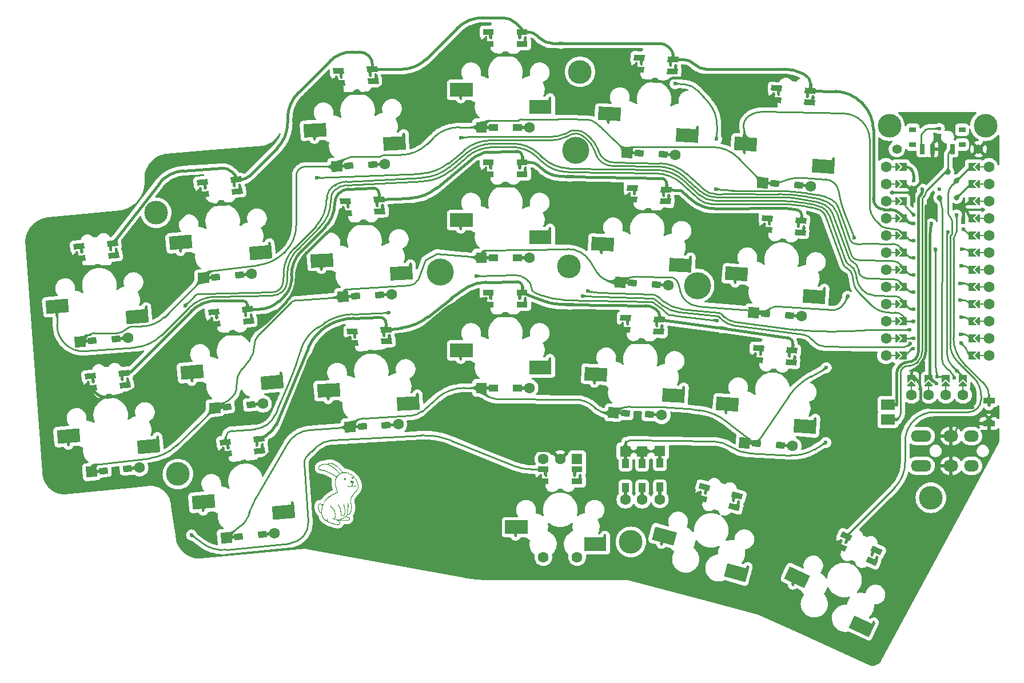
<source format=gbr>
%TF.GenerationSoftware,KiCad,Pcbnew,(6.0.7)*%
%TF.CreationDate,2022-10-20T09:52:42+02:00*%
%TF.ProjectId,Hopper-mx,486f7070-6572-42d6-9d78-2e6b69636164,rev?*%
%TF.SameCoordinates,Original*%
%TF.FileFunction,Copper,L1,Top*%
%TF.FilePolarity,Positive*%
%FSLAX46Y46*%
G04 Gerber Fmt 4.6, Leading zero omitted, Abs format (unit mm)*
G04 Created by KiCad (PCBNEW (6.0.7)) date 2022-10-20 09:52:42*
%MOMM*%
%LPD*%
G01*
G04 APERTURE LIST*
G04 Aperture macros list*
%AMRotRect*
0 Rectangle, with rotation*
0 The origin of the aperture is its center*
0 $1 length*
0 $2 width*
0 $3 Rotation angle, in degrees counterclockwise*
0 Add horizontal line*
21,1,$1,$2,0,0,$3*%
%AMFreePoly0*
4,1,13,0.565955,0.933355,0.580600,0.898000,0.580600,0.425000,0.800000,0.425000,0.800000,-0.425000,-0.800000,-0.425000,-0.800000,0.425000,0.125000,0.425000,0.124999,0.898000,0.139645,0.933355,0.175000,0.948000,0.530600,0.948000,0.565955,0.933355,0.565955,0.933355,$1*%
%AMFreePoly1*
4,1,13,0.667755,0.904155,0.682400,0.868800,0.682400,0.425000,0.800000,0.425000,0.800000,-0.425000,-0.800000,-0.425000,-0.800000,0.425000,0.226800,0.425000,0.226800,0.868800,0.241445,0.904155,0.276800,0.918800,0.632400,0.918800,0.667755,0.904155,0.667755,0.904155,$1*%
%AMFreePoly2*
4,1,13,-0.190645,0.922355,-0.176000,0.887000,-0.176000,0.425000,0.800000,0.425000,0.800000,-0.425000,-0.800000,-0.425000,-0.800000,0.425000,-0.631600,0.425000,-0.631600,0.887000,-0.616955,0.922355,-0.581600,0.937000,-0.226000,0.937000,-0.190645,0.922355,-0.190645,0.922355,$1*%
%AMFreePoly3*
4,1,25,-0.157518,0.948358,-0.139944,0.941252,-0.139855,0.941042,-0.139645,0.940955,-0.132426,0.923528,-0.125001,0.906022,-0.125087,0.905810,-0.125000,0.905600,-0.125000,0.425000,0.800000,0.425000,0.800000,-0.425000,-0.800000,-0.425000,-0.800000,0.425000,-0.580600,0.425000,-0.580600,0.902600,-0.573341,0.920123,-0.566252,0.937655,-0.566042,0.937744,-0.565955,0.937955,-0.548427,0.945216,
-0.531022,0.952598,-0.175421,0.955598,-0.175210,0.955513,-0.175000,0.955600,-0.157518,0.948358,-0.157518,0.948358,$1*%
%AMFreePoly4*
4,1,13,0.650000,-0.475000,-0.650000,-0.475000,-0.650000,-0.227400,-1.093000,-0.227400,-1.128355,-0.212755,-1.143000,-0.177400,-1.143000,0.178200,-1.128355,0.213555,-1.093000,0.228200,-0.650000,0.228200,-0.650000,0.475000,0.650000,0.475000,0.650000,-0.475000,0.650000,-0.475000,$1*%
%AMFreePoly5*
4,1,13,0.650000,0.227000,1.093000,0.227000,1.128355,0.212355,1.143000,0.177000,1.143000,-0.178600,1.128355,-0.213955,1.093000,-0.228600,0.650000,-0.228600,0.650000,-0.475000,-0.650000,-0.475000,-0.650000,0.475000,0.650000,0.475000,0.650000,0.227000,0.650000,0.227000,$1*%
%AMFreePoly6*
4,1,13,1.662000,-1.000000,0.098000,-1.000000,0.098000,-1.250000,0.083355,-1.285355,0.048000,-1.300000,-0.307600,-1.300000,-0.342955,-1.285355,-0.357600,-1.250000,-0.357600,-1.000000,-1.662000,-1.000000,-1.662000,1.000000,1.662000,1.000000,1.662000,-1.000000,1.662000,-1.000000,$1*%
%AMFreePoly7*
4,1,11,1.632354,1.285355,1.647000,1.250000,1.647000,-1.000000,-1.647000,-1.000000,-1.647000,1.000000,1.191400,1.000000,1.191400,1.250000,1.206045,1.285355,1.241400,1.300000,1.597000,1.300000,1.632354,1.285355,1.632354,1.285355,$1*%
%AMFreePoly8*
4,1,13,0.750000,-1.050000,0.229000,-1.050000,0.229000,-1.335200,0.214355,-1.370555,0.179000,-1.385200,-0.176600,-1.385200,-0.211955,-1.370555,-0.226600,-1.335200,-0.226600,-1.050000,-0.750000,-1.050000,-0.750000,1.050000,0.750000,1.050000,0.750000,-1.050000,0.750000,-1.050000,$1*%
%AMFreePoly9*
4,1,13,0.750000,-1.050000,0.228600,-1.050000,0.228600,-1.335200,0.213955,-1.370555,0.178600,-1.385200,-0.177000,-1.385200,-0.212355,-1.370555,-0.227000,-1.335200,-0.227000,-1.050000,-0.750000,-1.050000,-0.750000,1.050000,0.750000,1.050000,0.750000,-1.050000,0.750000,-1.050000,$1*%
%AMFreePoly10*
4,1,13,0.450000,0.228600,0.723200,0.228600,0.758555,0.213955,0.773200,0.178600,0.773200,-0.177000,0.758555,-0.212355,0.723200,-0.227000,0.450000,-0.227000,0.450000,-0.850000,-0.450000,-0.850000,-0.450000,0.850000,0.450000,0.850000,0.450000,0.228600,0.450000,0.228600,$1*%
%AMFreePoly11*
4,1,6,0.600000,0.200000,0.000000,-0.400000,-0.600000,0.200000,-0.600000,0.400000,0.600000,0.400000,0.600000,0.200000,0.600000,0.200000,$1*%
%AMFreePoly12*
4,1,5,0.125000,-0.500000,-0.125000,-0.500000,-0.125000,0.500000,0.125000,0.500000,0.125000,-0.500000,0.125000,-0.500000,$1*%
%AMFreePoly13*
4,1,6,0.600000,-0.250000,-0.600000,-0.250000,-0.600000,1.000000,0.000000,0.400000,0.600000,1.000000,0.600000,-0.250000,0.600000,-0.250000,$1*%
G04 Aperture macros list end*
%TA.AperFunction,ComponentPad*%
%ADD10C,0.457200*%
%TD*%
%TA.AperFunction,SMDPad,CuDef*%
%ADD11FreePoly0,185.000000*%
%TD*%
%TA.AperFunction,SMDPad,CuDef*%
%ADD12FreePoly1,5.000000*%
%TD*%
%TA.AperFunction,SMDPad,CuDef*%
%ADD13FreePoly2,5.000000*%
%TD*%
%TA.AperFunction,SMDPad,CuDef*%
%ADD14FreePoly3,185.000000*%
%TD*%
%TA.AperFunction,ComponentPad*%
%ADD15R,1.600000X1.600000*%
%TD*%
%TA.AperFunction,ComponentPad*%
%ADD16C,1.600000*%
%TD*%
%TA.AperFunction,ComponentPad*%
%ADD17C,3.500000*%
%TD*%
%TA.AperFunction,ComponentPad*%
%ADD18RotRect,1.600000X1.600000X185.000000*%
%TD*%
%TA.AperFunction,SMDPad,CuDef*%
%ADD19FreePoly4,5.000000*%
%TD*%
%TA.AperFunction,SMDPad,CuDef*%
%ADD20FreePoly5,5.000000*%
%TD*%
%TA.AperFunction,SMDPad,CuDef*%
%ADD21FreePoly0,165.000000*%
%TD*%
%TA.AperFunction,SMDPad,CuDef*%
%ADD22FreePoly1,345.000000*%
%TD*%
%TA.AperFunction,SMDPad,CuDef*%
%ADD23FreePoly2,345.000000*%
%TD*%
%TA.AperFunction,SMDPad,CuDef*%
%ADD24FreePoly3,165.000000*%
%TD*%
%TA.AperFunction,SMDPad,CuDef*%
%ADD25FreePoly4,270.000000*%
%TD*%
%TA.AperFunction,SMDPad,CuDef*%
%ADD26FreePoly5,270.000000*%
%TD*%
%TA.AperFunction,SMDPad,CuDef*%
%ADD27FreePoly6,356.000000*%
%TD*%
%TA.AperFunction,SMDPad,CuDef*%
%ADD28FreePoly7,356.000000*%
%TD*%
%TA.AperFunction,SMDPad,CuDef*%
%ADD29FreePoly6,0.000000*%
%TD*%
%TA.AperFunction,SMDPad,CuDef*%
%ADD30FreePoly7,0.000000*%
%TD*%
%TA.AperFunction,SMDPad,CuDef*%
%ADD31FreePoly0,180.000000*%
%TD*%
%TA.AperFunction,SMDPad,CuDef*%
%ADD32FreePoly1,0.000000*%
%TD*%
%TA.AperFunction,SMDPad,CuDef*%
%ADD33FreePoly2,0.000000*%
%TD*%
%TA.AperFunction,SMDPad,CuDef*%
%ADD34FreePoly3,180.000000*%
%TD*%
%TA.AperFunction,SMDPad,CuDef*%
%ADD35FreePoly8,90.000000*%
%TD*%
%TA.AperFunction,SMDPad,CuDef*%
%ADD36FreePoly9,90.000000*%
%TD*%
%TA.AperFunction,SMDPad,CuDef*%
%ADD37FreePoly0,155.000000*%
%TD*%
%TA.AperFunction,SMDPad,CuDef*%
%ADD38FreePoly1,335.000000*%
%TD*%
%TA.AperFunction,SMDPad,CuDef*%
%ADD39FreePoly2,335.000000*%
%TD*%
%TA.AperFunction,SMDPad,CuDef*%
%ADD40FreePoly3,155.000000*%
%TD*%
%TA.AperFunction,SMDPad,CuDef*%
%ADD41FreePoly10,270.000000*%
%TD*%
%TA.AperFunction,SMDPad,CuDef*%
%ADD42FreePoly10,90.000000*%
%TD*%
%TA.AperFunction,SMDPad,CuDef*%
%ADD43FreePoly4,3.000000*%
%TD*%
%TA.AperFunction,ComponentPad*%
%ADD44RotRect,1.600000X1.600000X183.000000*%
%TD*%
%TA.AperFunction,SMDPad,CuDef*%
%ADD45FreePoly5,3.000000*%
%TD*%
%TA.AperFunction,SMDPad,CuDef*%
%ADD46FreePoly0,176.000000*%
%TD*%
%TA.AperFunction,SMDPad,CuDef*%
%ADD47FreePoly1,356.000000*%
%TD*%
%TA.AperFunction,SMDPad,CuDef*%
%ADD48FreePoly2,356.000000*%
%TD*%
%TA.AperFunction,SMDPad,CuDef*%
%ADD49FreePoly3,176.000000*%
%TD*%
%TA.AperFunction,ComponentPad*%
%ADD50C,1.397000*%
%TD*%
%TA.AperFunction,SMDPad,CuDef*%
%ADD51FreePoly6,5.000000*%
%TD*%
%TA.AperFunction,SMDPad,CuDef*%
%ADD52FreePoly7,5.000000*%
%TD*%
%TA.AperFunction,ComponentPad*%
%ADD53RotRect,1.600000X1.600000X176.000000*%
%TD*%
%TA.AperFunction,SMDPad,CuDef*%
%ADD54FreePoly4,356.000000*%
%TD*%
%TA.AperFunction,SMDPad,CuDef*%
%ADD55FreePoly5,356.000000*%
%TD*%
%TA.AperFunction,SMDPad,CuDef*%
%ADD56FreePoly4,357.000000*%
%TD*%
%TA.AperFunction,ComponentPad*%
%ADD57RotRect,1.600000X1.600000X177.000000*%
%TD*%
%TA.AperFunction,SMDPad,CuDef*%
%ADD58FreePoly5,357.000000*%
%TD*%
%TA.AperFunction,ComponentPad*%
%ADD59C,4.000000*%
%TD*%
%TA.AperFunction,SMDPad,CuDef*%
%ADD60FreePoly0,177.000000*%
%TD*%
%TA.AperFunction,SMDPad,CuDef*%
%ADD61FreePoly1,357.000000*%
%TD*%
%TA.AperFunction,SMDPad,CuDef*%
%ADD62FreePoly2,357.000000*%
%TD*%
%TA.AperFunction,SMDPad,CuDef*%
%ADD63FreePoly3,177.000000*%
%TD*%
%TA.AperFunction,SMDPad,CuDef*%
%ADD64FreePoly6,3.000000*%
%TD*%
%TA.AperFunction,SMDPad,CuDef*%
%ADD65FreePoly7,3.000000*%
%TD*%
%TA.AperFunction,ComponentPad*%
%ADD66O,2.200000X1.700000*%
%TD*%
%TA.AperFunction,SMDPad,CuDef*%
%ADD67FreePoly11,270.000000*%
%TD*%
%TA.AperFunction,SMDPad,CuDef*%
%ADD68FreePoly12,90.000000*%
%TD*%
%TA.AperFunction,SMDPad,CuDef*%
%ADD69FreePoly11,90.000000*%
%TD*%
%TA.AperFunction,SMDPad,CuDef*%
%ADD70FreePoly12,270.000000*%
%TD*%
%TA.AperFunction,SMDPad,CuDef*%
%ADD71FreePoly13,270.000000*%
%TD*%
%TA.AperFunction,SMDPad,CuDef*%
%ADD72FreePoly13,90.000000*%
%TD*%
%TA.AperFunction,SMDPad,CuDef*%
%ADD73R,1.000000X0.800000*%
%TD*%
%TA.AperFunction,SMDPad,CuDef*%
%ADD74R,0.700000X1.500000*%
%TD*%
%TA.AperFunction,SMDPad,CuDef*%
%ADD75FreePoly6,357.000000*%
%TD*%
%TA.AperFunction,SMDPad,CuDef*%
%ADD76FreePoly7,357.000000*%
%TD*%
%TA.AperFunction,SMDPad,CuDef*%
%ADD77FreePoly0,183.000000*%
%TD*%
%TA.AperFunction,SMDPad,CuDef*%
%ADD78FreePoly1,3.000000*%
%TD*%
%TA.AperFunction,SMDPad,CuDef*%
%ADD79FreePoly2,3.000000*%
%TD*%
%TA.AperFunction,SMDPad,CuDef*%
%ADD80FreePoly3,183.000000*%
%TD*%
%TA.AperFunction,SMDPad,CuDef*%
%ADD81FreePoly4,0.000000*%
%TD*%
%TA.AperFunction,SMDPad,CuDef*%
%ADD82FreePoly5,0.000000*%
%TD*%
%TA.AperFunction,SMDPad,CuDef*%
%ADD83FreePoly6,335.000000*%
%TD*%
%TA.AperFunction,SMDPad,CuDef*%
%ADD84FreePoly7,335.000000*%
%TD*%
%TA.AperFunction,SMDPad,CuDef*%
%ADD85FreePoly6,345.000000*%
%TD*%
%TA.AperFunction,SMDPad,CuDef*%
%ADD86FreePoly7,345.000000*%
%TD*%
%TA.AperFunction,SMDPad,CuDef*%
%ADD87FreePoly11,180.000000*%
%TD*%
%TA.AperFunction,SMDPad,CuDef*%
%ADD88FreePoly12,180.000000*%
%TD*%
%TA.AperFunction,SMDPad,CuDef*%
%ADD89FreePoly13,180.000000*%
%TD*%
%TA.AperFunction,ViaPad*%
%ADD90C,0.600000*%
%TD*%
%TA.AperFunction,ViaPad*%
%ADD91C,0.800000*%
%TD*%
%TA.AperFunction,Conductor*%
%ADD92C,0.400000*%
%TD*%
%TA.AperFunction,Conductor*%
%ADD93C,0.250000*%
%TD*%
G04 APERTURE END LIST*
%TO.C,*%
G36*
X116467959Y-92329824D02*
G01*
X116500712Y-92352740D01*
X116529828Y-92387908D01*
X116538758Y-92402950D01*
X116558662Y-92449213D01*
X116567599Y-92493277D01*
X116565840Y-92533501D01*
X116553660Y-92568240D01*
X116531330Y-92595851D01*
X116503881Y-92612786D01*
X116486652Y-92619060D01*
X116470802Y-92621237D01*
X116451538Y-92619304D01*
X116424066Y-92613246D01*
X116421211Y-92612544D01*
X116372465Y-92595048D01*
X116334460Y-92569970D01*
X116307794Y-92538447D01*
X116293067Y-92501616D01*
X116290878Y-92460617D01*
X116301824Y-92416588D01*
X116309289Y-92399826D01*
X116334664Y-92361136D01*
X116364922Y-92334815D01*
X116398360Y-92320838D01*
X116433274Y-92319182D01*
X116467959Y-92329824D01*
G37*
G36*
X117461145Y-92708485D02*
G01*
X117520508Y-92720449D01*
X117558568Y-92733866D01*
X117599567Y-92751488D01*
X117639926Y-92771474D01*
X117676061Y-92791984D01*
X117704392Y-92811177D01*
X117715523Y-92820673D01*
X117741355Y-92853209D01*
X117754917Y-92889885D01*
X117757869Y-92922644D01*
X117751893Y-92971836D01*
X117733632Y-93015897D01*
X117702585Y-93055674D01*
X117658251Y-93092015D01*
X117657513Y-93092518D01*
X117637531Y-93110882D01*
X117619108Y-93135781D01*
X117614086Y-93144765D01*
X117605810Y-93162826D01*
X117600592Y-93180178D01*
X117597755Y-93200908D01*
X117596626Y-93229106D01*
X117596487Y-93251423D01*
X117598547Y-93312934D01*
X117605171Y-93363108D01*
X117617031Y-93404089D01*
X117634796Y-93438022D01*
X117659137Y-93467049D01*
X117665829Y-93473341D01*
X117707756Y-93503899D01*
X117754298Y-93525285D01*
X117802051Y-93536371D01*
X117847606Y-93536029D01*
X117852592Y-93535198D01*
X117875178Y-93529897D01*
X117893685Y-93522005D01*
X117911438Y-93509243D01*
X117931764Y-93489337D01*
X117951394Y-93467556D01*
X117983731Y-93433739D01*
X118011138Y-93412137D01*
X118034746Y-93402308D01*
X118055689Y-93403812D01*
X118075098Y-93416207D01*
X118077442Y-93418469D01*
X118090680Y-93436321D01*
X118094980Y-93455750D01*
X118089827Y-93478175D01*
X118074710Y-93505018D01*
X118049117Y-93537699D01*
X118024646Y-93564862D01*
X117984440Y-93602774D01*
X117944017Y-93629726D01*
X117901681Y-93645948D01*
X117855735Y-93651671D01*
X117804482Y-93647124D01*
X117746227Y-93632538D01*
X117686010Y-93610861D01*
X117642968Y-93589986D01*
X117606407Y-93563293D01*
X117572619Y-93527743D01*
X117552594Y-93501539D01*
X117530864Y-93471279D01*
X117471805Y-93534571D01*
X117415886Y-93588183D01*
X117360386Y-93628472D01*
X117304354Y-93656080D01*
X117281222Y-93663821D01*
X117254652Y-93670361D01*
X117229453Y-93673385D01*
X117202484Y-93672672D01*
X117170603Y-93668000D01*
X117130667Y-93659146D01*
X117098311Y-93650887D01*
X117062666Y-93641193D01*
X117029759Y-93631685D01*
X117003164Y-93623432D01*
X116986457Y-93617502D01*
X116986045Y-93617328D01*
X116955609Y-93602206D01*
X116925184Y-93583469D01*
X116898221Y-93563595D01*
X116878171Y-93545064D01*
X116869930Y-93533900D01*
X116862610Y-93507590D01*
X116866487Y-93482503D01*
X116880734Y-93462856D01*
X116884395Y-93460183D01*
X116893284Y-93455362D01*
X116902314Y-93454443D01*
X116914761Y-93458265D01*
X116933898Y-93467669D01*
X116952197Y-93477566D01*
X116983261Y-93493033D01*
X117021060Y-93509625D01*
X117058884Y-93524449D01*
X117070244Y-93528465D01*
X117135463Y-93546403D01*
X117193546Y-93552820D01*
X117245683Y-93547490D01*
X117293064Y-93530189D01*
X117336879Y-93500691D01*
X117366186Y-93472534D01*
X117404602Y-93424892D01*
X117432686Y-93374969D01*
X117453157Y-93317726D01*
X117456491Y-93305292D01*
X117464569Y-93268168D01*
X117470707Y-93228938D01*
X117474657Y-93190798D01*
X117476168Y-93156947D01*
X117474993Y-93130584D01*
X117471251Y-93115551D01*
X117462206Y-93105150D01*
X117444559Y-93089587D01*
X117421385Y-93071483D01*
X117408899Y-93062446D01*
X117344716Y-93014851D01*
X117293507Y-92971522D01*
X117255025Y-92932022D01*
X117229023Y-92895917D01*
X117215253Y-92862771D01*
X117213468Y-92832148D01*
X117223419Y-92803615D01*
X117244859Y-92776735D01*
X117245816Y-92775817D01*
X117290968Y-92742274D01*
X117343357Y-92719579D01*
X117400808Y-92708170D01*
X117461145Y-92708485D01*
G37*
G36*
X112438072Y-96394866D02*
G01*
X112461354Y-96321159D01*
X112492505Y-96253572D01*
X112530719Y-96193692D01*
X112575188Y-96143104D01*
X112625106Y-96103394D01*
X112656819Y-96085694D01*
X112680269Y-96075239D01*
X112700062Y-96068812D01*
X112721132Y-96065468D01*
X112748416Y-96064259D01*
X112769084Y-96064164D01*
X112803036Y-96064778D01*
X112827852Y-96067053D01*
X112848407Y-96071871D01*
X112869577Y-96080111D01*
X112877570Y-96083750D01*
X112926837Y-96111097D01*
X112972516Y-96146294D01*
X113017290Y-96191591D01*
X113043505Y-96222881D01*
X113063680Y-96247630D01*
X113080879Y-96267707D01*
X113093152Y-96280899D01*
X113098360Y-96285059D01*
X113104181Y-96278690D01*
X113114950Y-96260083D01*
X113130296Y-96229986D01*
X113149851Y-96189148D01*
X113173245Y-96138317D01*
X113198180Y-96082605D01*
X113241944Y-95986620D01*
X113283402Y-95902082D01*
X113323780Y-95826855D01*
X113364307Y-95758805D01*
X113406209Y-95695798D01*
X113450716Y-95635700D01*
X113467092Y-95615010D01*
X113558593Y-95506660D01*
X113655638Y-95402560D01*
X113759560Y-95301541D01*
X113871692Y-95202432D01*
X113993365Y-95104063D01*
X114125913Y-95005263D01*
X114270668Y-94904863D01*
X114291681Y-94890814D01*
X114391902Y-94825360D01*
X114483967Y-94768107D01*
X114570161Y-94717881D01*
X114652770Y-94673509D01*
X114734078Y-94633815D01*
X114816372Y-94597627D01*
X114901937Y-94563770D01*
X114989830Y-94532180D01*
X115055943Y-94509326D01*
X115109862Y-94490485D01*
X115152708Y-94475234D01*
X115185601Y-94463152D01*
X115209662Y-94453818D01*
X115226012Y-94446811D01*
X115235772Y-94441709D01*
X115240061Y-94438091D01*
X115240068Y-94438080D01*
X115246309Y-94417304D01*
X115246454Y-94385360D01*
X115240683Y-94343630D01*
X115229178Y-94293496D01*
X115214765Y-94244497D01*
X115201532Y-94202468D01*
X115189514Y-94162463D01*
X115178045Y-94121965D01*
X115166460Y-94078457D01*
X115154094Y-94029423D01*
X115140282Y-93972346D01*
X115124359Y-93904710D01*
X115119862Y-93885390D01*
X115105764Y-93826504D01*
X115090582Y-93766232D01*
X115074987Y-93707005D01*
X115059650Y-93651253D01*
X115045245Y-93601406D01*
X115032441Y-93559893D01*
X115021910Y-93529146D01*
X115020103Y-93524417D01*
X115007416Y-93486913D01*
X114994265Y-93438941D01*
X114981422Y-93384011D01*
X114969662Y-93325632D01*
X114959759Y-93267314D01*
X114953694Y-93223084D01*
X114948407Y-93168443D01*
X114944508Y-93106232D01*
X114941998Y-93039312D01*
X114940881Y-92970540D01*
X114941157Y-92902774D01*
X114942830Y-92838873D01*
X114945901Y-92781694D01*
X114950372Y-92734096D01*
X114953328Y-92713623D01*
X114986965Y-92552962D01*
X115031828Y-92400664D01*
X115077815Y-92280060D01*
X115112181Y-92198969D01*
X115078946Y-92166862D01*
X115051234Y-92142822D01*
X115012308Y-92113111D01*
X114963420Y-92078498D01*
X114905826Y-92039750D01*
X114840780Y-91997634D01*
X114769536Y-91952918D01*
X114693348Y-91906368D01*
X114613471Y-91858753D01*
X114531159Y-91810840D01*
X114447666Y-91763396D01*
X114364247Y-91717189D01*
X114282156Y-91672985D01*
X114210990Y-91635830D01*
X114091846Y-91575569D01*
X113982291Y-91522267D01*
X113880233Y-91475105D01*
X113783579Y-91433264D01*
X113690236Y-91395926D01*
X113598113Y-91362273D01*
X113505118Y-91331486D01*
X113409157Y-91302747D01*
X113308138Y-91275237D01*
X113253228Y-91261225D01*
X113187361Y-91244785D01*
X113133312Y-91231416D01*
X113089293Y-91220746D01*
X113053518Y-91212402D01*
X113024199Y-91206014D01*
X112999549Y-91201208D01*
X112977782Y-91197614D01*
X112957110Y-91194860D01*
X112935746Y-91192573D01*
X112913401Y-91190514D01*
X112853088Y-91183891D01*
X112802568Y-91175105D01*
X112757646Y-91163094D01*
X112714125Y-91146795D01*
X112680831Y-91131579D01*
X112618683Y-91094096D01*
X112566778Y-91047409D01*
X112525765Y-90992555D01*
X112496292Y-90930572D01*
X112479010Y-90862498D01*
X112476252Y-90826164D01*
X112583215Y-90826164D01*
X112584128Y-90856566D01*
X112587701Y-90879018D01*
X112595328Y-90899547D01*
X112604119Y-90916532D01*
X112621426Y-90942155D01*
X112642965Y-90966512D01*
X112655609Y-90977683D01*
X112694898Y-91001895D01*
X112743817Y-91023064D01*
X112798044Y-91039658D01*
X112853259Y-91050144D01*
X112863254Y-91051294D01*
X112937785Y-91061079D01*
X113022597Y-91075957D01*
X113115180Y-91095251D01*
X113213024Y-91118282D01*
X113313619Y-91144371D01*
X113414454Y-91172842D01*
X113513019Y-91203014D01*
X113606805Y-91234210D01*
X113693300Y-91265752D01*
X113766009Y-91295236D01*
X113858274Y-91336316D01*
X113959921Y-91383946D01*
X114068635Y-91436924D01*
X114182103Y-91494046D01*
X114298008Y-91554110D01*
X114414037Y-91615914D01*
X114527874Y-91678256D01*
X114637204Y-91739931D01*
X114739714Y-91799738D01*
X114757344Y-91810261D01*
X114797623Y-91834952D01*
X114843221Y-91863828D01*
X114891354Y-91895042D01*
X114939241Y-91926747D01*
X114984099Y-91957098D01*
X115023146Y-91984248D01*
X115053599Y-92006351D01*
X115058850Y-92010338D01*
X115086728Y-92030742D01*
X115117453Y-92051732D01*
X115139541Y-92065780D01*
X115179277Y-92089771D01*
X115193311Y-92072823D01*
X115205008Y-92058377D01*
X115221480Y-92037653D01*
X115236918Y-92018002D01*
X115254588Y-91997188D01*
X115280323Y-91969250D01*
X115311812Y-91936511D01*
X115346742Y-91901292D01*
X115382800Y-91865915D01*
X115417675Y-91832704D01*
X115449055Y-91803980D01*
X115456939Y-91797023D01*
X115479355Y-91777587D01*
X115508084Y-91752873D01*
X115538725Y-91726662D01*
X115556926Y-91711169D01*
X115581070Y-91690415D01*
X115600685Y-91673079D01*
X115613632Y-91661084D01*
X115617813Y-91656433D01*
X115615367Y-91653060D01*
X115607668Y-91644412D01*
X115594173Y-91629923D01*
X115574339Y-91609028D01*
X115547626Y-91581163D01*
X115513489Y-91545763D01*
X115471388Y-91502263D01*
X115420779Y-91450098D01*
X115361121Y-91388703D01*
X115333642Y-91360447D01*
X115272891Y-91298913D01*
X115213050Y-91240320D01*
X115152463Y-91183210D01*
X115089475Y-91126127D01*
X115022429Y-91067611D01*
X114949671Y-91006205D01*
X114869545Y-90940451D01*
X114780394Y-90868891D01*
X114730897Y-90829672D01*
X114647245Y-90764897D01*
X114571137Y-90708809D01*
X114500382Y-90659988D01*
X114432788Y-90617015D01*
X114366163Y-90578473D01*
X114298313Y-90542942D01*
X114256598Y-90522711D01*
X114181965Y-90489250D01*
X114103380Y-90457215D01*
X114024029Y-90427732D01*
X113947101Y-90401926D01*
X113875782Y-90380923D01*
X113813258Y-90365847D01*
X113811045Y-90365395D01*
X113788449Y-90361311D01*
X113764518Y-90358162D01*
X113737087Y-90355837D01*
X113703991Y-90354227D01*
X113663065Y-90353222D01*
X113612144Y-90352711D01*
X113558449Y-90352585D01*
X113484479Y-90352984D01*
X113421552Y-90354419D01*
X113366697Y-90357216D01*
X113316943Y-90361702D01*
X113269316Y-90368202D01*
X113220846Y-90377044D01*
X113168562Y-90388555D01*
X113117388Y-90401062D01*
X113057898Y-90417522D01*
X113004451Y-90435864D01*
X112953512Y-90457710D01*
X112901543Y-90484680D01*
X112845009Y-90518397D01*
X112804167Y-90544680D01*
X112741287Y-90587927D01*
X112690514Y-90627406D01*
X112650855Y-90664382D01*
X112621318Y-90700119D01*
X112600909Y-90735883D01*
X112588637Y-90772938D01*
X112583509Y-90812548D01*
X112583215Y-90826164D01*
X112476252Y-90826164D01*
X112474388Y-90801606D01*
X112479134Y-90738197D01*
X112494058Y-90680936D01*
X112520186Y-90627476D01*
X112558547Y-90575471D01*
X112586653Y-90545203D01*
X112645344Y-90492739D01*
X112715039Y-90441465D01*
X112792719Y-90393056D01*
X112875363Y-90349185D01*
X112959952Y-90311526D01*
X113043464Y-90281755D01*
X113062925Y-90276229D01*
X113992013Y-90276229D01*
X114005749Y-90289475D01*
X114016280Y-90294592D01*
X114031560Y-90300831D01*
X114057050Y-90311181D01*
X114089943Y-90324505D01*
X114127435Y-90339667D01*
X114154858Y-90350743D01*
X114232094Y-90382839D01*
X114300009Y-90413348D01*
X114361761Y-90444047D01*
X114420508Y-90476714D01*
X114479405Y-90513127D01*
X114541611Y-90555065D01*
X114610283Y-90604305D01*
X114627155Y-90616725D01*
X114709416Y-90677854D01*
X114783600Y-90733824D01*
X114851255Y-90785991D01*
X114913928Y-90835710D01*
X114973167Y-90884336D01*
X115030520Y-90933224D01*
X115087534Y-90983729D01*
X115145756Y-91037207D01*
X115206735Y-91095012D01*
X115272017Y-91158499D01*
X115343151Y-91229024D01*
X115421684Y-91307942D01*
X115454836Y-91341475D01*
X115505492Y-91392562D01*
X115553093Y-91440134D01*
X115596729Y-91483310D01*
X115635486Y-91521206D01*
X115668455Y-91552943D01*
X115694723Y-91577636D01*
X115713379Y-91594404D01*
X115723511Y-91602364D01*
X115724975Y-91602884D01*
X115733807Y-91599343D01*
X115753637Y-91591420D01*
X115782428Y-91579927D01*
X115818142Y-91565677D01*
X115858742Y-91549485D01*
X115873918Y-91543434D01*
X115916301Y-91526600D01*
X115955048Y-91511333D01*
X115987988Y-91498478D01*
X116012950Y-91488880D01*
X116027766Y-91483384D01*
X116030037Y-91482621D01*
X116040035Y-91477901D01*
X116045065Y-91470488D01*
X116044540Y-91459159D01*
X116037872Y-91442686D01*
X116024474Y-91419846D01*
X116003759Y-91389411D01*
X115975139Y-91350157D01*
X115951352Y-91318450D01*
X115822581Y-91159263D01*
X115681982Y-91006720D01*
X115530587Y-90861851D01*
X115369430Y-90725686D01*
X115312592Y-90681553D01*
X115179146Y-90584105D01*
X115050638Y-90498520D01*
X114925721Y-90424113D01*
X114803049Y-90360199D01*
X114681275Y-90306094D01*
X114559052Y-90261112D01*
X114435034Y-90224569D01*
X114393421Y-90214230D01*
X114348782Y-90206116D01*
X114298843Y-90201213D01*
X114246030Y-90199351D01*
X114192770Y-90200361D01*
X114141489Y-90204072D01*
X114094613Y-90210314D01*
X114054568Y-90218918D01*
X114023781Y-90229713D01*
X114005759Y-90241392D01*
X113992039Y-90260316D01*
X113992013Y-90276229D01*
X113062925Y-90276229D01*
X113081322Y-90271005D01*
X113150876Y-90255556D01*
X113230346Y-90242187D01*
X113315718Y-90231294D01*
X113402976Y-90223272D01*
X113488104Y-90218518D01*
X113567087Y-90217427D01*
X113611073Y-90218757D01*
X113652847Y-90221267D01*
X113696374Y-90224521D01*
X113738754Y-90228236D01*
X113777089Y-90232130D01*
X113808479Y-90235920D01*
X113830026Y-90239325D01*
X113835618Y-90240622D01*
X113846110Y-90236603D01*
X113860236Y-90220639D01*
X113867127Y-90210380D01*
X113894977Y-90170577D01*
X113924163Y-90138850D01*
X113956597Y-90114394D01*
X113994187Y-90096402D01*
X114038845Y-90084068D01*
X114092482Y-90076587D01*
X114157008Y-90073152D01*
X114193449Y-90072700D01*
X114251069Y-90073532D01*
X114303263Y-90076696D01*
X114353164Y-90082763D01*
X114403905Y-90092306D01*
X114458619Y-90105895D01*
X114520439Y-90124104D01*
X114579360Y-90143124D01*
X114672838Y-90176826D01*
X114765061Y-90215750D01*
X114858268Y-90261032D01*
X114954695Y-90313809D01*
X115056577Y-90375214D01*
X115131838Y-90423611D01*
X115317241Y-90553127D01*
X115491136Y-90690343D01*
X115654075Y-90835783D01*
X115806609Y-90989967D01*
X115949287Y-91153419D01*
X116078660Y-91321137D01*
X116103428Y-91354785D01*
X116126756Y-91385603D01*
X116146840Y-91411271D01*
X116161877Y-91429474D01*
X116168513Y-91436606D01*
X116187295Y-91454147D01*
X116353369Y-91454514D01*
X116407112Y-91454759D01*
X116451820Y-91455465D01*
X116490285Y-91456977D01*
X116525300Y-91459643D01*
X116559658Y-91463809D01*
X116596150Y-91469821D01*
X116637569Y-91478026D01*
X116686709Y-91488769D01*
X116746361Y-91502398D01*
X116754498Y-91504277D01*
X116836207Y-91524328D01*
X116907770Y-91544693D01*
X116973037Y-91566697D01*
X117035859Y-91591669D01*
X117100086Y-91620936D01*
X117117470Y-91629402D01*
X117206405Y-91675019D01*
X117286171Y-91720129D01*
X117359775Y-91766850D01*
X117430225Y-91817296D01*
X117500529Y-91873584D01*
X117573697Y-91937829D01*
X117628062Y-91988510D01*
X117721438Y-92078219D01*
X117805742Y-92161136D01*
X117880688Y-92236956D01*
X117945989Y-92305379D01*
X118001361Y-92366099D01*
X118046517Y-92418815D01*
X118081172Y-92463224D01*
X118095877Y-92484339D01*
X118120816Y-92524785D01*
X118149396Y-92575441D01*
X118180159Y-92633443D01*
X118211647Y-92695926D01*
X118242401Y-92760026D01*
X118270964Y-92822879D01*
X118286302Y-92858463D01*
X118336231Y-92988305D01*
X118376561Y-93117317D01*
X118407038Y-93244096D01*
X118427411Y-93367241D01*
X118437425Y-93485349D01*
X118436828Y-93597019D01*
X118431186Y-93661044D01*
X118420999Y-93724090D01*
X118405449Y-93787796D01*
X118383593Y-93855332D01*
X118354488Y-93929865D01*
X118343557Y-93955556D01*
X118312444Y-94026237D01*
X118283980Y-94087563D01*
X118256773Y-94141526D01*
X118229431Y-94190115D01*
X118200562Y-94235322D01*
X118168775Y-94279135D01*
X118132678Y-94323547D01*
X118090879Y-94370546D01*
X118041987Y-94422124D01*
X117984609Y-94480271D01*
X117958424Y-94506357D01*
X117857523Y-94609158D01*
X117766267Y-94707574D01*
X117685061Y-94801104D01*
X117614309Y-94889248D01*
X117554419Y-94971505D01*
X117505794Y-95047375D01*
X117475462Y-95102766D01*
X117438233Y-95186625D01*
X117404265Y-95282358D01*
X117374150Y-95388061D01*
X117348479Y-95501832D01*
X117343578Y-95527269D01*
X117337186Y-95563182D01*
X117333354Y-95591430D01*
X117331881Y-95616942D01*
X117332564Y-95644648D01*
X117335202Y-95679477D01*
X117336680Y-95695667D01*
X117346291Y-95795602D01*
X117355399Y-95883548D01*
X117364288Y-95961527D01*
X117373241Y-96031560D01*
X117382539Y-96095670D01*
X117392468Y-96155879D01*
X117403308Y-96214209D01*
X117415344Y-96272681D01*
X117421118Y-96299092D01*
X117440903Y-96395058D01*
X117455343Y-96482624D01*
X117464505Y-96564923D01*
X117468455Y-96645090D01*
X117467257Y-96726259D01*
X117460978Y-96811566D01*
X117449684Y-96904144D01*
X117435713Y-96993733D01*
X117419949Y-97082986D01*
X117404256Y-97160538D01*
X117387668Y-97228681D01*
X117369217Y-97289709D01*
X117347936Y-97345915D01*
X117322857Y-97399592D01*
X117293015Y-97453032D01*
X117257441Y-97508530D01*
X117215168Y-97568378D01*
X117165392Y-97634658D01*
X117117692Y-97694213D01*
X117074887Y-97741489D01*
X117036015Y-97776962D01*
X117000114Y-97801106D01*
X116966225Y-97814395D01*
X116933385Y-97817303D01*
X116900633Y-97810307D01*
X116867008Y-97793879D01*
X116856542Y-97787139D01*
X116838219Y-97774892D01*
X116824135Y-97765741D01*
X116820275Y-97763367D01*
X116812830Y-97766710D01*
X116798636Y-97779823D01*
X116779225Y-97801151D01*
X116758682Y-97825931D01*
X116736479Y-97854340D01*
X116713192Y-97885223D01*
X116690390Y-97916371D01*
X116669635Y-97945577D01*
X116652495Y-97970630D01*
X116640535Y-97989324D01*
X116635321Y-97999449D01*
X116635217Y-98000114D01*
X116641670Y-98007375D01*
X116658890Y-98014878D01*
X116683664Y-98021615D01*
X116712782Y-98026577D01*
X116722924Y-98027665D01*
X116763483Y-98032032D01*
X116808838Y-98038073D01*
X116856205Y-98045295D01*
X116902800Y-98053208D01*
X116945839Y-98061322D01*
X116982538Y-98069144D01*
X117010112Y-98076185D01*
X117022865Y-98080543D01*
X117066402Y-98106504D01*
X117102727Y-98142731D01*
X117131189Y-98187088D01*
X117151139Y-98237436D01*
X117161926Y-98291637D01*
X117162901Y-98347555D01*
X117153414Y-98403051D01*
X117135446Y-98450761D01*
X117115069Y-98482911D01*
X117085849Y-98517014D01*
X117051735Y-98549251D01*
X117016673Y-98575800D01*
X116991696Y-98589881D01*
X116940068Y-98609464D01*
X116877656Y-98626682D01*
X116807565Y-98641157D01*
X116732904Y-98652508D01*
X116656779Y-98660357D01*
X116582297Y-98664325D01*
X116512566Y-98664033D01*
X116450692Y-98659101D01*
X116438571Y-98657375D01*
X116421350Y-98655737D01*
X116392560Y-98654238D01*
X116353662Y-98652881D01*
X116306115Y-98651673D01*
X116251382Y-98650620D01*
X116190920Y-98649725D01*
X116126191Y-98648995D01*
X116058656Y-98648434D01*
X115989773Y-98648049D01*
X115921004Y-98647843D01*
X115853809Y-98647823D01*
X115789648Y-98647994D01*
X115729981Y-98648361D01*
X115676269Y-98648929D01*
X115629971Y-98649703D01*
X115592549Y-98650689D01*
X115565462Y-98651893D01*
X115550171Y-98653318D01*
X115547346Y-98654167D01*
X115546203Y-98660615D01*
X115552563Y-98671850D01*
X115567490Y-98689310D01*
X115591849Y-98714233D01*
X115625376Y-98750506D01*
X115658391Y-98791730D01*
X115688806Y-98834814D01*
X115714534Y-98876668D01*
X115733490Y-98914199D01*
X115741507Y-98935886D01*
X115749724Y-98981843D01*
X115749147Y-99028944D01*
X115740161Y-99072549D01*
X115727725Y-99100876D01*
X115698650Y-99139410D01*
X115658284Y-99176870D01*
X115609344Y-99211346D01*
X115554547Y-99240930D01*
X115496610Y-99263710D01*
X115495569Y-99264042D01*
X115456815Y-99273704D01*
X115411516Y-99280938D01*
X115364814Y-99285249D01*
X115321849Y-99286140D01*
X115291543Y-99283752D01*
X115247264Y-99276477D01*
X115195961Y-99267283D01*
X115139896Y-99256647D01*
X115081334Y-99245044D01*
X115022535Y-99232950D01*
X114965765Y-99220840D01*
X114913285Y-99209191D01*
X114867358Y-99198477D01*
X114830247Y-99189176D01*
X114804216Y-99181762D01*
X114800382Y-99180494D01*
X114776381Y-99171834D01*
X114743066Y-99159252D01*
X114704107Y-99144160D01*
X114663171Y-99127971D01*
X114644226Y-99120358D01*
X114581080Y-99095509D01*
X114524129Y-99074762D01*
X114469126Y-99056789D01*
X114411827Y-99040265D01*
X114347987Y-99023863D01*
X114295189Y-99011291D01*
X114227922Y-98994914D01*
X114171393Y-98979062D01*
X114122450Y-98962266D01*
X114077940Y-98943060D01*
X114034711Y-98919976D01*
X113989609Y-98891545D01*
X113939482Y-98856300D01*
X113901080Y-98827816D01*
X113862505Y-98799018D01*
X113832478Y-98777347D01*
X113808470Y-98761312D01*
X113787952Y-98749421D01*
X113768398Y-98740184D01*
X113747278Y-98732109D01*
X113727540Y-98725480D01*
X113664042Y-98701431D01*
X113602524Y-98670820D01*
X113541138Y-98632411D01*
X113478038Y-98584967D01*
X113411374Y-98527252D01*
X113363080Y-98481522D01*
X113304068Y-98422637D01*
X113254697Y-98370115D01*
X113213421Y-98321848D01*
X113178695Y-98275724D01*
X113148974Y-98229635D01*
X113122713Y-98181471D01*
X113098367Y-98129122D01*
X113089336Y-98107791D01*
X113054453Y-98017713D01*
X113025032Y-97928360D01*
X113000018Y-97835894D01*
X112978353Y-97736479D01*
X112962213Y-97646274D01*
X112955634Y-97607746D01*
X112949286Y-97573224D01*
X112943716Y-97545502D01*
X112939471Y-97527370D01*
X112937944Y-97522596D01*
X112932102Y-97514609D01*
X112920566Y-97508261D01*
X112900543Y-97502460D01*
X112870971Y-97496435D01*
X112818892Y-97484450D01*
X112775831Y-97468521D01*
X112738918Y-97446666D01*
X112705283Y-97416904D01*
X112672056Y-97377253D01*
X112646952Y-97341732D01*
X112616192Y-97292542D01*
X112588304Y-97240166D01*
X112562029Y-97181835D01*
X112536107Y-97114783D01*
X112512908Y-97047339D01*
X112480392Y-96939958D01*
X112454276Y-96835494D01*
X112434965Y-96736049D01*
X112422860Y-96643725D01*
X112418366Y-96560623D01*
X112418348Y-96554297D01*
X112418520Y-96551577D01*
X112526152Y-96551577D01*
X112528442Y-96628950D01*
X112539172Y-96714764D01*
X112558247Y-96810320D01*
X112564303Y-96835860D01*
X112580990Y-96899518D01*
X112600745Y-96967078D01*
X112622233Y-97034408D01*
X112644121Y-97097379D01*
X112665074Y-97151862D01*
X112670625Y-97165109D01*
X112692729Y-97209095D01*
X112719957Y-97251469D01*
X112750276Y-97289891D01*
X112781656Y-97322022D01*
X112812065Y-97345523D01*
X112837764Y-97357603D01*
X112857037Y-97360981D01*
X112881093Y-97362564D01*
X112905193Y-97362380D01*
X112924595Y-97360456D01*
X112934349Y-97357051D01*
X112934554Y-97355874D01*
X113053274Y-97355874D01*
X113053893Y-97420518D01*
X113055334Y-97480008D01*
X113057613Y-97531828D01*
X113060744Y-97573458D01*
X113062699Y-97590142D01*
X113077960Y-97682053D01*
X113097999Y-97774954D01*
X113122058Y-97866479D01*
X113149380Y-97954260D01*
X113179207Y-98035928D01*
X113210781Y-98109118D01*
X113243345Y-98171460D01*
X113254695Y-98190059D01*
X113266276Y-98205844D01*
X113285099Y-98228981D01*
X113308708Y-98256681D01*
X113334646Y-98286156D01*
X113360454Y-98314615D01*
X113383675Y-98339270D01*
X113401853Y-98357332D01*
X113403068Y-98358457D01*
X113442402Y-98394399D01*
X113474059Y-98422813D01*
X113500543Y-98445828D01*
X113524359Y-98465571D01*
X113548011Y-98484171D01*
X113574005Y-98503758D01*
X113574373Y-98504031D01*
X113626300Y-98540746D01*
X113670184Y-98567903D01*
X113705685Y-98585351D01*
X113732462Y-98592937D01*
X113750174Y-98590509D01*
X113755801Y-98585058D01*
X113757618Y-98575450D01*
X113759247Y-98554395D01*
X113760564Y-98524478D01*
X113761442Y-98488285D01*
X113761709Y-98464022D01*
X113762385Y-98416315D01*
X113763860Y-98380727D01*
X113766289Y-98355362D01*
X113769830Y-98338321D01*
X113772685Y-98331038D01*
X113788205Y-98308969D01*
X113806618Y-98299963D01*
X113823157Y-98301215D01*
X113836384Y-98307166D01*
X113846827Y-98318674D01*
X113854942Y-98337340D01*
X113861182Y-98364767D01*
X113866005Y-98402556D01*
X113869865Y-98452311D01*
X113870862Y-98469071D01*
X113873559Y-98510000D01*
X113876774Y-98548129D01*
X113880190Y-98580302D01*
X113883489Y-98603361D01*
X113885149Y-98611053D01*
X113898586Y-98646493D01*
X113919059Y-98679484D01*
X113947990Y-98711483D01*
X113986800Y-98743945D01*
X114036913Y-98778327D01*
X114066133Y-98796381D01*
X114141997Y-98835412D01*
X114225807Y-98865765D01*
X114318827Y-98888035D01*
X114393680Y-98904987D01*
X114478365Y-98929297D01*
X114571122Y-98960414D01*
X114670195Y-98997781D01*
X114680743Y-99001985D01*
X114750910Y-99029361D01*
X114815251Y-99052696D01*
X114876727Y-99072801D01*
X114938300Y-99090487D01*
X115002930Y-99106563D01*
X115073579Y-99121841D01*
X115153208Y-99137130D01*
X115214360Y-99148010D01*
X115260886Y-99155806D01*
X115297251Y-99160879D01*
X115327057Y-99163265D01*
X115353902Y-99163000D01*
X115381386Y-99160121D01*
X115413108Y-99154663D01*
X115435382Y-99150224D01*
X115488995Y-99135770D01*
X115536877Y-99116049D01*
X115577604Y-99092203D01*
X115609755Y-99065372D01*
X115631907Y-99036699D01*
X115642637Y-99007325D01*
X115642100Y-98984357D01*
X115631956Y-98957002D01*
X115612465Y-98922825D01*
X115585259Y-98883741D01*
X115551971Y-98841669D01*
X115514234Y-98798523D01*
X115473681Y-98756221D01*
X115431944Y-98716678D01*
X115390656Y-98681813D01*
X115372802Y-98668264D01*
X115325065Y-98634026D01*
X115281429Y-98604310D01*
X115240194Y-98578437D01*
X115199661Y-98555727D01*
X115158127Y-98535500D01*
X115113892Y-98517076D01*
X115101040Y-98512505D01*
X115866902Y-98512505D01*
X115937068Y-98521993D01*
X115966200Y-98524924D01*
X116007358Y-98527590D01*
X116058535Y-98529909D01*
X116117725Y-98531800D01*
X116182922Y-98533181D01*
X116224747Y-98533737D01*
X116281768Y-98534532D01*
X116337003Y-98535678D01*
X116388134Y-98537099D01*
X116432841Y-98538720D01*
X116468804Y-98540463D01*
X116493705Y-98542252D01*
X116498394Y-98542753D01*
X116559428Y-98546902D01*
X116627292Y-98545224D01*
X116704180Y-98537607D01*
X116759226Y-98529550D01*
X116822392Y-98518472D01*
X116873585Y-98507311D01*
X116914849Y-98495286D01*
X116948227Y-98481614D01*
X116975763Y-98465515D01*
X116999500Y-98446207D01*
X117013015Y-98432489D01*
X117038776Y-98395263D01*
X117052639Y-98354563D01*
X117055095Y-98312777D01*
X117046637Y-98272293D01*
X117027759Y-98235498D01*
X116998954Y-98204779D01*
X116961487Y-98182837D01*
X116940043Y-98176135D01*
X116906209Y-98168545D01*
X116859655Y-98160011D01*
X116800049Y-98150476D01*
X116727057Y-98139883D01*
X116658133Y-98130518D01*
X116603970Y-98123434D01*
X116561461Y-98118505D01*
X116528347Y-98116058D01*
X116502369Y-98116422D01*
X116481268Y-98119921D01*
X116462784Y-98126885D01*
X116444659Y-98137639D01*
X116424633Y-98152510D01*
X116406542Y-98166935D01*
X116341152Y-98216346D01*
X116263050Y-98269827D01*
X116172830Y-98326989D01*
X116071085Y-98387441D01*
X116067786Y-98389345D01*
X116026061Y-98413565D01*
X115986443Y-98436868D01*
X115951256Y-98457863D01*
X115922826Y-98475159D01*
X115903474Y-98487366D01*
X115899389Y-98490101D01*
X115866902Y-98512505D01*
X115101040Y-98512505D01*
X115065255Y-98499777D01*
X115010517Y-98482922D01*
X114947975Y-98465831D01*
X114875929Y-98447826D01*
X114792679Y-98428225D01*
X114744649Y-98417235D01*
X114691867Y-98404893D01*
X114651308Y-98394343D01*
X114621401Y-98384782D01*
X114600577Y-98375411D01*
X114587266Y-98365429D01*
X114579899Y-98354035D01*
X114576905Y-98340428D01*
X114576554Y-98331492D01*
X114582856Y-98303225D01*
X114593744Y-98287728D01*
X114604106Y-98277795D01*
X114614541Y-98272732D01*
X114629520Y-98271518D01*
X114653516Y-98273135D01*
X114656543Y-98273409D01*
X114689137Y-98277582D01*
X114723748Y-98283808D01*
X114742838Y-98288197D01*
X114775546Y-98294911D01*
X114806946Y-98298203D01*
X114833089Y-98297884D01*
X114850025Y-98293770D01*
X114850810Y-98293305D01*
X114860933Y-98280813D01*
X114872442Y-98256392D01*
X114884760Y-98222007D01*
X114897305Y-98179625D01*
X114909500Y-98131209D01*
X114920763Y-98078727D01*
X114930517Y-98024144D01*
X114930912Y-98021661D01*
X114935614Y-97979753D01*
X114938470Y-97927702D01*
X114939518Y-97869272D01*
X114938794Y-97808228D01*
X114936334Y-97748332D01*
X114932175Y-97693350D01*
X114927332Y-97653291D01*
X114921611Y-97617949D01*
X114913752Y-97573218D01*
X114904336Y-97522061D01*
X114893941Y-97467443D01*
X114883146Y-97412327D01*
X114872530Y-97359677D01*
X114862673Y-97312458D01*
X114854154Y-97273632D01*
X114848497Y-97249838D01*
X114823075Y-97171157D01*
X114786441Y-97092810D01*
X114737776Y-97013227D01*
X114693154Y-96952124D01*
X114660702Y-96912763D01*
X114620737Y-96867978D01*
X114575781Y-96820297D01*
X114528353Y-96772248D01*
X114480974Y-96726356D01*
X114436165Y-96685149D01*
X114396446Y-96651153D01*
X114380188Y-96638336D01*
X114332506Y-96601579D01*
X114290634Y-96568258D01*
X114255956Y-96539521D01*
X114229852Y-96516515D01*
X114213705Y-96500389D01*
X114212900Y-96499449D01*
X114204142Y-96481005D01*
X114200625Y-96455809D01*
X114200621Y-96455373D01*
X114205322Y-96428835D01*
X114218721Y-96412348D01*
X114239272Y-96406375D01*
X114265427Y-96411380D01*
X114294761Y-96427210D01*
X114327224Y-96450672D01*
X114366061Y-96480184D01*
X114408766Y-96513702D01*
X114452835Y-96549185D01*
X114495765Y-96584591D01*
X114535049Y-96617878D01*
X114568185Y-96647004D01*
X114592668Y-96669928D01*
X114593609Y-96670864D01*
X114628206Y-96706857D01*
X114667537Y-96750167D01*
X114708864Y-96797577D01*
X114749449Y-96845866D01*
X114786557Y-96891818D01*
X114817448Y-96932212D01*
X114826410Y-96944617D01*
X114861680Y-97000226D01*
X114895219Y-97063926D01*
X114923969Y-97129838D01*
X114927188Y-97138245D01*
X114933780Y-97159408D01*
X114942296Y-97192323D01*
X114952319Y-97234904D01*
X114963435Y-97285066D01*
X114975228Y-97340724D01*
X114987283Y-97399793D01*
X114999184Y-97460188D01*
X115010516Y-97519823D01*
X115020864Y-97576614D01*
X115029812Y-97628474D01*
X115036946Y-97673319D01*
X115041849Y-97709064D01*
X115043053Y-97719948D01*
X115048675Y-97817565D01*
X115046298Y-97919917D01*
X115035772Y-98028752D01*
X115016950Y-98145819D01*
X114999904Y-98228475D01*
X114977979Y-98327067D01*
X114994429Y-98340506D01*
X115009141Y-98349726D01*
X115032209Y-98361217D01*
X115058763Y-98372562D01*
X115059996Y-98373043D01*
X115088867Y-98384503D01*
X115116804Y-98395975D01*
X115137178Y-98404721D01*
X115153758Y-98411872D01*
X115180173Y-98422945D01*
X115213241Y-98436619D01*
X115249781Y-98451572D01*
X115263476Y-98457138D01*
X115301650Y-98472482D01*
X115330497Y-98483360D01*
X115353671Y-98490637D01*
X115374826Y-98495179D01*
X115397616Y-98497851D01*
X115425695Y-98499520D01*
X115445907Y-98500372D01*
X115483751Y-98501103D01*
X115520814Y-98500443D01*
X115552371Y-98498548D01*
X115570443Y-98496255D01*
X115603167Y-98487650D01*
X115646070Y-98472078D01*
X115699424Y-98449414D01*
X115763500Y-98419533D01*
X115838570Y-98382307D01*
X115924907Y-98337613D01*
X115996708Y-98299389D01*
X116048035Y-98271836D01*
X116097095Y-98245585D01*
X116142083Y-98221597D01*
X116181194Y-98200829D01*
X116212623Y-98184242D01*
X116234564Y-98172795D01*
X116242289Y-98168861D01*
X116295162Y-98138851D01*
X116352166Y-98100073D01*
X116409503Y-98055341D01*
X116463377Y-98007465D01*
X116473862Y-97997307D01*
X116504150Y-97966597D01*
X116534478Y-97933871D01*
X116566313Y-97897382D01*
X116601123Y-97855384D01*
X116640373Y-97806130D01*
X116685531Y-97747874D01*
X116707615Y-97718986D01*
X116761805Y-97647857D01*
X116757177Y-97501472D01*
X116755843Y-97445014D01*
X116755811Y-97394193D01*
X116757324Y-97346266D01*
X116760626Y-97298492D01*
X116765962Y-97248126D01*
X116773575Y-97192426D01*
X116783709Y-97128649D01*
X116796609Y-97054053D01*
X116797353Y-97049866D01*
X116805157Y-97005980D01*
X116812972Y-96962007D01*
X116820090Y-96921928D01*
X116825806Y-96889722D01*
X116827891Y-96877960D01*
X116840178Y-96807137D01*
X116849879Y-96747108D01*
X116857282Y-96694932D01*
X116862677Y-96647669D01*
X116866353Y-96602376D01*
X116868599Y-96556114D01*
X116869704Y-96505940D01*
X116869958Y-96449948D01*
X116869847Y-96397112D01*
X116869370Y-96355106D01*
X116868113Y-96320729D01*
X116865665Y-96290777D01*
X116861613Y-96262048D01*
X116855544Y-96231340D01*
X116847046Y-96195450D01*
X116835706Y-96151177D01*
X116827360Y-96119229D01*
X116821421Y-96093902D01*
X116819825Y-96077024D01*
X116822444Y-96063742D01*
X116825698Y-96056079D01*
X116840049Y-96038751D01*
X116858714Y-96033709D01*
X116878508Y-96041380D01*
X116885955Y-96048026D01*
X116895972Y-96063748D01*
X116907922Y-96090508D01*
X116920877Y-96125603D01*
X116933907Y-96166333D01*
X116946082Y-96209995D01*
X116956000Y-96251675D01*
X116960797Y-96277602D01*
X116964248Y-96305983D01*
X116966521Y-96339518D01*
X116967780Y-96380906D01*
X116968192Y-96432845D01*
X116968177Y-96449948D01*
X116968017Y-96481873D01*
X116967578Y-96511028D01*
X116966694Y-96538765D01*
X116965194Y-96566432D01*
X116962910Y-96595380D01*
X116959672Y-96626959D01*
X116955312Y-96662518D01*
X116949659Y-96703408D01*
X116942546Y-96750977D01*
X116933804Y-96806577D01*
X116923262Y-96871557D01*
X116910752Y-96947266D01*
X116896105Y-97035056D01*
X116891277Y-97063899D01*
X116880215Y-97130893D01*
X116871402Y-97186903D01*
X116864519Y-97234740D01*
X116859246Y-97277214D01*
X116855261Y-97317137D01*
X116852245Y-97357320D01*
X116849877Y-97400574D01*
X116848099Y-97442794D01*
X116846592Y-97489164D01*
X116846205Y-97524314D01*
X116847063Y-97551022D01*
X116849290Y-97572067D01*
X116853010Y-97590227D01*
X116855031Y-97597606D01*
X116870860Y-97637972D01*
X116891805Y-97670595D01*
X116916238Y-97693913D01*
X116942530Y-97706370D01*
X116968783Y-97706472D01*
X116993360Y-97694147D01*
X117021803Y-97668706D01*
X117053889Y-97630460D01*
X117089393Y-97579719D01*
X117128094Y-97516790D01*
X117169769Y-97441985D01*
X117197339Y-97389118D01*
X117233745Y-97313250D01*
X117264153Y-97239421D01*
X117289200Y-97165106D01*
X117309520Y-97087779D01*
X117325750Y-97004917D01*
X117338525Y-96913993D01*
X117348482Y-96812484D01*
X117351090Y-96778548D01*
X117354297Y-96698532D01*
X117353155Y-96612314D01*
X117347987Y-96523630D01*
X117339122Y-96436214D01*
X117326885Y-96353803D01*
X117311602Y-96280132D01*
X117305563Y-96256993D01*
X117297037Y-96221978D01*
X117287708Y-96176264D01*
X117278118Y-96123122D01*
X117268809Y-96065820D01*
X117260322Y-96007630D01*
X117253200Y-95951820D01*
X117249743Y-95920197D01*
X117241714Y-95837794D01*
X117235555Y-95767785D01*
X117231197Y-95708668D01*
X117228566Y-95658937D01*
X117227592Y-95617090D01*
X117228204Y-95581623D01*
X117230330Y-95551032D01*
X117231658Y-95539269D01*
X117254243Y-95406200D01*
X117287641Y-95276326D01*
X117331158Y-95151371D01*
X117384103Y-95033057D01*
X117445782Y-94923107D01*
X117515504Y-94823243D01*
X117523771Y-94812777D01*
X117554227Y-94775945D01*
X117593130Y-94730877D01*
X117638972Y-94679226D01*
X117690245Y-94622646D01*
X117745440Y-94562790D01*
X117803049Y-94501313D01*
X117861564Y-94439867D01*
X117903346Y-94396639D01*
X117960935Y-94336653D01*
X118009539Y-94283933D01*
X118050641Y-94236403D01*
X118085727Y-94191985D01*
X118116280Y-94148603D01*
X118143785Y-94104180D01*
X118169728Y-94056639D01*
X118195591Y-94003902D01*
X118216111Y-93959065D01*
X118231295Y-93925232D01*
X118246554Y-93891391D01*
X118259660Y-93862479D01*
X118265541Y-93849597D01*
X118297875Y-93762962D01*
X118319392Y-93668132D01*
X118330109Y-93565830D01*
X118330045Y-93456777D01*
X118319218Y-93341696D01*
X118297647Y-93221309D01*
X118265350Y-93096337D01*
X118244693Y-93030884D01*
X118222603Y-92969252D01*
X118195961Y-92902085D01*
X118165985Y-92831953D01*
X118133890Y-92761427D01*
X118100893Y-92693075D01*
X118068211Y-92629469D01*
X118037061Y-92573178D01*
X118008660Y-92526772D01*
X117999809Y-92513650D01*
X117986110Y-92496340D01*
X117963511Y-92470622D01*
X117933274Y-92437762D01*
X117896665Y-92399026D01*
X117854947Y-92355681D01*
X117809385Y-92308993D01*
X117761243Y-92260229D01*
X117711785Y-92210654D01*
X117662274Y-92161536D01*
X117613976Y-92114140D01*
X117568154Y-92069734D01*
X117526073Y-92029582D01*
X117488996Y-91994953D01*
X117458187Y-91967112D01*
X117434912Y-91947325D01*
X117432857Y-91945688D01*
X117358845Y-91891167D01*
X117275815Y-91836785D01*
X117188081Y-91785058D01*
X117099956Y-91738504D01*
X117015752Y-91699639D01*
X117000079Y-91693139D01*
X116967738Y-91681337D01*
X116924778Y-91667617D01*
X116874335Y-91652839D01*
X116819545Y-91637864D01*
X116763545Y-91623553D01*
X116709469Y-91610768D01*
X116666791Y-91601629D01*
X116529604Y-91580812D01*
X116393680Y-91573566D01*
X116259750Y-91579711D01*
X116128543Y-91599069D01*
X116000792Y-91631460D01*
X115877225Y-91676705D01*
X115758575Y-91734625D01*
X115645572Y-91805040D01*
X115554664Y-91874451D01*
X115476091Y-91944754D01*
X115401227Y-92020975D01*
X115331903Y-92100860D01*
X115269946Y-92182158D01*
X115217187Y-92262617D01*
X115175455Y-92339984D01*
X115173919Y-92343242D01*
X115151536Y-92397122D01*
X115129506Y-92461645D01*
X115108856Y-92533435D01*
X115090615Y-92609117D01*
X115085592Y-92632932D01*
X115073575Y-92693649D01*
X115064404Y-92745114D01*
X115057777Y-92790825D01*
X115053396Y-92834285D01*
X115050961Y-92878993D01*
X115050173Y-92928450D01*
X115050732Y-92986157D01*
X115051667Y-93029368D01*
X115054928Y-93121595D01*
X115059989Y-93201484D01*
X115067030Y-93270637D01*
X115076230Y-93330654D01*
X115087771Y-93383139D01*
X115094057Y-93405665D01*
X115117424Y-93484078D01*
X115137502Y-93552602D01*
X115155245Y-93614724D01*
X115171605Y-93673933D01*
X115187535Y-93733715D01*
X115203986Y-93797558D01*
X115221913Y-93868951D01*
X115234664Y-93920473D01*
X115249606Y-93980277D01*
X115264626Y-94038887D01*
X115279136Y-94094116D01*
X115292548Y-94143775D01*
X115304275Y-94185680D01*
X115313728Y-94217641D01*
X115318638Y-94232816D01*
X115339205Y-94298797D01*
X115352435Y-94357882D01*
X115359233Y-94414533D01*
X115360387Y-94438627D01*
X115358475Y-94480550D01*
X115349492Y-94511994D01*
X115332630Y-94535038D01*
X115318923Y-94545372D01*
X115305892Y-94551624D01*
X115281654Y-94561535D01*
X115248309Y-94574314D01*
X115207960Y-94589171D01*
X115162708Y-94605313D01*
X115125039Y-94618397D01*
X115076511Y-94635134D01*
X115030365Y-94651202D01*
X114988902Y-94665789D01*
X114954422Y-94678081D01*
X114929225Y-94687266D01*
X114917910Y-94691585D01*
X114888677Y-94703277D01*
X114857493Y-94715735D01*
X114845585Y-94720488D01*
X114806600Y-94737812D01*
X114757894Y-94762317D01*
X114701132Y-94792980D01*
X114637981Y-94828780D01*
X114570105Y-94868693D01*
X114499169Y-94911699D01*
X114426840Y-94956776D01*
X114354782Y-95002900D01*
X114284661Y-95049050D01*
X114218143Y-95094205D01*
X114156892Y-95137341D01*
X114109250Y-95172384D01*
X114034703Y-95230677D01*
X113957862Y-95294620D01*
X113880775Y-95362283D01*
X113805493Y-95431732D01*
X113734066Y-95501035D01*
X113668543Y-95568261D01*
X113610974Y-95631477D01*
X113569014Y-95681634D01*
X113474057Y-95812044D01*
X113387901Y-95953006D01*
X113310752Y-96103981D01*
X113242816Y-96264428D01*
X113184300Y-96433805D01*
X113135408Y-96611574D01*
X113096348Y-96797193D01*
X113067325Y-96990121D01*
X113066046Y-97000750D01*
X113062027Y-97043452D01*
X113058745Y-97096105D01*
X113056214Y-97156191D01*
X113054449Y-97221193D01*
X113053464Y-97288593D01*
X113053274Y-97355874D01*
X112934554Y-97355874D01*
X112935699Y-97349288D01*
X112937457Y-97329597D01*
X112939485Y-97300071D01*
X112941643Y-97262804D01*
X112943792Y-97219890D01*
X112944540Y-97203399D01*
X112948875Y-97122396D01*
X112954719Y-97045662D01*
X112962449Y-96970436D01*
X112972442Y-96893959D01*
X112985075Y-96813472D01*
X113000724Y-96726214D01*
X113019766Y-96629426D01*
X113029047Y-96584405D01*
X113038857Y-96536324D01*
X113045685Y-96500054D01*
X113049776Y-96473750D01*
X113051372Y-96455568D01*
X113050719Y-96443660D01*
X113048558Y-96437057D01*
X113035570Y-96414941D01*
X113017018Y-96386385D01*
X112995113Y-96354478D01*
X112972063Y-96322309D01*
X112950078Y-96292964D01*
X112931366Y-96269534D01*
X112918924Y-96255838D01*
X112876355Y-96222896D01*
X112830771Y-96202922D01*
X112782834Y-96195020D01*
X112737389Y-96197004D01*
X112697414Y-96209158D01*
X112661146Y-96232519D01*
X112626820Y-96268123D01*
X112603281Y-96300466D01*
X112570866Y-96357090D01*
X112547269Y-96416949D01*
X112532396Y-96481344D01*
X112526152Y-96551577D01*
X112418520Y-96551577D01*
X112423468Y-96473107D01*
X112438072Y-96394866D01*
G37*
G36*
X116267080Y-96098551D02*
G01*
X116280588Y-96104036D01*
X116291957Y-96114109D01*
X116301743Y-96130316D01*
X116310506Y-96154202D01*
X116318802Y-96187315D01*
X116327190Y-96231200D01*
X116336228Y-96287402D01*
X116336936Y-96292076D01*
X116341384Y-96317256D01*
X116348725Y-96353720D01*
X116358445Y-96399139D01*
X116370030Y-96451183D01*
X116382967Y-96507523D01*
X116396742Y-96565829D01*
X116403490Y-96593788D01*
X116425444Y-96685106D01*
X116443959Y-96764648D01*
X116459338Y-96834166D01*
X116471884Y-96895408D01*
X116481900Y-96950126D01*
X116489689Y-97000068D01*
X116495554Y-97046986D01*
X116499797Y-97092630D01*
X116502722Y-97138748D01*
X116504283Y-97176164D01*
X116502709Y-97294007D01*
X116490400Y-97419484D01*
X116467520Y-97551388D01*
X116435236Y-97684866D01*
X116414777Y-97752850D01*
X116393694Y-97808405D01*
X116370963Y-97853132D01*
X116345565Y-97888629D01*
X116316477Y-97916495D01*
X116282678Y-97938330D01*
X116269009Y-97945091D01*
X116249082Y-97953791D01*
X116231501Y-97959678D01*
X116212597Y-97963358D01*
X116188702Y-97965435D01*
X116156148Y-97966514D01*
X116137040Y-97966845D01*
X116100625Y-97966839D01*
X116066854Y-97965845D01*
X116039562Y-97964036D01*
X116022912Y-97961669D01*
X115976812Y-97944724D01*
X115935646Y-97916963D01*
X115911333Y-97893622D01*
X115891231Y-97871007D01*
X115876178Y-97850439D01*
X115864070Y-97828013D01*
X115852805Y-97799825D01*
X115840277Y-97761972D01*
X115840104Y-97761423D01*
X115824410Y-97704972D01*
X115809919Y-97638806D01*
X115796388Y-97561631D01*
X115783574Y-97472155D01*
X115779409Y-97439286D01*
X115762767Y-97311715D01*
X115745703Y-97196451D01*
X115727920Y-97091770D01*
X115709120Y-96995947D01*
X115689004Y-96907255D01*
X115683888Y-96886604D01*
X115658250Y-96793315D01*
X115630987Y-96711872D01*
X115601037Y-96640095D01*
X115567340Y-96575809D01*
X115528836Y-96516836D01*
X115484466Y-96460998D01*
X115467180Y-96441603D01*
X115434707Y-96402986D01*
X115414238Y-96370935D01*
X115405644Y-96344958D01*
X115408800Y-96324564D01*
X115423577Y-96309261D01*
X115431855Y-96304841D01*
X115454519Y-96301928D01*
X115480896Y-96311117D01*
X115510194Y-96331221D01*
X115541618Y-96361053D01*
X115574374Y-96399424D01*
X115607670Y-96445147D01*
X115640712Y-96497035D01*
X115672705Y-96553901D01*
X115702857Y-96614557D01*
X115730374Y-96677815D01*
X115754461Y-96742489D01*
X115774327Y-96807390D01*
X115778561Y-96823595D01*
X115798893Y-96910972D01*
X115819277Y-97011718D01*
X115839599Y-97125169D01*
X115859741Y-97250660D01*
X115879589Y-97387527D01*
X115888016Y-97449810D01*
X115899707Y-97532467D01*
X115911259Y-97602302D01*
X115922980Y-97660516D01*
X115935174Y-97708315D01*
X115948148Y-97746902D01*
X115962208Y-97777479D01*
X115977183Y-97800639D01*
X115996226Y-97821350D01*
X116017725Y-97835579D01*
X116044639Y-97844358D01*
X116079928Y-97848717D01*
X116117970Y-97849719D01*
X116161020Y-97848833D01*
X116193311Y-97845434D01*
X116218038Y-97838482D01*
X116238398Y-97826935D01*
X116257588Y-97809753D01*
X116264933Y-97801868D01*
X116277656Y-97786985D01*
X116288112Y-97772209D01*
X116297163Y-97755324D01*
X116305673Y-97734115D01*
X116314503Y-97706365D01*
X116324519Y-97669859D01*
X116336581Y-97622380D01*
X116339660Y-97609979D01*
X116354768Y-97548436D01*
X116366719Y-97497692D01*
X116375881Y-97454963D01*
X116382622Y-97417464D01*
X116387312Y-97382414D01*
X116390318Y-97347026D01*
X116392010Y-97308518D01*
X116392756Y-97264105D01*
X116392925Y-97211004D01*
X116392925Y-97207739D01*
X116392739Y-97158557D01*
X116391997Y-97115428D01*
X116390405Y-97076331D01*
X116387665Y-97039250D01*
X116383482Y-97002166D01*
X116377560Y-96963061D01*
X116369602Y-96919917D01*
X116359314Y-96870716D01*
X116346399Y-96813439D01*
X116330561Y-96746069D01*
X116316781Y-96688512D01*
X116297078Y-96605483D01*
X116280243Y-96531855D01*
X116265413Y-96463500D01*
X116251725Y-96396290D01*
X116238318Y-96326097D01*
X116224328Y-96248794D01*
X116221236Y-96231278D01*
X116215047Y-96195154D01*
X116211374Y-96169910D01*
X116210118Y-96152640D01*
X116211182Y-96140438D01*
X116214466Y-96130395D01*
X116217608Y-96123915D01*
X116231313Y-96104149D01*
X116247460Y-96096532D01*
X116267080Y-96098551D01*
G37*
G36*
X117543654Y-92198078D02*
G01*
X117586847Y-92212556D01*
X117628184Y-92239353D01*
X117636372Y-92246433D01*
X117654556Y-92263814D01*
X117664725Y-92277841D01*
X117669659Y-92294129D01*
X117672137Y-92318289D01*
X117672169Y-92318729D01*
X117671469Y-92355765D01*
X117664896Y-92391709D01*
X117653590Y-92422329D01*
X117638689Y-92443391D01*
X117638582Y-92443489D01*
X117618558Y-92453671D01*
X117590525Y-92457952D01*
X117559341Y-92456031D01*
X117535613Y-92449906D01*
X117513890Y-92439079D01*
X117488922Y-92422564D01*
X117473012Y-92409841D01*
X117436895Y-92372743D01*
X117412933Y-92336360D01*
X117401194Y-92301701D01*
X117401748Y-92269772D01*
X117414664Y-92241581D01*
X117440012Y-92218135D01*
X117459113Y-92207702D01*
X117500457Y-92196325D01*
X117543654Y-92198078D01*
G37*
%TD*%
D10*
%TO.P,L7,1,VDD*%
%TO.N,VCC*%
X83448223Y-77716783D03*
D11*
X83720630Y-76814608D03*
D10*
%TO.P,L7,2,DOUT*%
%TO.N,Net-(L18-Pad4)*%
X84245179Y-77647058D03*
D12*
X83873152Y-78557949D03*
D13*
%TO.P,L7,3,VSS*%
%TO.N,GND*%
X78892179Y-78993727D03*
D10*
X78417440Y-78156919D03*
D14*
%TO.P,L7,4,DIN*%
%TO.N,Net-(L1-Pad2)*%
X78739656Y-77250387D03*
D10*
X79164586Y-78091552D03*
%TD*%
D15*
%TO.P,EN1,A,A*%
%TO.N,eda*%
X150819424Y-89530968D03*
D16*
%TO.P,EN1,B,B*%
%TO.N,edb*%
X145819424Y-89530968D03*
%TO.P,EN1,C,C*%
%TO.N,GND*%
X148319424Y-89530968D03*
%TO.P,EN1,S1,S1*%
%TO.N,col3*%
X145819424Y-104030968D03*
%TO.P,EN1,S2,S2*%
%TO.N,er0*%
X150819424Y-104030968D03*
%TD*%
D10*
%TO.P,L13,1,VDD*%
%TO.N,VCC*%
X103405071Y-87477324D03*
D11*
X103677478Y-86575149D03*
D10*
%TO.P,L13,2,DOUT*%
%TO.N,Net-(L13-Pad2)*%
X104202027Y-87407599D03*
D12*
X103830000Y-88318490D03*
D10*
%TO.P,L13,3,VSS*%
%TO.N,GND*%
X98374288Y-87917460D03*
D13*
X98849027Y-88754268D03*
D14*
%TO.P,L13,4,DIN*%
%TO.N,Net-(L13-Pad4)*%
X98696504Y-87010928D03*
D10*
X99121434Y-87852093D03*
%TD*%
D17*
%TO.P,,*%
%TO.N,*%
X158775970Y-101782173D03*
%TD*%
D18*
%TO.P,D7,1,K*%
%TO.N,row1*%
X78896909Y-91393500D03*
D19*
X80691055Y-91236532D03*
D16*
%TO.P,D7,2,A*%
%TO.N,Net-(D7-Pad2)*%
X86021693Y-90770162D03*
D20*
X84227547Y-90927130D03*
%TD*%
D17*
%TO.P,,*%
%TO.N,*%
X149603000Y-60960000D03*
%TD*%
D10*
%TO.P,L19,1,VDD*%
%TO.N,VCC*%
X173966622Y-95682005D03*
D21*
X174531163Y-94927407D03*
D22*
%TO.P,L19,2,DOUT*%
%TO.N,Net-(L15-Pad4)*%
X174078230Y-96617777D03*
D10*
X174739363Y-95889061D03*
D23*
%TO.P,L19,3,VSS*%
%TO.N,GND*%
X169248601Y-95323682D03*
D10*
X169088697Y-94374969D03*
D24*
%TO.P,L19,4,DIN*%
%TO.N,Net-(L16-Pad2)*%
X169701534Y-93633312D03*
D10*
X169813141Y-94569083D03*
%TD*%
D15*
%TO.P,D20,1,K*%
%TO.N,row3*%
X160438337Y-88374968D03*
D25*
X160438337Y-90175968D03*
D16*
%TO.P,D20,2,A*%
%TO.N,Net-(D20-Pad2)*%
X160438337Y-95526968D03*
D26*
X160438337Y-93725968D03*
%TD*%
D27*
%TO.P,SW17,1,1*%
%TO.N,col5*%
X173090960Y-81354319D03*
D10*
X172870691Y-82612018D03*
%TO.P,SW17,2,2*%
%TO.N,Net-(D17-Pad2)*%
X186078439Y-83535593D03*
D28*
X184576300Y-84703655D03*
%TD*%
D10*
%TO.P,SW4,1,1*%
%TO.N,col3*%
X133574392Y-36073529D03*
D29*
X133706392Y-34803529D03*
D10*
%TO.P,SW4,2,2*%
%TO.N,Net-(D4-Pad2)*%
X146814392Y-36073529D03*
D30*
X145397392Y-37343529D03*
%TD*%
D10*
%TO.P,L15,1,VDD*%
%TO.N,VCC*%
X142344392Y-65731529D03*
D31*
X142694392Y-64856529D03*
D32*
%TO.P,L15,2,DOUT*%
%TO.N,Net-(L10-Pad4)*%
X142694392Y-66606529D03*
D10*
X143144392Y-65731529D03*
%TO.P,L15,3,VSS*%
%TO.N,GND*%
X137294392Y-65731529D03*
D33*
X137694392Y-66606529D03*
D10*
%TO.P,L15,4,DIN*%
%TO.N,Net-(L15-Pad4)*%
X138044392Y-65731529D03*
D34*
X137694392Y-64856529D03*
%TD*%
D10*
%TO.P,BT1,1,+*%
%TO.N,raw*%
X198191600Y-81450321D03*
D35*
X196850000Y-81450721D03*
D10*
%TO.P,BT1,2,-*%
%TO.N,BT+*%
X198191600Y-83650721D03*
D36*
X196850000Y-83650721D03*
%TD*%
D31*
%TO.P,L18,1,VDD*%
%TO.N,VCC*%
X150819424Y-91055968D03*
D10*
X150469424Y-91930968D03*
D32*
%TO.P,L18,2,DOUT*%
%TO.N,unconnected-(L18-Pad2)*%
X150819424Y-92805968D03*
D10*
X151269424Y-91930968D03*
D33*
%TO.P,L18,3,VSS*%
%TO.N,GND*%
X145819424Y-92805968D03*
D10*
X145419424Y-91930968D03*
%TO.P,L18,4,DIN*%
%TO.N,Net-(L18-Pad4)*%
X146169424Y-91930968D03*
D34*
X145819424Y-91055968D03*
%TD*%
D37*
%TO.P,L20,1,VDD*%
%TO.N,VCC*%
X195180577Y-103067259D03*
D10*
X194493579Y-103712361D03*
D38*
%TO.P,L20,2,DOUT*%
%TO.N,Net-(L17-Pad4)*%
X194440995Y-104653297D03*
D10*
X195218625Y-104050456D03*
D39*
%TO.P,L20,3,VSS*%
%TO.N,GND*%
X189909456Y-102540206D03*
D10*
X189916724Y-101578139D03*
D40*
%TO.P,L20,4,DIN*%
%TO.N,led*%
X190649038Y-100954167D03*
D10*
X190596455Y-101895103D03*
%TD*%
D11*
%TO.P,L8,1,VDD*%
%TO.N,VCC*%
X101995023Y-67344607D03*
D10*
X101722616Y-68246782D03*
D12*
%TO.P,L8,2,DOUT*%
%TO.N,Net-(L2-Pad4)*%
X102147545Y-69087948D03*
D10*
X102519572Y-68177057D03*
D13*
%TO.P,L8,3,VSS*%
%TO.N,GND*%
X97166572Y-69523726D03*
D10*
X96691833Y-68686918D03*
%TO.P,L8,4,DIN*%
%TO.N,Net-(L13-Pad2)*%
X97438979Y-68621551D03*
D14*
X97014049Y-67780386D03*
%TD*%
D41*
%TO.P,RSW1,1,1*%
%TO.N,reset*%
X211788000Y-80850000D03*
D10*
X211788000Y-81579600D03*
D42*
%TO.P,RSW1,2,2*%
%TO.N,GND*%
X211788000Y-84250000D03*
D10*
X211788000Y-83519600D03*
%TD*%
D29*
%TO.P,SW18,1,1*%
%TO.N,col3*%
X141831424Y-99610968D03*
D10*
X141699424Y-100880968D03*
D30*
%TO.P,SW18,2,2*%
%TO.N,er0*%
X153522424Y-102150968D03*
D10*
X154939424Y-100880968D03*
%TD*%
D17*
%TO.P,,*%
%TO.N,*%
X151244988Y-32143541D03*
%TD*%
D43*
%TO.P,D14,1,K*%
%TO.N,row2*%
X119000642Y-84650640D03*
D44*
X117202110Y-84744897D03*
D45*
%TO.P,D14,2,A*%
%TO.N,Net-(D14-Pad2)*%
X122545776Y-84464848D03*
D16*
X124344308Y-84370591D03*
%TD*%
D17*
%TO.P,,*%
%TO.N,*%
X197056000Y-40132000D03*
%TD*%
D10*
%TO.P,L6,1,VDD*%
%TO.N,VCC*%
X184936806Y-35781630D03*
D46*
X185346991Y-34933176D03*
D47*
%TO.P,L6,2,DOUT*%
%TO.N,Net-(L5-Pad4)*%
X185224917Y-36678913D03*
D10*
X185734858Y-35837435D03*
D48*
%TO.P,L6,3,VSS*%
%TO.N,GND*%
X180237097Y-36330131D03*
D10*
X179899108Y-35429360D03*
D49*
%TO.P,L6,4,DIN*%
%TO.N,Net-(L12-Pad2)*%
X180359170Y-34584394D03*
D10*
X180647281Y-35481677D03*
%TD*%
D17*
%TO.P,,*%
%TO.N,*%
X91703707Y-91731488D03*
%TD*%
D50*
%TO.P,B-,1,1*%
%TO.N,GND*%
X210259993Y-43595113D03*
%TD*%
D51*
%TO.P,SW13,1,1*%
%TO.N,col1*%
X95469297Y-95880951D03*
D10*
X95448487Y-97157623D03*
D52*
%TO.P,SW13,2,2*%
%TO.N,Net-(D13-Pad2)*%
X107337184Y-97392348D03*
D10*
X108638105Y-96003681D03*
%TD*%
D44*
%TO.P,D3,1,K*%
%TO.N,row0*%
X115181523Y-46189809D03*
D43*
X116980055Y-46095552D03*
D16*
%TO.P,D3,2,A*%
%TO.N,Net-(D3-Pad2)*%
X122323721Y-45815503D03*
D45*
X120525189Y-45909760D03*
%TD*%
D53*
%TO.P,D12,1,K*%
%TO.N,row1*%
X176955437Y-67834960D03*
D54*
X178752050Y-67960591D03*
D55*
%TO.P,D12,2,A*%
%TO.N,Net-(D12-Pad2)*%
X182293402Y-68208227D03*
D16*
X184090015Y-68333858D03*
%TD*%
D10*
%TO.P,SW10,1,1*%
%TO.N,col3*%
X133574392Y-55377529D03*
D29*
X133706392Y-54107529D03*
D30*
%TO.P,SW10,2,2*%
%TO.N,Net-(D10-Pad2)*%
X145397392Y-56647529D03*
D10*
X146814392Y-55377529D03*
%TD*%
D56*
%TO.P,D5,1,K*%
%TO.N,row0*%
X160017982Y-44186095D03*
D57*
X158219450Y-44091838D03*
D16*
%TO.P,D5,2,A*%
%TO.N,Net-(D5-Pad2)*%
X165361648Y-44466144D03*
D58*
X163563116Y-44371887D03*
%TD*%
D17*
%TO.P,,*%
%TO.N,*%
X88487061Y-53034620D03*
%TD*%
D59*
%TO.P,PUCK1,*%
%TO.N,*%
X168626893Y-63820893D03*
X130579107Y-61826893D03*
X150600000Y-43800000D03*
%TD*%
D10*
%TO.P,SW12,1,1*%
%TO.N,col5*%
X174217270Y-63355042D03*
D27*
X174437539Y-62097343D03*
D10*
%TO.P,SW12,2,2*%
%TO.N,Net-(D12-Pad2)*%
X187425018Y-64278617D03*
D28*
X185922879Y-65446679D03*
%TD*%
D25*
%TO.P,D18,1,K*%
%TO.N,row3*%
X157971424Y-90175968D03*
D15*
X157971424Y-88374968D03*
D26*
%TO.P,D18,2,A*%
%TO.N,er0*%
X157971424Y-93725968D03*
D16*
X157971424Y-95526968D03*
%TD*%
D60*
%TO.P,L11,1,VDD*%
%TO.N,VCC*%
X164014923Y-49603703D03*
D10*
X163619609Y-50459186D03*
%TO.P,L11,2,DOUT*%
%TO.N,Net-(L11-Pad2)*%
X164418513Y-50501055D03*
D61*
X163923335Y-51351305D03*
D10*
%TO.P,L11,3,VSS*%
%TO.N,GND*%
X158576530Y-50194890D03*
D62*
X158930188Y-51089625D03*
D63*
%TO.P,L11,4,DIN*%
%TO.N,Net-(L11-Pad4)*%
X159021776Y-49342023D03*
D10*
X159325502Y-50234142D03*
%TD*%
D18*
%TO.P,D8,1,K*%
%TO.N,row1*%
X97171302Y-81923499D03*
D19*
X98965448Y-81766531D03*
D16*
%TO.P,D8,2,A*%
%TO.N,Net-(D8-Pad2)*%
X104296086Y-81300161D03*
D20*
X102501940Y-81457129D03*
%TD*%
D10*
%TO.P,L5,1,VDD*%
%TO.N,VCC*%
X164629902Y-31181642D03*
D60*
X165025216Y-30326159D03*
D61*
%TO.P,L5,2,DOUT*%
%TO.N,Net-(L11-Pad4)*%
X164933628Y-32073761D03*
D10*
X165428806Y-31223511D03*
D62*
%TO.P,L5,3,VSS*%
%TO.N,GND*%
X159940481Y-31812081D03*
D10*
X159586823Y-30917346D03*
D63*
%TO.P,L5,4,DIN*%
%TO.N,Net-(L5-Pad4)*%
X160032069Y-30064479D03*
D10*
X160335795Y-30956598D03*
%TD*%
D57*
%TO.P,D16,1,K*%
%TO.N,row2*%
X156198863Y-82646927D03*
D56*
X157997395Y-82741184D03*
D58*
%TO.P,D16,2,A*%
%TO.N,Net-(D16-Pad2)*%
X161542529Y-82926976D03*
D16*
X163341061Y-83021233D03*
%TD*%
D64*
%TO.P,SW14,1,1*%
%TO.N,col2*%
X114003740Y-79356904D03*
D10*
X113938388Y-80632072D03*
%TO.P,SW14,2,2*%
%TO.N,Net-(D14-Pad2)*%
X127160243Y-79939144D03*
D65*
X125811652Y-81281563D03*
%TD*%
D19*
%TO.P,D2,1,K*%
%TO.N,row0*%
X97282993Y-62535989D03*
D18*
X95488847Y-62692957D03*
D20*
%TO.P,D2,2,A*%
%TO.N,Net-(D2-Pad2)*%
X100819485Y-62226587D03*
D16*
X102613631Y-62069619D03*
%TD*%
D66*
%TO.P,J1,A*%
%TO.N,VCC*%
X201295675Y-90506422D03*
X201295675Y-86106422D03*
%TO.P,J1,B*%
%TO.N,data*%
X209195675Y-86106422D03*
X209195675Y-90506422D03*
%TO.P,J1,C*%
%TO.N,GND*%
X206195675Y-86106422D03*
X206195675Y-90506422D03*
%TO.P,J1,D*%
%TO.N,VCC*%
X202195675Y-90506422D03*
X202195675Y-86106422D03*
%TD*%
D64*
%TO.P,SW3,1,1*%
%TO.N,col2*%
X111983153Y-40801815D03*
D10*
X111917801Y-42076983D03*
D65*
%TO.P,SW3,2,2*%
%TO.N,Net-(D3-Pad2)*%
X123791065Y-42726474D03*
D10*
X125139656Y-41384055D03*
%TD*%
D51*
%TO.P,SW2,1,1*%
%TO.N,col1*%
X92104388Y-57419866D03*
D10*
X92083578Y-58696538D03*
D52*
%TO.P,SW2,2,2*%
%TO.N,Net-(D2-Pad2)*%
X103972275Y-58931263D03*
D10*
X105273196Y-57542596D03*
%TD*%
D67*
%TO.P,U1,*%
%TO.N,*%
X210010000Y-58920500D03*
D68*
X197818000Y-51300500D03*
X197818000Y-66540500D03*
D16*
X211788000Y-61460500D03*
D69*
X198326000Y-58920500D03*
X198326000Y-53840500D03*
D16*
X196548000Y-69080500D03*
D67*
X210010000Y-66540500D03*
D70*
X210518000Y-53840500D03*
D16*
X196548000Y-56380500D03*
D67*
X210010000Y-48760500D03*
D69*
X198326000Y-66540500D03*
X198326000Y-56380500D03*
X198326000Y-71620500D03*
D70*
X210518000Y-46220500D03*
X210518000Y-71620500D03*
D69*
X198326000Y-64000500D03*
D16*
X196548000Y-66540500D03*
D67*
X210010000Y-64000500D03*
D16*
X211788000Y-58920500D03*
D67*
X210010000Y-46220500D03*
D68*
X197818000Y-46220500D03*
D70*
X210518000Y-64000500D03*
X210518000Y-69080500D03*
D69*
X198326000Y-74160500D03*
D70*
X210518000Y-58920500D03*
D16*
X196548000Y-58920500D03*
X211788000Y-71620500D03*
D68*
X197818000Y-61460500D03*
D67*
X210010000Y-69080500D03*
D69*
X198326000Y-48760500D03*
D16*
X211788000Y-69080500D03*
D68*
X197818000Y-74160500D03*
D16*
X211788000Y-66540500D03*
D68*
X197818000Y-56380500D03*
D16*
X211788000Y-46220500D03*
D68*
X197818000Y-48760500D03*
D16*
X211788000Y-74160500D03*
D68*
X197818000Y-64000500D03*
D16*
X196548000Y-51300500D03*
X211788000Y-53840500D03*
D67*
X210010000Y-71620500D03*
D16*
X196548000Y-61460500D03*
D70*
X210518000Y-74160500D03*
D69*
X198326000Y-69080500D03*
D68*
X197818000Y-58920500D03*
D70*
X210518000Y-56380500D03*
X210518000Y-66540500D03*
D69*
X198326000Y-46220500D03*
D67*
X210010000Y-53840500D03*
D70*
X210518000Y-51300500D03*
D16*
X211788000Y-56380500D03*
X196548000Y-74160500D03*
D68*
X197818000Y-69080500D03*
D70*
X210518000Y-61460500D03*
D16*
X196548000Y-64000500D03*
D67*
X210010000Y-74160500D03*
D68*
X197818000Y-53840500D03*
D16*
X211788000Y-64000500D03*
X196548000Y-53840500D03*
D70*
X210518000Y-48760500D03*
D69*
X198326000Y-61460500D03*
X198326000Y-51300500D03*
D16*
X211788000Y-48760500D03*
X211788000Y-51300500D03*
D68*
X197818000Y-71620500D03*
D67*
X210010000Y-56380500D03*
D16*
X196548000Y-46220500D03*
D67*
X210010000Y-51300500D03*
X210010000Y-61460500D03*
D16*
X196548000Y-48760500D03*
X196548000Y-71620500D03*
D71*
%TO.P,U1,1,TX*%
%TO.N,led*%
X208994000Y-46220500D03*
%TO.P,U1,2,RX*%
%TO.N,data*%
X208994000Y-48760500D03*
%TO.P,U1,3,GND*%
%TO.N,GND*%
X208994000Y-51300500D03*
%TO.P,U1,4,GND*%
X208994000Y-53840500D03*
%TO.P,U1,5,SDA*%
%TO.N,sda*%
X208994000Y-56380500D03*
%TO.P,U1,6,SCL*%
%TO.N,sla*%
X208994000Y-58920500D03*
%TO.P,U1,7,D4*%
%TO.N,row0*%
X208994000Y-61460500D03*
%TO.P,U1,8,C6*%
%TO.N,row1*%
X208994000Y-64000500D03*
%TO.P,U1,9,D7*%
%TO.N,row2*%
X208994000Y-66540500D03*
%TO.P,U1,10,E6*%
%TO.N,row3*%
X208994000Y-69080500D03*
%TO.P,U1,11,B4*%
%TO.N,eda*%
X208994000Y-71620500D03*
%TO.P,U1,12,B5*%
%TO.N,edb*%
X208994000Y-74160500D03*
D72*
%TO.P,U1,13,B6*%
%TO.N,unconnected-(U1-Pad13)*%
X199342000Y-74160500D03*
%TO.P,U1,14,B2*%
%TO.N,unconnected-(U1-Pad14)*%
X199342000Y-71620500D03*
%TO.P,U1,15,B3*%
%TO.N,col0*%
X199342000Y-69080500D03*
%TO.P,U1,16,B1*%
%TO.N,col1*%
X199342000Y-66540500D03*
%TO.P,U1,17,F7*%
%TO.N,col2*%
X199342000Y-64000500D03*
%TO.P,U1,18,F6*%
%TO.N,col3*%
X199342000Y-61460500D03*
%TO.P,U1,19,F5*%
%TO.N,col4*%
X199342000Y-58920500D03*
%TO.P,U1,20,F4*%
%TO.N,col5*%
X199342000Y-56380500D03*
%TO.P,U1,21,VCC*%
%TO.N,VCC*%
X199342000Y-53840500D03*
%TO.P,U1,22,RST*%
%TO.N,reset*%
X199342000Y-51300500D03*
%TO.P,U1,23,GND*%
%TO.N,GND*%
X199342000Y-48760500D03*
%TO.P,U1,24,RAW*%
%TO.N,raw*%
X199342000Y-46220500D03*
%TD*%
D10*
%TO.P,SW8,1,1*%
%TO.N,col1*%
X93766033Y-77927080D03*
D51*
X93786843Y-76650408D03*
D10*
%TO.P,SW8,2,2*%
%TO.N,Net-(D8-Pad2)*%
X106955651Y-76773138D03*
D52*
X105654730Y-78161805D03*
%TD*%
D73*
%TO.P,PSW1,*%
%TO.N,*%
X207818000Y-40722854D03*
X200518000Y-40722854D03*
X200518000Y-42922854D03*
X207818000Y-42922854D03*
D74*
%TO.P,PSW1,1,A*%
%TO.N,BT+*%
X206418000Y-43572854D03*
%TO.P,PSW1,2,B*%
%TO.N,GND*%
X203418000Y-43572854D03*
%TO.P,PSW1,3,C*%
%TO.N,unconnected-(PSW1-Pad3)*%
X201918000Y-43572854D03*
%TD*%
D57*
%TO.P,D11,1,K*%
%TO.N,row1*%
X157209157Y-63369383D03*
D56*
X159007689Y-63463640D03*
D58*
%TO.P,D11,2,A*%
%TO.N,Net-(D11-Pad2)*%
X162552823Y-63649432D03*
D16*
X164351355Y-63743689D03*
%TD*%
D50*
%TO.P,B+,1,1*%
%TO.N,BT+*%
X198161159Y-43595113D03*
%TD*%
D10*
%TO.P,L10,1,VDD*%
%TO.N,VCC*%
X142344392Y-46427529D03*
D31*
X142694392Y-45552529D03*
D32*
%TO.P,L10,2,DOUT*%
%TO.N,Net-(L10-Pad2)*%
X142694392Y-47302529D03*
D10*
X143144392Y-46427529D03*
D33*
%TO.P,L10,3,VSS*%
%TO.N,GND*%
X137694392Y-47302529D03*
D10*
X137294392Y-46427529D03*
D34*
%TO.P,L10,4,DIN*%
%TO.N,Net-(L10-Pad4)*%
X137694392Y-45552529D03*
D10*
X138044392Y-46427529D03*
%TD*%
%TO.P,L2,1,VDD*%
%TO.N,VCC*%
X100040162Y-49016240D03*
D11*
X100312569Y-48114065D03*
D12*
%TO.P,L2,2,DOUT*%
%TO.N,Net-(L1-Pad4)*%
X100465091Y-49857406D03*
D10*
X100837118Y-48946515D03*
D13*
%TO.P,L2,3,VSS*%
%TO.N,GND*%
X95484118Y-50293184D03*
D10*
X95009379Y-49456376D03*
D14*
%TO.P,L2,4,DIN*%
%TO.N,Net-(L2-Pad4)*%
X95331595Y-48549844D03*
D10*
X95756525Y-49391009D03*
%TD*%
D54*
%TO.P,D17,1,K*%
%TO.N,row2*%
X177405470Y-87217566D03*
D53*
X175608857Y-87091935D03*
D55*
%TO.P,D17,2,A*%
%TO.N,Net-(D17-Pad2)*%
X180946822Y-87465202D03*
D16*
X182743435Y-87590833D03*
%TD*%
D10*
%TO.P,L16,1,VDD*%
%TO.N,VCC*%
X162609316Y-69736731D03*
D60*
X163004630Y-68881248D03*
D61*
%TO.P,L16,2,DOUT*%
%TO.N,Net-(L16-Pad2)*%
X162913042Y-70628850D03*
D10*
X163408220Y-69778600D03*
D62*
%TO.P,L16,3,VSS*%
%TO.N,GND*%
X157919895Y-70367170D03*
D10*
X157566237Y-69472435D03*
%TO.P,L16,4,DIN*%
%TO.N,Net-(L11-Pad2)*%
X158315209Y-69511687D03*
D63*
X158011483Y-68619568D03*
%TD*%
D75*
%TO.P,SW11,1,1*%
%TO.N,col4*%
X154591507Y-57676584D03*
D10*
X154393221Y-58937935D03*
%TO.P,SW11,2,2*%
%TO.N,Net-(D11-Pad2)*%
X167615076Y-59630863D03*
D76*
X166133551Y-60824962D03*
%TD*%
D77*
%TO.P,L9,1,VDD*%
%TO.N,VCC*%
X121521395Y-51065688D03*
D10*
X121217669Y-51957807D03*
D78*
%TO.P,L9,2,DOUT*%
%TO.N,Net-(L14-Pad4)*%
X121612983Y-52813290D03*
D10*
X122016573Y-51915938D03*
%TO.P,L9,3,VSS*%
%TO.N,GND*%
X116174590Y-52222103D03*
D79*
X116619836Y-53074970D03*
D80*
%TO.P,L9,4,DIN*%
%TO.N,Net-(L3-Pad2)*%
X116528248Y-51327368D03*
D10*
X116923562Y-52182851D03*
%TD*%
D81*
%TO.P,D10,1,K*%
%TO.N,row1*%
X138419392Y-59655529D03*
D15*
X136618392Y-59655529D03*
D16*
%TO.P,D10,2,A*%
%TO.N,Net-(D10-Pad2)*%
X143770392Y-59655529D03*
D82*
X141969392Y-59655529D03*
%TD*%
D46*
%TO.P,L17,1,VDD*%
%TO.N,VCC*%
X182653833Y-73447130D03*
D10*
X182243648Y-74295584D03*
D47*
%TO.P,L17,2,DOUT*%
%TO.N,Net-(L12-Pad4)*%
X182531759Y-75192867D03*
D10*
X183041700Y-74351389D03*
D48*
%TO.P,L17,3,VSS*%
%TO.N,GND*%
X177543939Y-74844085D03*
D10*
X177205950Y-73943314D03*
%TO.P,L17,4,DIN*%
%TO.N,Net-(L17-Pad4)*%
X177954123Y-73995631D03*
D49*
X177666012Y-73098348D03*
%TD*%
D10*
%TO.P,SW6,1,1*%
%TO.N,col5*%
X175563850Y-44098065D03*
D27*
X175784119Y-42840366D03*
D10*
%TO.P,SW6,2,2*%
%TO.N,Net-(D6-Pad2)*%
X188771598Y-45021640D03*
D28*
X187269459Y-46189702D03*
%TD*%
D10*
%TO.P,L4,1,VDD*%
%TO.N,VCC*%
X142344392Y-27123529D03*
D31*
X142694392Y-26248529D03*
D32*
%TO.P,L4,2,DOUT*%
%TO.N,Net-(L3-Pad4)*%
X142694392Y-27998529D03*
D10*
X143144392Y-27123529D03*
%TO.P,L4,3,VSS*%
%TO.N,GND*%
X137294392Y-27123529D03*
D33*
X137694392Y-27998529D03*
D10*
%TO.P,L4,4,DIN*%
%TO.N,Net-(L10-Pad2)*%
X138044392Y-27123529D03*
D34*
X137694392Y-26248529D03*
%TD*%
D15*
%TO.P,D4,1,K*%
%TO.N,row0*%
X136618392Y-40351529D03*
D81*
X138419392Y-40351529D03*
D82*
%TO.P,D4,2,A*%
%TO.N,Net-(D4-Pad2)*%
X141969392Y-40351529D03*
D16*
X143770392Y-40351529D03*
%TD*%
D77*
%TO.P,L3,1,VDD*%
%TO.N,VCC*%
X120511102Y-31788144D03*
D10*
X120207376Y-32680263D03*
%TO.P,L3,2,DOUT*%
%TO.N,Net-(L3-Pad2)*%
X121006280Y-32638394D03*
D78*
X120602690Y-33535746D03*
D79*
%TO.P,L3,3,VSS*%
%TO.N,GND*%
X115609543Y-33797426D03*
D10*
X115164297Y-32944559D03*
D80*
%TO.P,L3,4,DIN*%
%TO.N,Net-(L3-Pad4)*%
X115517955Y-32049824D03*
D10*
X115913269Y-32905307D03*
%TD*%
%TO.P,SW5,1,1*%
%TO.N,col4*%
X155403515Y-39660390D03*
D75*
X155601801Y-38399039D03*
D10*
%TO.P,SW5,2,2*%
%TO.N,Net-(D5-Pad2)*%
X168625370Y-40353318D03*
D76*
X167143845Y-41547417D03*
%TD*%
D10*
%TO.P,SW7,1,1*%
%TO.N,col0*%
X75491640Y-87397082D03*
D51*
X75512450Y-86120410D03*
D10*
%TO.P,SW7,2,2*%
%TO.N,Net-(D7-Pad2)*%
X88681258Y-86243140D03*
D52*
X87380337Y-87631807D03*
%TD*%
D83*
%TO.P,SW20,1,1*%
%TO.N,col5*%
X183419184Y-107022229D03*
D10*
X182762826Y-108117454D03*
%TO.P,SW20,2,2*%
%TO.N,Net-(D20-Pad2)*%
X194762341Y-113712920D03*
D84*
X192941378Y-114265081D03*
%TD*%
D15*
%TO.P,D19,1,K*%
%TO.N,row3*%
X163073523Y-88325473D03*
D25*
X163073523Y-90126473D03*
D16*
%TO.P,D19,2,A*%
%TO.N,Net-(D19-Pad2)*%
X163073523Y-95477473D03*
D26*
X163073523Y-93676473D03*
%TD*%
D19*
%TO.P,D13,1,K*%
%TO.N,row2*%
X100647902Y-100997073D03*
D18*
X98853756Y-101154041D03*
D16*
%TO.P,D13,2,A*%
%TO.N,Net-(D13-Pad2)*%
X105978540Y-100530703D03*
D20*
X104184394Y-100687671D03*
%TD*%
D85*
%TO.P,SW19,1,1*%
%TO.N,col4*%
X163736744Y-100891839D03*
D10*
X163280542Y-102084400D03*
%TO.P,SW19,2,2*%
%TO.N,Net-(D19-Pad2)*%
X176069400Y-105511165D03*
D86*
X174371983Y-106371144D03*
%TD*%
D77*
%TO.P,L14,1,VDD*%
%TO.N,VCC*%
X122531689Y-70343232D03*
D10*
X122227963Y-71235351D03*
D78*
%TO.P,L14,2,DOUT*%
%TO.N,Net-(L13-Pad4)*%
X122623277Y-72090834D03*
D10*
X123026867Y-71193482D03*
D79*
%TO.P,L14,3,VSS*%
%TO.N,GND*%
X117630130Y-72352514D03*
D10*
X117184884Y-71499647D03*
D80*
%TO.P,L14,4,DIN*%
%TO.N,Net-(L14-Pad4)*%
X117538542Y-70604912D03*
D10*
X117933856Y-71460395D03*
%TD*%
D29*
%TO.P,SW15,1,1*%
%TO.N,col3*%
X133706392Y-73411529D03*
D10*
X133574392Y-74681529D03*
D30*
%TO.P,SW15,2,2*%
%TO.N,Net-(D15-Pad2)*%
X145397392Y-75951529D03*
D10*
X146814392Y-74681529D03*
%TD*%
%TO.P,SW9,1,1*%
%TO.N,col2*%
X112928095Y-61354527D03*
D64*
X112993447Y-60079359D03*
D10*
%TO.P,SW9,2,2*%
%TO.N,Net-(D9-Pad2)*%
X126149950Y-60661599D03*
D65*
X124801359Y-62004018D03*
%TD*%
D54*
%TO.P,D6,1,K*%
%TO.N,row0*%
X180098628Y-48703614D03*
D53*
X178302015Y-48577983D03*
D16*
%TO.P,D6,2,A*%
%TO.N,Net-(D6-Pad2)*%
X185436593Y-49076881D03*
D55*
X183639980Y-48951250D03*
%TD*%
D10*
%TO.P,SW1,1,1*%
%TO.N,col0*%
X73809186Y-68166539D03*
D51*
X73829996Y-66889867D03*
D10*
%TO.P,SW1,2,2*%
%TO.N,Net-(D1-Pad2)*%
X86998804Y-67012597D03*
D52*
X85697883Y-68401264D03*
%TD*%
D15*
%TO.P,D15,1,K*%
%TO.N,row2*%
X136618392Y-78959529D03*
D81*
X138419392Y-78959529D03*
D16*
%TO.P,D15,2,A*%
%TO.N,Net-(D15-Pad2)*%
X143770392Y-78959529D03*
D82*
X141969392Y-78959529D03*
%TD*%
D87*
%TO.P,O1,*%
%TO.N,*%
X205415529Y-78352000D03*
D16*
X200335529Y-80010000D03*
D88*
X202875529Y-78860000D03*
D16*
X205415529Y-80010000D03*
D87*
X200335529Y-78352000D03*
X207955529Y-78352000D03*
D16*
X207955529Y-80010000D03*
D88*
X200335529Y-78860000D03*
D87*
X202875529Y-78352000D03*
D88*
X205415529Y-78860000D03*
D16*
X202875529Y-80010000D03*
D88*
X207955529Y-78860000D03*
D89*
%TO.P,O1,1,Pin_1*%
%TO.N,sda*%
X207955529Y-77336000D03*
%TO.P,O1,2,Pin_2*%
%TO.N,sla*%
X205415529Y-77336000D03*
%TO.P,O1,3,Pin_3*%
%TO.N,VCC*%
X202875529Y-77336000D03*
%TO.P,O1,4,Pin_4*%
%TO.N,GND*%
X200335529Y-77336000D03*
%TD*%
D10*
%TO.P,L1,1,VDD*%
%TO.N,VCC*%
X81765769Y-58486241D03*
D11*
X82038176Y-57584066D03*
D12*
%TO.P,L1,2,DOUT*%
%TO.N,Net-(L1-Pad2)*%
X82190698Y-59327407D03*
D10*
X82562725Y-58416516D03*
%TO.P,L1,3,VSS*%
%TO.N,GND*%
X76734986Y-58926377D03*
D13*
X77209725Y-59763185D03*
D10*
%TO.P,L1,4,DIN*%
%TO.N,Net-(L1-Pad4)*%
X77482132Y-58861010D03*
D14*
X77057202Y-58019845D03*
%TD*%
D19*
%TO.P,D1,1,K*%
%TO.N,row0*%
X79008600Y-72005990D03*
D18*
X77214454Y-72162958D03*
D16*
%TO.P,D1,2,A*%
%TO.N,Net-(D1-Pad2)*%
X84339238Y-71539620D03*
D20*
X82545092Y-71696588D03*
%TD*%
D75*
%TO.P,SW16,1,1*%
%TO.N,col4*%
X153581214Y-76954128D03*
D10*
X153382928Y-78215479D03*
D76*
%TO.P,SW16,2,2*%
%TO.N,Net-(D16-Pad2)*%
X165123258Y-80102506D03*
D10*
X166604783Y-78908407D03*
%TD*%
%TO.P,L12,1,VDD*%
%TO.N,VCC*%
X183590226Y-55038607D03*
D46*
X184000411Y-54190153D03*
D47*
%TO.P,L12,2,DOUT*%
%TO.N,Net-(L12-Pad2)*%
X183878337Y-55935890D03*
D10*
X184388278Y-55094412D03*
%TO.P,L12,3,VSS*%
%TO.N,GND*%
X178552528Y-54686337D03*
D48*
X178890517Y-55587108D03*
D10*
%TO.P,L12,4,DIN*%
%TO.N,Net-(L12-Pad4)*%
X179300701Y-54738654D03*
D49*
X179012590Y-53841371D03*
%TD*%
D17*
%TO.P,,*%
%TO.N,*%
X211280000Y-40132000D03*
%TD*%
D44*
%TO.P,D9,1,K*%
%TO.N,row1*%
X116191817Y-65467353D03*
D43*
X117990349Y-65373096D03*
D16*
%TO.P,D9,2,A*%
%TO.N,Net-(D9-Pad2)*%
X123334015Y-65093047D03*
D45*
X121535483Y-65187304D03*
%TD*%
D17*
%TO.P,,*%
%TO.N,*%
X203200000Y-95250000D03*
%TD*%
D90*
%TO.N,raw*%
X204470000Y-49530000D03*
X200660000Y-48260000D03*
X201930000Y-49530000D03*
%TO.N,col0*%
X200660000Y-69130738D03*
%TO.N,row1*%
X207513230Y-63473932D03*
X190872515Y-65403367D03*
%TO.N,row2*%
X207496456Y-65973310D03*
X187689405Y-75978961D03*
%TO.N,row3*%
X187638248Y-87054694D03*
X207680974Y-68506238D03*
%TO.N,eda*%
X200033323Y-70368597D03*
X207630651Y-71014004D03*
X152349987Y-64616882D03*
%TO.N,edb*%
X151651821Y-65356116D03*
X207664199Y-72347566D03*
X200166062Y-72431437D03*
%TO.N,GND*%
X150840375Y-51089625D03*
X204132291Y-42055065D03*
X154940000Y-29659687D03*
X207355189Y-51963021D03*
X150809510Y-68240507D03*
X209377411Y-81839411D03*
X144161277Y-88248723D03*
X170307391Y-72159542D03*
X203955586Y-51951839D03*
X200660500Y-51300500D03*
%TO.N,col3*%
X200660000Y-62230000D03*
X133574392Y-41884275D03*
%TO.N,VCC*%
X148419631Y-27940000D03*
X204043936Y-78344692D03*
X172243918Y-70081882D03*
X149740286Y-66615842D03*
X149749222Y-47638891D03*
X200660000Y-54610000D03*
X203241900Y-54647457D03*
D91*
%TO.N,data*%
X207010000Y-50800000D03*
D90*
X206665124Y-77505714D03*
D91*
X204470000Y-50800000D03*
D90*
%TO.N,Net-(L18-Pad4)*%
X93712803Y-100762552D03*
%TO.N,Net-(L13-Pad4)*%
X122919869Y-67838965D03*
%TO.N,Net-(L15-Pad4)*%
X171487685Y-68967932D03*
X135910628Y-62385793D03*
D91*
%TO.N,led*%
X207010000Y-48260000D03*
D90*
%TO.N,sda*%
X207094991Y-76480062D03*
X205740000Y-55880000D03*
X208026163Y-55496819D03*
%TO.N,sla*%
X207748071Y-58391302D03*
X203906155Y-58439890D03*
X204153619Y-77344259D03*
%TO.N,unconnected-(PSW1-Pad3)*%
X204470000Y-40552854D03*
%TO.N,reset*%
X200660000Y-53340000D03*
X207010000Y-53340000D03*
%TO.N,col1*%
X200660000Y-67310000D03*
X92789665Y-66767139D03*
%TO.N,col2*%
X112217845Y-47802155D03*
X200660000Y-64770000D03*
%TO.N,col4*%
X200660000Y-59690000D03*
X171455840Y-42111760D03*
X171388844Y-49531546D03*
X165333346Y-33896609D03*
%TO.N,col5*%
X200660000Y-57150000D03*
%TO.N,unconnected-(U1-Pad13)*%
X200568909Y-73122030D03*
%TO.N,unconnected-(U1-Pad14)*%
X200660000Y-71638504D03*
%TO.N,row0*%
X207714522Y-60907455D03*
X191875797Y-56775477D03*
D91*
%TO.N,BT+*%
X205740000Y-46990000D03*
%TD*%
D92*
%TO.N,GND*%
X100808466Y-51532945D02*
X102235000Y-51149216D01*
X77209725Y-60515682D02*
X77209725Y-59763185D01*
X82838961Y-60960000D02*
X77654042Y-60960000D01*
X95256049Y-50527236D02*
X86660983Y-59347800D01*
X100808466Y-51532945D02*
X96913717Y-51784216D01*
X77339844Y-60829880D02*
G75*
G03*
X77654042Y-60960000I314156J314180D01*
G01*
X95256027Y-50527214D02*
G75*
G02*
X95484118Y-50619980I95173J-92786D01*
G01*
X77209725Y-60515682D02*
G75*
G03*
X77339862Y-60829862I444275J-18D01*
G01*
X95484140Y-50619980D02*
G75*
G03*
X95715197Y-51177855I788960J-20D01*
G01*
X95902826Y-51365508D02*
G75*
G03*
X96913717Y-51784216I1010874J1010908D01*
G01*
X95902838Y-51365496D02*
X95715197Y-51177855D01*
X82838961Y-60959974D02*
G75*
G03*
X86660982Y-59347799I39J5336474D01*
G01*
X102870000Y-49387108D02*
X102870000Y-49616270D01*
X107626207Y-43503792D02*
X103666985Y-47463014D01*
X111065706Y-34984293D02*
X110736286Y-35313712D01*
X115354859Y-33797426D02*
X113931058Y-33797426D01*
X119330211Y-35281012D02*
X116225618Y-35281012D01*
X125095000Y-33020000D02*
X124788776Y-33020000D01*
X130486207Y-29533792D02*
X128347038Y-31672961D01*
X137594476Y-27940000D02*
X134333963Y-27940000D01*
X137694392Y-28423810D02*
X137694392Y-28039915D01*
X154603107Y-29659687D02*
X139078164Y-29659687D01*
X156661858Y-30752714D02*
X156251701Y-30342557D01*
X138099689Y-29254389D02*
X137995111Y-29149811D01*
X102235008Y-51149224D02*
G75*
G03*
X102870000Y-49616270I-1532808J1532924D01*
G01*
X102870011Y-49387108D02*
G75*
G02*
X103666985Y-47463014I2721089J8D01*
G01*
X107626200Y-43503785D02*
G75*
G03*
X109220000Y-39656036I-3847800J3847785D01*
G01*
X109220029Y-38974353D02*
G75*
G02*
X110736286Y-35313712I5176871J53D01*
G01*
X109220000Y-38974353D02*
X109220000Y-39656036D01*
X115969706Y-35025113D02*
G75*
G03*
X116044672Y-35206060I255894J13D01*
G01*
X116044659Y-35206073D02*
G75*
G03*
X116225618Y-35281012I180941J180973D01*
G01*
X119330211Y-35281013D02*
G75*
G03*
X122059494Y-34150506I-11J3859813D01*
G01*
X137594476Y-27940012D02*
G75*
G02*
X137665127Y-27969264I24J-99888D01*
G01*
X137665130Y-27969261D02*
G75*
G02*
X137694392Y-28039915I-70630J-70639D01*
G01*
X115789616Y-33977529D02*
G75*
G02*
X115969720Y-34412286I-434716J-434771D01*
G01*
X125095000Y-33019992D02*
G75*
G03*
X128347038Y-31672961I0J4599092D01*
G01*
X137694381Y-28423810D02*
G75*
G03*
X137995111Y-29149811I1026719J10D01*
G01*
X138099704Y-29254374D02*
G75*
G03*
X139078164Y-29659687I978496J978474D01*
G01*
X111065737Y-34984324D02*
G75*
G02*
X113931058Y-33797426I2865363J-2865276D01*
G01*
X130486236Y-29533821D02*
G75*
G02*
X134333963Y-27940000I3847764J-3847679D01*
G01*
X115969720Y-35025113D02*
X115969720Y-34412286D01*
X154603107Y-29659668D02*
G75*
G02*
X156251700Y-30342558I-7J-2331432D01*
G01*
X115354859Y-33797459D02*
G75*
G02*
X115789631Y-33977514I41J-614841D01*
G01*
X122059503Y-34150515D02*
G75*
G02*
X124788776Y-33020000I2729297J-2729285D01*
G01*
X116619836Y-54234156D02*
X116619836Y-53074970D01*
X120650000Y-54610000D02*
X116995679Y-54610000D01*
X116619873Y-54234156D02*
G75*
G03*
X116729918Y-54499918I375827J-44D01*
G01*
X116729937Y-54499899D02*
G75*
G03*
X116995679Y-54610000I265763J265699D01*
G01*
X135786514Y-47302529D02*
X137694392Y-47302529D01*
X128600772Y-52580392D02*
X132529562Y-48651602D01*
X135786514Y-47302523D02*
G75*
G03*
X132529562Y-48651602I-14J-4605977D01*
G01*
X128600772Y-52580392D02*
G75*
G02*
X124753016Y-54174185I-3847772J3847792D01*
G01*
X120650000Y-54610000D02*
X124753016Y-54174185D01*
D93*
%TO.N,row1*%
X128367646Y-60035614D02*
X130008104Y-59091700D01*
X102370782Y-74684334D02*
X101152698Y-76169395D01*
X108555639Y-66243659D02*
X103688751Y-71078944D01*
X126029344Y-63793901D02*
X116646704Y-64353567D01*
X99310174Y-80680822D02*
G75*
G03*
X100390487Y-78612009I-1097974J1889822D01*
G01*
X102990751Y-72846182D02*
G75*
G02*
X103688752Y-71078945I2368249J86082D01*
G01*
X108555635Y-66243655D02*
G75*
G02*
X109039228Y-66025171I533965J-537445D01*
G01*
X109039228Y-66025171D02*
G75*
G03*
X109604265Y-65984173I-3214828J48220971D01*
G01*
X115651003Y-65509767D02*
G75*
G03*
X116148504Y-64926610I-42403J539967D01*
G01*
X128367646Y-60035614D02*
X127203397Y-63010171D01*
X116148516Y-64926609D02*
G75*
G02*
X116646704Y-64353568I529884J42409D01*
G01*
X99310184Y-80680840D02*
X97171302Y-81923499D01*
X102370782Y-74684334D02*
G75*
G03*
X102990762Y-72846182I-2119582J1738534D01*
G01*
X126029342Y-63793873D02*
G75*
G03*
X127203397Y-63010171I-83242J1395973D01*
G01*
X115651004Y-65509781D02*
X109604265Y-65984173D01*
X100390479Y-78612010D02*
G75*
G02*
X101152699Y-76169396I3399521J279410D01*
G01*
X149375200Y-58394987D02*
X137161411Y-58610887D01*
X157209157Y-63369383D02*
X155857755Y-63199293D01*
X136100756Y-59639084D02*
G75*
G03*
X136630992Y-59137785I16344J513784D01*
G01*
X153781120Y-61876269D02*
X152734073Y-60211732D01*
X153781084Y-61876291D02*
G75*
G03*
X155857755Y-63199292I2436016J1532391D01*
G01*
X149375200Y-58395008D02*
G75*
G02*
X152734073Y-60211732I68700J-3886392D01*
G01*
X136631061Y-59137787D02*
G75*
G02*
X137161411Y-58610887I539939J-13113D01*
G01*
X136100757Y-59639039D02*
X130008104Y-59091700D01*
X166071903Y-64653763D02*
X165773314Y-63491351D01*
D92*
%TO.N,raw*%
X200660000Y-47534118D02*
X200660000Y-48260000D01*
X198120000Y-76935037D02*
X198120000Y-81450721D01*
X201930000Y-49824706D02*
X201930000Y-49530000D01*
X201360000Y-73572037D02*
X201360000Y-51092463D01*
X200878512Y-74711487D02*
X200894750Y-74695250D01*
X200275250Y-46605250D02*
X200084424Y-46414424D01*
X198710487Y-75609512D02*
X198639750Y-75680250D01*
X201721611Y-50327801D02*
X201645000Y-50404413D01*
X199616250Y-46220500D02*
X199342000Y-46220500D01*
X199616250Y-46220466D02*
G75*
G02*
X200084423Y-46414425I-50J-662134D01*
G01*
X201359960Y-51092463D02*
G75*
G02*
X201645000Y-50404413I973040J-37D01*
G01*
X199794500Y-75160506D02*
G75*
G03*
X200878511Y-74711486I0J1533006D01*
G01*
X200894739Y-74695239D02*
G75*
G03*
X201360000Y-73572037I-1123239J1123239D01*
G01*
X198710493Y-75609518D02*
G75*
G02*
X199794500Y-75160500I1084007J-1083982D01*
G01*
X201721611Y-50327801D02*
G75*
G03*
X201930000Y-49824706I-503111J503101D01*
G01*
X198120016Y-76935037D02*
G75*
G02*
X198639750Y-75680250I1774484J37D01*
G01*
X200659992Y-47534118D02*
G75*
G03*
X200275250Y-46605250I-1313592J18D01*
G01*
D93*
%TO.N,col0*%
X149402665Y-46994082D02*
X162436535Y-47189870D01*
X105701217Y-65291802D02*
X97245076Y-65457069D01*
X132115157Y-46768551D02*
X134477739Y-44771787D01*
X73809186Y-69717862D02*
X73809186Y-68166539D01*
X166380312Y-48750181D02*
X168928578Y-51069798D01*
X191533805Y-62169608D02*
X191784466Y-63526128D01*
X197008234Y-67802333D02*
X197952759Y-67802333D01*
X116636073Y-48924018D02*
X128093701Y-48358555D01*
X107893257Y-62034185D02*
X107859607Y-63290479D01*
X112804159Y-55040720D02*
X109438166Y-58426630D01*
X192518441Y-64832507D02*
X194413487Y-66727553D01*
X138486449Y-43292644D02*
X141080023Y-43278921D01*
X199342000Y-68848315D02*
X199342000Y-69044976D01*
X85335165Y-72980570D02*
X77885904Y-73534610D01*
X198935101Y-68209232D02*
X199177820Y-68451951D01*
X74906137Y-72366137D02*
X75004593Y-72464593D01*
X184316945Y-52030016D02*
X185465323Y-52208373D01*
X89213789Y-71214625D02*
X93380280Y-67090650D01*
X114382465Y-50705042D02*
X114318575Y-51369291D01*
X187641433Y-53580376D02*
X190159626Y-60548019D01*
X144955335Y-44838090D02*
X145519944Y-45385929D01*
X199427761Y-69130738D02*
X200660000Y-69130738D01*
X114838273Y-49771651D02*
X114819703Y-49789851D01*
X170607969Y-51721577D02*
X180622246Y-51741175D01*
X77885906Y-73534630D02*
G75*
G02*
X75004593Y-72464593I-273506J3677830D01*
G01*
X191533807Y-62169608D02*
G75*
G03*
X190893193Y-61346214I-1114107J-205892D01*
G01*
X85335167Y-72980595D02*
G75*
G03*
X89213788Y-71214624I-457167J6146395D01*
G01*
X166380302Y-48750192D02*
G75*
G03*
X162436535Y-47189870I-4033802J-4431408D01*
G01*
X112804165Y-55040726D02*
G75*
G03*
X114318575Y-51369291I-3693165J3671426D01*
G01*
X186779038Y-52620424D02*
G75*
G03*
X185465323Y-52208373I-2021438J-4144576D01*
G01*
X192518447Y-64832501D02*
G75*
G02*
X192050738Y-64232272I2184453J2184501D01*
G01*
X93380291Y-67090661D02*
G75*
G02*
X97245076Y-65457069I3975209J-4016139D01*
G01*
X187641441Y-53580373D02*
G75*
G03*
X186779041Y-52620419I-1615341J-583827D01*
G01*
X198935127Y-68209206D02*
G75*
G03*
X197952759Y-67802333I-982327J-982394D01*
G01*
X107893254Y-62034185D02*
G75*
G02*
X109438167Y-58426631I5317046J-142415D01*
G01*
X199367099Y-69105639D02*
G75*
G02*
X199342000Y-69044976I60701J60639D01*
G01*
X114838272Y-49771650D02*
G75*
G02*
X115664063Y-49180678I2314528J-2361750D01*
G01*
X190893198Y-61346203D02*
G75*
G02*
X190159627Y-60548019I586602J1275303D01*
G01*
X114382467Y-50705042D02*
G75*
G02*
X114819703Y-49789851I1472933J-141658D01*
G01*
X199427761Y-69130772D02*
G75*
G02*
X199367119Y-69105619I39J85772D01*
G01*
X197008234Y-67802306D02*
G75*
G02*
X194413487Y-66727553I-34J3669506D01*
G01*
X115664068Y-49180686D02*
G75*
G02*
X116636073Y-48924018I1091532J-2164814D01*
G01*
X144955310Y-44838116D02*
G75*
G03*
X141080023Y-43278921I-3846110J-3963784D01*
G01*
X138486449Y-43292627D02*
G75*
G03*
X134477740Y-44771788I33151J-6261473D01*
G01*
X132115179Y-46768577D02*
G75*
G02*
X128093701Y-48358554I-4368879J5169377D01*
G01*
X199342001Y-68848315D02*
G75*
G03*
X199177820Y-68451951I-560501J15D01*
G01*
X149402665Y-46994101D02*
G75*
G02*
X145519944Y-45385929I85635J5698001D01*
G01*
X170607969Y-51721602D02*
G75*
G02*
X168928579Y-51069797I4931J2502102D01*
G01*
X74906121Y-72366153D02*
G75*
G02*
X73809186Y-69717862I2648279J2648253D01*
G01*
X107196082Y-64709830D02*
G75*
G03*
X107859607Y-63290479I-1298782J1471930D01*
G01*
X105701217Y-65291820D02*
G75*
G03*
X107196082Y-64709830I-45517J2327720D01*
G01*
X184316944Y-52030022D02*
G75*
G03*
X180622246Y-51741176I-3742444J-24096178D01*
G01*
X192050744Y-64232268D02*
G75*
G02*
X191784467Y-63526128I1830856J1093668D01*
G01*
%TO.N,row1*%
X208730716Y-63737216D02*
X208994000Y-64000500D01*
X166075690Y-64668506D02*
X166071903Y-64653763D01*
X188593842Y-67437085D02*
X180585342Y-66919425D01*
X97171302Y-81923499D02*
X91467744Y-87511291D01*
X164643200Y-62594443D02*
X159718535Y-62484396D01*
X78841917Y-90820217D02*
X78896909Y-91393500D01*
X207513230Y-63473932D02*
X208095092Y-63473932D01*
X168717092Y-66890945D02*
X178683689Y-67685888D01*
X190326080Y-66458551D02*
X190872515Y-65403367D01*
X80207145Y-90257351D02*
X87574106Y-89377714D01*
X178683689Y-67685888D02*
X179276071Y-67279487D01*
X158005808Y-62916654D02*
X157209157Y-63369383D01*
X87574106Y-89377710D02*
G75*
G03*
X91467744Y-87511291I-794206J6651410D01*
G01*
X78841973Y-90820212D02*
G75*
G02*
X79267966Y-90332089I443827J42612D01*
G01*
X158005798Y-62916636D02*
G75*
G02*
X159718535Y-62484397I1638602J-2883464D01*
G01*
X79267966Y-90332084D02*
G75*
G03*
X80207145Y-90257350I-477566J11940184D01*
G01*
X179276057Y-67279467D02*
G75*
G02*
X180585342Y-66919426I1175243J-1713133D01*
G01*
X208095092Y-63473926D02*
G75*
G02*
X208730716Y-63737216I8J-898874D01*
G01*
X168717093Y-66890933D02*
G75*
G02*
X166075691Y-64668506I236207J2961633D01*
G01*
X165773301Y-63491354D02*
G75*
G03*
X164643200Y-62594443I-1156801J-297146D01*
G01*
X190326143Y-66458584D02*
G75*
G02*
X188593842Y-67437085I-1614943J836384D01*
G01*
%TO.N,row2*%
X101388875Y-99057610D02*
X100955032Y-99428349D01*
X111211803Y-85220489D02*
X117202110Y-84744897D01*
X208025746Y-65973310D02*
X207496456Y-65973310D01*
X138766514Y-80617279D02*
X150652939Y-80710873D01*
X127796669Y-82455038D02*
X130090094Y-80473519D01*
X136618392Y-78959529D02*
X134079157Y-78975041D01*
X137190516Y-79784452D02*
X136618392Y-78959529D01*
X182092597Y-80308949D02*
X177405470Y-87217566D01*
X102008725Y-98147364D02*
X102234740Y-97491817D01*
X168868809Y-82268510D02*
X167822740Y-82139525D01*
X172960084Y-83971402D02*
X176665871Y-86884138D01*
X119248520Y-83466661D02*
X126175325Y-83106827D01*
X99559840Y-100585632D02*
X98853756Y-101154041D01*
X187692429Y-75995374D02*
X187689405Y-75978961D01*
X187680854Y-76019874D02*
X185411811Y-77276669D01*
X158681920Y-81753224D02*
X163157721Y-81818723D01*
X153601768Y-82050302D02*
X153213549Y-81702244D01*
X156986157Y-82193428D02*
X156198863Y-82646927D01*
X117797293Y-84128014D02*
X117202110Y-84744897D01*
X156198863Y-82646927D02*
X155252640Y-82664492D01*
X103283922Y-95205000D02*
X107895004Y-87303990D01*
X208710405Y-66256905D02*
X208994000Y-66540500D01*
X99559840Y-100585632D02*
G75*
G03*
X100955032Y-99428349I-38755440J48142232D01*
G01*
X187680868Y-76019898D02*
G75*
G03*
X187692428Y-75995374I-11268J20298D01*
G01*
X117797304Y-84128025D02*
G75*
G02*
X119248520Y-83466661I1563996J-1508975D01*
G01*
X156986152Y-82193419D02*
G75*
G02*
X158681920Y-81753225I1647448J-2860081D01*
G01*
X138766514Y-80617291D02*
G75*
G02*
X137190517Y-79784452I15286J1936491D01*
G01*
X107894988Y-87303980D02*
G75*
G02*
X111211803Y-85220489I3651412J-2131020D01*
G01*
X182092580Y-80308937D02*
G75*
G02*
X185411811Y-77276670I8008020J-5433063D01*
G01*
X153213560Y-81702232D02*
G75*
G03*
X150652939Y-80710873I-2591160J-2890168D01*
G01*
X126175324Y-83106804D02*
G75*
G03*
X127796668Y-82455037I-139724J2690104D01*
G01*
X167822740Y-82139523D02*
G75*
G03*
X163157721Y-81818723I-5298540J-42971077D01*
G01*
X208025746Y-65973288D02*
G75*
G02*
X208710405Y-66256905I-46J-968312D01*
G01*
X102234739Y-97491817D02*
G75*
G02*
X103283922Y-95205000I12138661J-4185083D01*
G01*
X101388881Y-99057617D02*
G75*
G03*
X102008725Y-98147364I-1361681J1593417D01*
G01*
X130090107Y-80473534D02*
G75*
G02*
X134079157Y-78975041I4026693J-4660466D01*
G01*
X155252640Y-82664515D02*
G75*
G02*
X153601769Y-82050301I-44640J2405715D01*
G01*
X172960083Y-83971403D02*
G75*
G03*
X168868809Y-82268511I-5101583J-6490597D01*
G01*
%TO.N,row3*%
X182421634Y-88962039D02*
X176249310Y-88633366D01*
X160438337Y-88374968D02*
X157971424Y-88374968D01*
X160438337Y-88374968D02*
X163073523Y-88325473D01*
X185992663Y-88059631D02*
X187638248Y-87054694D01*
X157971424Y-88374968D02*
X157994575Y-87538967D01*
X170999656Y-86906515D02*
X158853945Y-86716077D01*
X208680930Y-68767430D02*
X208994000Y-69080500D01*
X208050356Y-68506238D02*
X207680974Y-68506238D01*
X185992653Y-88059615D02*
G75*
G02*
X182421634Y-88962038I-3240453J5306215D01*
G01*
X173625413Y-87742960D02*
G75*
G03*
X170999656Y-86906516I-2700613J-3938140D01*
G01*
X208050356Y-68506268D02*
G75*
G02*
X208680930Y-68767430I44J-891732D01*
G01*
X157994598Y-87538968D02*
G75*
G02*
X158853945Y-86716078I846102J-23432D01*
G01*
X176249310Y-88633358D02*
G75*
G02*
X173625413Y-87742959I272290J5113758D01*
G01*
%TO.N,eda*%
X172648129Y-68477328D02*
X172188891Y-68039956D01*
X207630651Y-71014004D02*
X208009077Y-71014004D01*
X197996294Y-70390942D02*
X196899122Y-70397284D01*
X163592508Y-66136419D02*
X162823082Y-65494114D01*
X166303299Y-67278549D02*
X171743594Y-67834942D01*
X199354330Y-70377807D02*
X200033323Y-70368597D01*
X187769958Y-70578911D02*
X193347143Y-70448935D01*
X152935214Y-64750355D02*
X152349987Y-64616882D01*
X208655091Y-71281591D02*
X208994000Y-71620500D01*
X183109468Y-70338852D02*
X174181095Y-69205810D01*
X154120425Y-64901841D02*
X161876267Y-65134695D01*
X193347143Y-70448935D02*
G75*
G02*
X196899122Y-70397284I4723757J-202691265D01*
G01*
X174181095Y-69205806D02*
G75*
G02*
X172648129Y-68477328I342305J2697506D01*
G01*
X172188872Y-68039976D02*
G75*
G03*
X171743594Y-67834943I-522372J-548424D01*
G01*
X162823095Y-65494098D02*
G75*
G03*
X161876267Y-65134696I-993295J-1189902D01*
G01*
X208009077Y-71014019D02*
G75*
G02*
X208655090Y-71281592I23J-913581D01*
G01*
X154120425Y-64901851D02*
G75*
G02*
X152935214Y-64750355I184975J6159051D01*
G01*
X187769958Y-70578918D02*
G75*
G02*
X183109468Y-70338852I-727758J31229718D01*
G01*
X197996294Y-70390941D02*
G75*
G03*
X199354330Y-70377807I-1009494J174586741D01*
G01*
X166303298Y-67278558D02*
G75*
G02*
X163592508Y-66136419I511602J5002258D01*
G01*
%TO.N,edb*%
X199914926Y-72655567D02*
X200166062Y-72431437D01*
X207664199Y-72347566D02*
X208382426Y-73065793D01*
X163479570Y-66772982D02*
X162499511Y-65996332D01*
X173836360Y-69674895D02*
X184198765Y-71042522D01*
X165949722Y-67772431D02*
X171730111Y-68345557D01*
X171982141Y-68553873D02*
X172488898Y-69033238D01*
X208724053Y-73890553D02*
X208994000Y-74160500D01*
X196407488Y-72927466D02*
X199327220Y-72884634D01*
X187369096Y-72826681D02*
X191722285Y-72914550D01*
X162047864Y-65720890D02*
X151651821Y-65356116D01*
X171982141Y-68553873D02*
X171730111Y-68345557D01*
X165949719Y-67772463D02*
G75*
G02*
X163479570Y-66772982I466581J4705263D01*
G01*
X199914935Y-72655577D02*
G75*
G02*
X199327220Y-72884633I-600935J673377D01*
G01*
X173836356Y-69674924D02*
G75*
G02*
X172488899Y-69033237I316944J2401124D01*
G01*
X185779722Y-71990171D02*
G75*
G03*
X184198765Y-71042523I-1884322J-1351029D01*
G01*
X208724047Y-73890559D02*
G75*
G02*
X208553240Y-73478173I412353J412359D01*
G01*
X196407488Y-72927467D02*
G75*
G02*
X191722285Y-72914549I-1971988J134428267D01*
G01*
X208553245Y-73478173D02*
G75*
G03*
X208382426Y-73065793I-583245J-27D01*
G01*
X162288603Y-65818113D02*
G75*
G03*
X162047864Y-65720891I-254003J-282287D01*
G01*
X187369096Y-72826705D02*
G75*
G02*
X185779717Y-71990175I40504J2005105D01*
G01*
X162499509Y-65996334D02*
G75*
G02*
X162288581Y-65818138I2735691J3452134D01*
G01*
D92*
%TO.N,GND*%
X170307391Y-72159542D02*
X158600832Y-72187087D01*
X208143583Y-52270551D02*
X208006064Y-52133032D01*
X204132291Y-42055065D02*
X203702079Y-42485276D01*
X202286930Y-47903068D02*
X200854777Y-49335222D01*
X78892179Y-79059647D02*
X78892179Y-78993727D01*
X157800981Y-71278209D02*
X157919895Y-70367170D01*
X200810818Y-77460147D02*
X201174140Y-77823469D01*
X179018548Y-35945065D02*
X180237097Y-36330131D01*
X203074754Y-81839411D02*
X209377411Y-81839411D01*
X137694392Y-48107403D02*
X137694392Y-47302529D01*
X97006423Y-69523726D02*
X96846274Y-69523726D01*
X200660500Y-49804250D02*
X200660500Y-50353750D01*
X170447563Y-55526665D02*
X178890517Y-55587108D01*
X208963128Y-51331371D02*
X208662739Y-51631760D01*
X105847023Y-87703317D02*
X110910727Y-75157848D01*
X203418000Y-43171105D02*
X203418000Y-43974603D01*
X155988778Y-69182069D02*
X157919895Y-70367170D01*
X200940411Y-76134512D02*
X201659712Y-75415212D01*
X159272771Y-52401180D02*
X159310662Y-52439071D01*
X113880047Y-72467861D02*
X117184884Y-71499647D01*
X165248681Y-33025442D02*
X173463949Y-33020976D01*
X121635941Y-73533369D02*
X118407400Y-73729038D01*
X99773597Y-90115409D02*
X102875197Y-89878136D01*
X203955586Y-51951839D02*
X202656713Y-51951839D01*
X97166572Y-69920696D02*
X97166572Y-69683875D01*
X138578768Y-68268115D02*
X150809510Y-68240507D01*
X159940481Y-31812081D02*
X159940481Y-32530324D01*
X157327898Y-31418754D02*
X157207285Y-31298141D01*
X201661610Y-80426266D02*
X201661610Y-79000324D01*
X200492514Y-76367485D02*
X200573512Y-76286487D01*
X167550051Y-93273471D02*
X167550051Y-93476769D01*
X137720510Y-67438261D02*
X137694392Y-66606529D01*
X176085707Y-93535707D02*
X183496413Y-100946413D01*
X100753364Y-70982672D02*
X98301808Y-70982672D01*
X158930188Y-51574111D02*
X158930188Y-51089625D01*
D93*
X206934383Y-85148584D02*
X206195675Y-86106422D01*
D92*
X147672386Y-88882236D02*
X148319424Y-89530968D01*
X97447272Y-70598366D02*
X97499075Y-70650169D01*
X144080017Y-49022029D02*
X138609017Y-49022029D01*
X168945359Y-95323682D02*
X169248601Y-95323682D01*
X86448276Y-78143421D02*
X92903243Y-71035651D01*
X175087116Y-73123962D02*
X177543939Y-74844085D01*
D93*
X208882571Y-84208163D02*
X211788000Y-84250000D01*
D92*
X157207285Y-31298141D02*
X156661858Y-30752714D01*
X98954513Y-89462134D02*
X98849027Y-88754268D01*
X200466222Y-49884722D02*
X199342000Y-48760500D01*
X152625328Y-68236408D02*
X150809510Y-68240507D01*
X104601120Y-69388879D02*
X107701419Y-66288580D01*
X202455000Y-73495216D02*
X202455000Y-52153552D01*
X187344169Y-102540206D02*
X189909456Y-102540206D01*
X163944964Y-52819546D02*
X160229209Y-52819546D01*
X207595621Y-51963021D02*
X207355189Y-51963021D01*
X157207286Y-31298141D02*
X157480000Y-31570855D01*
X207863005Y-51963021D02*
X207355189Y-51963021D01*
X200335529Y-76746482D02*
X200335529Y-77160429D01*
X168427693Y-95109257D02*
X168083807Y-94765371D01*
X149071636Y-51089625D02*
X158930188Y-51089625D01*
X144161277Y-88248723D02*
X146109112Y-88238372D01*
X159940481Y-31812081D02*
X158277472Y-31812081D01*
X172237951Y-91941915D02*
X168881607Y-91941915D01*
X163866588Y-33583333D02*
X160205387Y-33376273D01*
X156661858Y-30752714D02*
X157207286Y-31298141D01*
X172002822Y-72155552D02*
X170307391Y-72159542D01*
X176896358Y-34656358D02*
X176530000Y-34290000D01*
D93*
X208950340Y-51300500D02*
X208906681Y-51300500D01*
X208994000Y-51344159D02*
X208994000Y-51514000D01*
D92*
X110738580Y-58956225D02*
X116619836Y-53074970D01*
X208622928Y-52977616D02*
X208994000Y-53840500D01*
X82668884Y-80125139D02*
X81147452Y-80327730D01*
X200660500Y-50353750D02*
X200660500Y-51300500D01*
X79555136Y-79788525D02*
X78938791Y-79172180D01*
X203418000Y-45172427D02*
X203418000Y-43974603D01*
X134939752Y-65910708D02*
X137294392Y-65731529D01*
X97007255Y-69540038D02*
X95573286Y-69686863D01*
X125668643Y-71929751D02*
X130904529Y-67551467D01*
X117664131Y-73062269D02*
X117630130Y-72352514D01*
X158277472Y-31812106D02*
G75*
G02*
X157327898Y-31418754I28J1342906D01*
G01*
X163944964Y-52819568D02*
G75*
G02*
X167196288Y-54166288I36J-4598032D01*
G01*
X144080017Y-49022006D02*
G75*
G02*
X146575827Y-50055827I-17J-3529594D01*
G01*
X201659707Y-75415207D02*
G75*
G03*
X202455000Y-73495216I-1920007J1920007D01*
G01*
X200660544Y-49804250D02*
G75*
G02*
X200466222Y-49884722I-113844J50D01*
G01*
X97007259Y-69540081D02*
G75*
G02*
X97166572Y-69683875I14741J-143819D01*
G01*
X200335513Y-76746482D02*
G75*
G02*
X200492514Y-76367485I535987J-18D01*
G01*
X82668885Y-80125145D02*
G75*
G03*
X86448275Y-78143420I-820085J6158745D01*
G01*
D93*
X206934410Y-85148605D02*
G75*
G02*
X208882571Y-84208163I1913390J-1475595D01*
G01*
D92*
X152625328Y-68236410D02*
G75*
G02*
X155988778Y-69182070I14472J-6402790D01*
G01*
X168945359Y-95323712D02*
G75*
G02*
X168427694Y-95109256I41J732112D01*
G01*
X97447279Y-70598359D02*
G75*
G02*
X97166572Y-69920696I677621J677659D01*
G01*
X109220014Y-62622403D02*
G75*
G02*
X110738580Y-58956225I5184786J3D01*
G01*
X118407403Y-73729090D02*
G75*
G02*
X117664131Y-73062269I-42403J700390D01*
G01*
X207863005Y-51963016D02*
G75*
G03*
X208662739Y-51631760I-5J1131016D01*
G01*
X146109112Y-88238400D02*
G75*
G02*
X147672385Y-88882237I11688J-2191400D01*
G01*
X138609017Y-49022015D02*
G75*
G02*
X137962280Y-48754140I-17J914615D01*
G01*
D93*
X208963130Y-51331373D02*
G75*
G02*
X208994000Y-51344159I12770J-12827D01*
G01*
D92*
X107701427Y-66288588D02*
G75*
G03*
X109220000Y-62622403I-3666227J3666188D01*
G01*
X202075484Y-81425536D02*
G75*
G02*
X201661610Y-80426266I999316J999236D01*
G01*
X202455033Y-52153552D02*
G75*
G02*
X202514080Y-52010919I201667J52D01*
G01*
X97006423Y-69523718D02*
G75*
G02*
X97007255Y-69540037I-23J-8182D01*
G01*
X201661596Y-79000324D02*
G75*
G03*
X201174139Y-77823470I-1664296J24D01*
G01*
X78938820Y-79172151D02*
G75*
G02*
X78892179Y-79059647I112480J112551D01*
G01*
X99773600Y-90115449D02*
G75*
G02*
X98954514Y-89462134I-58600J766649D01*
G01*
X202286915Y-47903053D02*
G75*
G03*
X203418000Y-45172427I-2730615J2730653D01*
G01*
X110910725Y-75157847D02*
G75*
G02*
X113880047Y-72467862I4261275J-1719953D01*
G01*
X160205388Y-33376253D02*
G75*
G02*
X159934750Y-33083890I16212J286453D01*
G01*
X164557301Y-33315969D02*
G75*
G02*
X163866588Y-33583332I-640101J627769D01*
G01*
X130904529Y-67551467D02*
G75*
G02*
X134939752Y-65910708I4576571J-5473033D01*
G01*
X138578768Y-68268109D02*
G75*
G02*
X137720510Y-67438261I-1968J856709D01*
G01*
X168083794Y-94765384D02*
G75*
G02*
X167550051Y-93476769I1288606J1288584D01*
G01*
X158600832Y-72187090D02*
G75*
G02*
X157800982Y-71278209I-1932J804690D01*
G01*
X159934748Y-33083890D02*
G75*
G03*
X159940481Y-32530324I-26745448J553790D01*
G01*
X200466196Y-49884748D02*
G75*
G02*
X200660500Y-50353750I-468996J-469052D01*
G01*
X159272785Y-52401166D02*
G75*
G02*
X158930188Y-51574111I827015J827066D01*
G01*
X121635943Y-73533394D02*
G75*
G03*
X125668643Y-71929751I-419943J6928394D01*
G01*
X100753364Y-70982639D02*
G75*
G03*
X104601120Y-69388879I36J5441539D01*
G01*
X102875200Y-89878169D02*
G75*
G03*
X105847023Y-87703317I-266400J3481869D01*
G01*
X172237951Y-91941960D02*
G75*
G02*
X176085707Y-93535707I49J-5441540D01*
G01*
X167550029Y-93273471D02*
G75*
G02*
X167940055Y-92331919I1331571J-29D01*
G01*
X149071636Y-51089594D02*
G75*
G02*
X146575827Y-50055827I-36J3529594D01*
G01*
X187344169Y-102540240D02*
G75*
G02*
X183496413Y-100946413I31J5441540D01*
G01*
X207595621Y-51963014D02*
G75*
G02*
X208006064Y-52133032I-21J-580486D01*
G01*
X203074754Y-81839452D02*
G75*
G02*
X202075511Y-81425509I46J1413152D01*
G01*
X157207286Y-31298141D02*
G75*
G02*
X157207286Y-31298141I0J0D01*
G01*
X203418001Y-43171105D02*
G75*
G02*
X203702079Y-42485276I969899J5D01*
G01*
X81147455Y-80327754D02*
G75*
G02*
X79555136Y-79788525I-250455J1881054D01*
G01*
X179018540Y-35945089D02*
G75*
G02*
X176896359Y-34656357I1575860J4986689D01*
G01*
X208622943Y-52977609D02*
G75*
G03*
X208143583Y-52270551I-2081543J-895191D01*
G01*
X92903262Y-71035668D02*
G75*
G02*
X95573286Y-69686863I3096038J-2811632D01*
G01*
X137962284Y-48754136D02*
G75*
G02*
X137694392Y-48107403I646716J646736D01*
G01*
X172002822Y-72155537D02*
G75*
G02*
X175087115Y-73123963I12578J-5355663D01*
G01*
X97166574Y-69683875D02*
G75*
G03*
X97006423Y-69523726I-160174J-25D01*
G01*
X170447563Y-55526665D02*
G75*
G02*
X167196288Y-54166288I33237J4644865D01*
G01*
D93*
X208994000Y-51344159D02*
G75*
G03*
X208950340Y-51300500I-43700J-41D01*
G01*
D92*
X160229209Y-52819532D02*
G75*
G02*
X159310662Y-52439071I-9J1299032D01*
G01*
X200756962Y-76210483D02*
G75*
G03*
X200940411Y-76134512I38J259383D01*
G01*
X200573539Y-76286514D02*
G75*
G02*
X200756962Y-76210500I183461J-183386D01*
G01*
X200511100Y-77335971D02*
G75*
G02*
X200335529Y-77160429I0J175571D01*
G01*
X202514085Y-52010924D02*
G75*
G02*
X202656713Y-51951839I142615J-142576D01*
G01*
X200660534Y-49804250D02*
G75*
G02*
X200854778Y-49335223I663266J50D01*
G01*
X164557300Y-33315968D02*
G75*
G02*
X165248681Y-33025442I691900J-678632D01*
G01*
X173463949Y-33020975D02*
G75*
G02*
X176530000Y-34290000I2351J-4332725D01*
G01*
X208950340Y-51300499D02*
G75*
G02*
X208963128Y-51331371I-40J-18101D01*
G01*
X200511100Y-77336010D02*
G75*
G02*
X200810818Y-77460147I0J-423890D01*
G01*
X167940045Y-92331909D02*
G75*
G02*
X168881607Y-91941915I941555J-941591D01*
G01*
X98301808Y-70982655D02*
G75*
G02*
X97499075Y-70650169I-8J1135255D01*
G01*
D93*
%TO.N,col3*%
X173627246Y-50217618D02*
X180644837Y-50271600D01*
X156295545Y-45587316D02*
X163090693Y-45703743D01*
X192521040Y-60042597D02*
X197445373Y-60143921D01*
X173164881Y-50214061D02*
X173627246Y-50217618D01*
X173164881Y-50214061D02*
X172933699Y-50212283D01*
X173164959Y-50222094D02*
X171431357Y-50269013D01*
X148968997Y-41329240D02*
X149793305Y-40935652D01*
X169549350Y-49568390D02*
X167032598Y-47271220D01*
X153845423Y-43536327D02*
X154010432Y-43975575D01*
X199917575Y-62036075D02*
X199342000Y-61460500D01*
X134417186Y-41837055D02*
X133574392Y-41884275D01*
X152461154Y-41630721D02*
X152050326Y-41302779D01*
X147009337Y-41774437D02*
X136104096Y-41788729D01*
X185773762Y-50803144D02*
X184789559Y-50636359D01*
X191462201Y-59385255D02*
X189195935Y-52898332D01*
X200660000Y-62230000D02*
X200385750Y-62230000D01*
X198812619Y-60810830D02*
X199342000Y-61460500D01*
X150811382Y-40835145D02*
X150232808Y-40807262D01*
X167032588Y-47271231D02*
G75*
G03*
X163090693Y-45703744I-4044688J-4431269D01*
G01*
X147009337Y-41774416D02*
G75*
G03*
X148968997Y-41329239I-5937J4561916D01*
G01*
X150007439Y-40843536D02*
G75*
G02*
X150232808Y-40807263I198761J-516664D01*
G01*
X184789558Y-50636362D02*
G75*
G03*
X180644837Y-50271600I-4344758J-25638438D01*
G01*
X156295546Y-45587248D02*
G75*
G02*
X154010433Y-43975575I42554J2486148D01*
G01*
X134417186Y-41837057D02*
G75*
G02*
X136104096Y-41788730I1727414J-30831443D01*
G01*
X200385750Y-62230034D02*
G75*
G02*
X199917576Y-62036074I50J662134D01*
G01*
X153845441Y-43536320D02*
G75*
G03*
X152461154Y-41630721I-4149841J-1558980D01*
G01*
X149793305Y-40935651D02*
G75*
G02*
X150007433Y-40843521I1283095J-2687249D01*
G01*
X191876747Y-59872272D02*
G75*
G02*
X191462201Y-59385255I422153J779272D01*
G01*
X173164880Y-50214104D02*
G75*
G02*
X173164959Y-50222094I-80J-3996D01*
G01*
X152050324Y-41302781D02*
G75*
G03*
X150811382Y-40835145I-1342524J-1681819D01*
G01*
X192521040Y-60042583D02*
G75*
G02*
X191876764Y-59872241I29060J1413483D01*
G01*
X189195915Y-52898339D02*
G75*
G03*
X187842056Y-51427747I-2378015J-830761D01*
G01*
X171431356Y-50268971D02*
G75*
G02*
X169549350Y-49568390I-72656J2682971D01*
G01*
X173164959Y-50222095D02*
G75*
G02*
X173627246Y-50217619I359941J-13300405D01*
G01*
X187842053Y-51427753D02*
G75*
G03*
X185773762Y-50803145I-3511253J-7890247D01*
G01*
X198812618Y-60810831D02*
G75*
G03*
X197445373Y-60143921I-1404518J-1144469D01*
G01*
D92*
%TO.N,VCC*%
X120574003Y-49348428D02*
X116953579Y-49515846D01*
X142707729Y-64038357D02*
X142694392Y-64856529D01*
X164014923Y-49603703D02*
X164063593Y-48777417D01*
X84098011Y-76814608D02*
X83720630Y-76814608D01*
X103702511Y-67327303D02*
X101995023Y-67344607D01*
X194683003Y-40726966D02*
X194683003Y-50942366D01*
X142694392Y-45552529D02*
X143624033Y-45527063D01*
X101995023Y-67344607D02*
X101995023Y-66714346D01*
X88900874Y-48733215D02*
X82038176Y-57584066D01*
X149749222Y-47638891D02*
X163284740Y-47933141D01*
X185383495Y-33976588D02*
X185346991Y-34933176D01*
X120511102Y-31788144D02*
X124707892Y-31788144D01*
X145751695Y-66071331D02*
X142694392Y-64856529D01*
X162984854Y-27940000D02*
X150422162Y-27940000D01*
X104714710Y-86033626D02*
X103677478Y-86575149D01*
X200385750Y-54610000D02*
X200660000Y-54610000D01*
X165025216Y-29730687D02*
X165025216Y-30326159D01*
X113434128Y-55224628D02*
X110014585Y-58664406D01*
X184563778Y-32591889D02*
X184150000Y-32385000D01*
X197129944Y-52544708D02*
X196285344Y-52544708D01*
X135613454Y-44680454D02*
X137103698Y-44038989D01*
X122526759Y-69419668D02*
X122531689Y-70343232D01*
X148263160Y-47606585D02*
X149749222Y-47638891D01*
X84742240Y-76547759D02*
X93656207Y-67633792D01*
X141902896Y-63233671D02*
X137313540Y-63309319D01*
X133026207Y-25723792D02*
X128555648Y-30194351D01*
X147234815Y-27940000D02*
X148419631Y-27940000D01*
X171152990Y-52412154D02*
X181433477Y-52353071D01*
X148378729Y-66595002D02*
X149740286Y-66615842D01*
X121521395Y-51065688D02*
X125990964Y-50889724D01*
X119999495Y-29829495D02*
X119945551Y-29775551D01*
X92509647Y-46805013D02*
X98176480Y-46406661D01*
X172243918Y-70081882D02*
X163004630Y-68881248D01*
X114914309Y-51681959D02*
X114914766Y-51631778D01*
X108507836Y-62271485D02*
X108501586Y-62971299D01*
X199917575Y-54416075D02*
X199342000Y-53840500D01*
X162411553Y-67271337D02*
X162579331Y-67398442D01*
X149087141Y-27940000D02*
X148419631Y-27940000D01*
X99686284Y-46970838D02*
X100129802Y-47414356D01*
X182766916Y-72554393D02*
X182653833Y-73447130D01*
X141890224Y-43918821D02*
X137103698Y-44038989D01*
X145689835Y-46560729D02*
X145233932Y-46135735D01*
X172243918Y-70081882D02*
X181989894Y-71529449D01*
X166478935Y-49942212D02*
X167817871Y-51145060D01*
X150422162Y-27940000D02*
X149087141Y-27940000D01*
X121521395Y-51065688D02*
X121487038Y-50186742D01*
X117475000Y-29210000D02*
X118580190Y-29210000D01*
X184075205Y-53477973D02*
X184000411Y-54190153D01*
X198694104Y-53192604D02*
X199342000Y-53840500D01*
X109543792Y-35236207D02*
X114222961Y-30557038D01*
X121598733Y-68525882D02*
X117686352Y-68652088D01*
X143526460Y-26248529D02*
X142891460Y-26248529D01*
X120511102Y-31064623D02*
X120511102Y-31788144D01*
X164014923Y-49603703D02*
X166110213Y-49716292D01*
X135613454Y-44680454D02*
X130022159Y-49339866D01*
X193089210Y-36879210D02*
X192905085Y-36695085D01*
X163004630Y-68881248D02*
X163018994Y-68311825D01*
X204043936Y-78344692D02*
X202971589Y-77418929D01*
X142694392Y-45552529D02*
X142700747Y-44735675D01*
X107950000Y-39083963D02*
X107950000Y-39656036D01*
X161009747Y-66788334D02*
X149740286Y-66615842D01*
X181460096Y-31750000D02*
X169916807Y-31750000D01*
X136873963Y-24130000D02*
X139750670Y-24130000D01*
X185346991Y-34933176D02*
X189047840Y-35034907D01*
X203055000Y-77029623D02*
X203055000Y-56720082D01*
X97503963Y-66040000D02*
X101320676Y-66040000D01*
X101029252Y-48114065D02*
X100571040Y-48114065D01*
X183452565Y-52603376D02*
X183252492Y-52556784D01*
X106206611Y-84413970D02*
X110995244Y-73058925D01*
X164604154Y-28714154D02*
X164427608Y-28537608D01*
X132203484Y-65671119D02*
X128712587Y-68459705D01*
X165025216Y-30326159D02*
X166479351Y-30326159D01*
X142555043Y-25715043D02*
X141832196Y-24992196D01*
X203148450Y-55336228D02*
X203241900Y-54647457D01*
X122531689Y-70343232D02*
X124750183Y-70098001D01*
X102252706Y-47607293D02*
X106356207Y-43503792D01*
X144946890Y-26836890D02*
X145212208Y-27102208D01*
X106647368Y-66133251D02*
X107466802Y-65353965D01*
X114914754Y-51631778D02*
G75*
G02*
X116953579Y-49515847I2137546J-19422D01*
G01*
X88900856Y-48733201D02*
G75*
G02*
X92509647Y-46805014I3960144J-3070599D01*
G01*
X110995234Y-73058921D02*
G75*
G02*
X113676415Y-69888490I6413166J-2704579D01*
G01*
X166308907Y-49794656D02*
G75*
G03*
X166110213Y-49716292I-216807J-258644D01*
G01*
X202965258Y-77246258D02*
G75*
G03*
X203055000Y-77029623I-216658J216658D01*
G01*
X101320676Y-66040003D02*
G75*
G02*
X101797511Y-66237511I24J-674297D01*
G01*
X143526460Y-26248552D02*
G75*
G02*
X144946889Y-26836891I40J-2008748D01*
G01*
X106356200Y-43503785D02*
G75*
G03*
X107950000Y-39656036I-3847800J3847785D01*
G01*
X98176480Y-46406657D02*
G75*
G02*
X99686284Y-46970838I136220J-1937743D01*
G01*
X93656236Y-67633821D02*
G75*
G02*
X97503963Y-66040000I3847764J-3847679D01*
G01*
X142694412Y-26051460D02*
G75*
G03*
X142555043Y-25715043I-475812J-40D01*
G01*
X196285344Y-52544686D02*
G75*
G02*
X195152318Y-52075393I-44J1602286D01*
G01*
X113676416Y-69888492D02*
G75*
G02*
X117686352Y-68652089I4266484J-6716408D01*
G01*
X124707892Y-31788139D02*
G75*
G03*
X128555648Y-30194351I8J5441539D01*
G01*
X143624033Y-45527061D02*
G75*
G02*
X145233932Y-46135735I62167J-2268939D01*
G01*
X141902896Y-63233674D02*
G75*
G02*
X142707729Y-64038357I13004J-791826D01*
G01*
X195152310Y-52075401D02*
G75*
G02*
X194683003Y-50942366I1132990J1133001D01*
G01*
X169916807Y-31749979D02*
G75*
G02*
X168198079Y-31038079I-7J2430679D01*
G01*
X202971547Y-77418978D02*
G75*
G02*
X202965264Y-77246264I77153J89278D01*
G01*
X185383504Y-33976588D02*
G75*
G03*
X184563778Y-32591889I-1483804J56588D01*
G01*
X107466818Y-65353982D02*
G75*
G03*
X108501586Y-62971299I-2294218J2412382D01*
G01*
X139750670Y-24130015D02*
G75*
G02*
X141832196Y-24992196I30J-2943685D01*
G01*
X104714724Y-86033654D02*
G75*
G03*
X106206610Y-84413970I-1505624J2883754D01*
G01*
X124750184Y-70098014D02*
G75*
G03*
X128712587Y-68459705I-846584J7658414D01*
G01*
X100571040Y-48114031D02*
G75*
G02*
X100312569Y-47855594I-40J258431D01*
G01*
X125990965Y-50889738D02*
G75*
G03*
X130022158Y-49339865I-263965J6704038D01*
G01*
X181460096Y-31750001D02*
G75*
G02*
X184150000Y-32385000I4J-6014799D01*
G01*
X120511095Y-31064623D02*
G75*
G03*
X119999495Y-29829495I-1746695J23D01*
G01*
X203054998Y-56720082D02*
G75*
G02*
X203148451Y-55336228I10293102J-18D01*
G01*
X184075230Y-53477976D02*
G75*
G03*
X183452565Y-52603377I-806630J84676D01*
G01*
X192905094Y-36695076D02*
G75*
G03*
X189047840Y-35034908I-4013194J-4013224D01*
G01*
X147234815Y-27939988D02*
G75*
G02*
X145212208Y-27102208I-15J2860388D01*
G01*
X148263160Y-47606605D02*
G75*
G02*
X145689835Y-46560729I84740J3897205D01*
G01*
X113434146Y-55224645D02*
G75*
G03*
X114914309Y-51681959I-3610246J3588945D01*
G01*
X182766946Y-72554397D02*
G75*
G03*
X181989894Y-71529450I-912146J115497D01*
G01*
X171152990Y-52412193D02*
G75*
G02*
X167817871Y-51145060I-28390J4947893D01*
G01*
X107949960Y-39083963D02*
G75*
G02*
X109543793Y-35236208I5441540J-37D01*
G01*
X163018983Y-68311825D02*
G75*
G03*
X162579330Y-67398443I-1110383J28025D01*
G01*
X121598733Y-68525896D02*
G75*
G02*
X122526758Y-69419668I28967J-898604D01*
G01*
X181433477Y-52353062D02*
G75*
G02*
X183252492Y-52556784I44923J-7821638D01*
G01*
X142891460Y-26248608D02*
G75*
G02*
X142694392Y-26051460I40J197108D01*
G01*
X164063566Y-48777415D02*
G75*
G03*
X163284740Y-47933142I-796166J46915D01*
G01*
X194683010Y-40726966D02*
G75*
G03*
X193089209Y-36879211I-5441610J-34D01*
G01*
X162984854Y-27940044D02*
G75*
G02*
X164427608Y-28537608I46J-2040356D01*
G01*
X132203484Y-65671119D02*
G75*
G02*
X134599918Y-64049259I11435616J-14315681D01*
G01*
X165025218Y-29730687D02*
G75*
G03*
X164604153Y-28714155I-1437618J-13D01*
G01*
X103702511Y-67327283D02*
G75*
G03*
X106647368Y-66133251I-43911J4336783D01*
G01*
X133026236Y-25723821D02*
G75*
G02*
X136873963Y-24130000I3847764J-3847679D01*
G01*
X197129944Y-52544688D02*
G75*
G02*
X198694103Y-53192605I-44J-2212112D01*
G01*
X120574003Y-49348424D02*
G75*
G02*
X121487038Y-50186742I40297J-872476D01*
G01*
X101029252Y-48114089D02*
G75*
G03*
X102252706Y-47607293I-52J1730289D01*
G01*
X162411549Y-67271342D02*
G75*
G03*
X161009747Y-66788335I-1438249J-1898458D01*
G01*
X134599909Y-64049242D02*
G75*
G02*
X137313540Y-63309319I2807391J-4949958D01*
G01*
X84098011Y-76814606D02*
G75*
G03*
X84742240Y-76547759I-11J911106D01*
G01*
X141890224Y-43918829D02*
G75*
G02*
X142700747Y-44735675I-24J-810571D01*
G01*
X100312583Y-47855594D02*
G75*
G03*
X100129802Y-47414356I-623983J-6D01*
G01*
X148378729Y-66594989D02*
G75*
G02*
X145751695Y-66071330I113571J7421089D01*
G01*
X101994997Y-66714346D02*
G75*
G03*
X101797511Y-66237511I-674297J46D01*
G01*
X166479351Y-30326192D02*
G75*
G02*
X168198078Y-31038080I49J-2430608D01*
G01*
X118580190Y-29210004D02*
G75*
G02*
X119945551Y-29775551I10J-1930896D01*
G01*
X166478934Y-49942213D02*
G75*
G03*
X166308909Y-49794654I-4388534J-4884987D01*
G01*
X200385750Y-54610034D02*
G75*
G02*
X199917576Y-54416074I50J662134D01*
G01*
X108507858Y-62271485D02*
G75*
G02*
X110014586Y-58664407I5181642J-46215D01*
G01*
X114222957Y-30557034D02*
G75*
G02*
X117475000Y-29210000I3252043J-3252066D01*
G01*
D93*
%TO.N,data*%
X206032283Y-76499984D02*
X205581847Y-76144377D01*
X207010000Y-50800000D02*
X208974377Y-48835622D01*
X204470000Y-50800000D02*
X204669659Y-51309946D01*
X208994000Y-48788250D02*
X208994000Y-49143557D01*
X206665124Y-77505714D02*
X206508715Y-77129174D01*
X204813786Y-74554500D02*
X204867980Y-52367530D01*
X208974354Y-48835599D02*
G75*
G03*
X208994000Y-48788250I-47354J47399D01*
G01*
X206508730Y-77129168D02*
G75*
G03*
X206032283Y-76499984I-1448030J-601532D01*
G01*
X205581868Y-76144350D02*
G75*
G02*
X204813787Y-74554500I1251232J1584950D01*
G01*
X208994000Y-48788250D02*
G75*
G02*
X208994000Y-48788250I0J0D01*
G01*
X204867984Y-52367530D02*
G75*
G03*
X204669658Y-51309946I-2881484J7030D01*
G01*
%TO.N,Net-(L18-Pad4)*%
X111006606Y-98818421D02*
X110422336Y-90140927D01*
X127723617Y-86003978D02*
X114559646Y-86734183D01*
X108281958Y-101996892D02*
X98857489Y-102957454D01*
X93712803Y-100762552D02*
X95297094Y-101960707D01*
X132176419Y-86752455D02*
X141260322Y-90470325D01*
X112116385Y-87788618D02*
X111483520Y-88389440D01*
X144261016Y-91058297D02*
X145819424Y-91055968D01*
X144261016Y-91058285D02*
G75*
G02*
X141260322Y-90470324I-11816J7890785D01*
G01*
X108281959Y-101996902D02*
G75*
G03*
X110290856Y-100953362I-311359J3054802D01*
G01*
X127723616Y-86003965D02*
G75*
G02*
X132176419Y-86752456I567984J-10240235D01*
G01*
X110422310Y-90140929D02*
G75*
G02*
X110737071Y-89180947I1345190J90529D01*
G01*
X98857488Y-102957444D02*
G75*
G02*
X95297094Y-101960706I-512388J5027044D01*
G01*
X110737071Y-89180947D02*
G75*
G02*
X111483520Y-88389440I7528029J-6351753D01*
G01*
X112116399Y-87788632D02*
G75*
G02*
X114559646Y-86734184I2657001J-2798668D01*
G01*
X110290837Y-100953346D02*
G75*
G03*
X111006606Y-98818421I-2233737J1936346D01*
G01*
%TO.N,Net-(L13-Pad4)*%
X113329330Y-69396545D02*
X112413146Y-69993476D01*
X99703542Y-85318234D02*
X103083439Y-85078242D01*
X117556435Y-68049985D02*
X122919869Y-67838965D01*
X98789793Y-86193710D02*
X98696504Y-87010928D01*
X109827012Y-73576820D02*
X109875083Y-73412091D01*
X106440891Y-82199621D02*
X106121358Y-82931835D01*
X98789833Y-86193715D02*
G75*
G02*
X99703542Y-85318234I983867J-112285D01*
G01*
X103083441Y-85078266D02*
G75*
G03*
X106121357Y-82931835I-254441J3583166D01*
G01*
X108272903Y-77938580D02*
G75*
G03*
X109827012Y-73576820I-36558303J15483580D01*
G01*
X109875089Y-73412093D02*
G75*
G02*
X112413146Y-69993476I5884211J-1717107D01*
G01*
X113329336Y-69396554D02*
G75*
G02*
X117556435Y-68049986I4555164J-6991346D01*
G01*
X106440890Y-82199621D02*
G75*
G03*
X108272909Y-77938583I-391572117J170879473D01*
G01*
%TO.N,Net-(L15-Pad4)*%
X143323406Y-62881751D02*
X143613067Y-63135719D01*
X161804843Y-66223267D02*
X148854315Y-65922372D01*
X162134774Y-66362122D02*
X163466727Y-67346610D01*
X164424032Y-68155436D02*
X164488110Y-68159239D01*
X165069848Y-68210771D02*
X171487685Y-68967932D01*
X164424032Y-68155436D02*
X163765270Y-67635422D01*
X141641148Y-62268312D02*
X135910628Y-62385793D01*
X145592427Y-65273978D02*
X144554498Y-64872345D01*
X144031856Y-64089836D02*
G75*
G03*
X143613067Y-63135719I-1229656J29236D01*
G01*
X162134777Y-66362118D02*
G75*
G03*
X161978788Y-66266470I-629977J-852382D01*
G01*
X163765274Y-67635419D02*
G75*
G03*
X163466726Y-67346611I-1234174J-977081D01*
G01*
X165069848Y-68210770D02*
G75*
G03*
X164488110Y-68159239I-1176548J-9972830D01*
G01*
X144554492Y-64872360D02*
G75*
G02*
X144031822Y-64089835I295308J763060D01*
G01*
X141641148Y-62268333D02*
G75*
G02*
X143323406Y-62881751I50752J-2474267D01*
G01*
X161978785Y-66266476D02*
G75*
G03*
X161804843Y-66223267I-183485J-366924D01*
G01*
X148854315Y-65922369D02*
G75*
G02*
X145592427Y-65273977I224385J9657869D01*
G01*
%TO.N,led*%
X207010000Y-48260000D02*
X208974377Y-46295622D01*
X206365000Y-56058280D02*
X206365000Y-54406941D01*
X205740000Y-52898058D02*
X205740000Y-50428025D01*
X207165962Y-75086530D02*
X209393753Y-77313753D01*
X209568603Y-77488603D02*
X209393753Y-77313753D01*
X206333795Y-56170088D02*
X206206658Y-56297226D01*
X197796207Y-93806997D02*
X190649038Y-100954167D01*
X206051925Y-56670784D02*
X206051925Y-72397974D01*
X208994000Y-46248250D02*
X208994000Y-46220500D01*
X208798345Y-82550000D02*
X203726051Y-82550000D01*
X206361391Y-56066992D02*
X206361391Y-56103467D01*
X199390000Y-86886051D02*
X199390000Y-89959241D01*
X206375000Y-48895000D02*
X207010000Y-48260000D01*
X210613000Y-80010000D02*
X210613000Y-80735345D01*
X208974354Y-46295599D02*
G75*
G03*
X208994000Y-46248250I-47354J47399D01*
G01*
X206363214Y-56062654D02*
G75*
G03*
X206365000Y-56058280I-4414J4354D01*
G01*
X205740011Y-50428025D02*
G75*
G02*
X206375000Y-48895000I2167989J25D01*
G01*
X199390022Y-86886051D02*
G75*
G02*
X200660001Y-83820001I4335978J51D01*
G01*
X200659985Y-83819985D02*
G75*
G02*
X203726051Y-82550000I3066015J-3066015D01*
G01*
X197796197Y-93806987D02*
G75*
G03*
X199390000Y-89959241I-3847797J3847787D01*
G01*
X210081487Y-82018487D02*
G75*
G03*
X210613000Y-80735345I-1283187J1283187D01*
G01*
X206333807Y-56170100D02*
G75*
G03*
X206361391Y-56103467I-66607J66600D01*
G01*
X206361370Y-56066992D02*
G75*
G02*
X206363195Y-56062636I6130J-8D01*
G01*
X206052488Y-53652512D02*
G75*
G02*
X205740000Y-52898058I754412J754412D01*
G01*
X210612998Y-80010000D02*
G75*
G03*
X209568603Y-77488603I-3565798J0D01*
G01*
X207165939Y-75086553D02*
G75*
G02*
X206051925Y-72397974I2687261J2688553D01*
G01*
X206051910Y-56670784D02*
G75*
G02*
X206206659Y-56297227I528290J-16D01*
G01*
X206364982Y-54406941D02*
G75*
G03*
X206052499Y-53652501I-1066882J41D01*
G01*
X208798345Y-82550018D02*
G75*
G03*
X210081499Y-82018499I-45J1814718D01*
G01*
%TO.N,sda*%
X207733962Y-77336000D02*
X207512396Y-77336000D01*
X207798438Y-77179749D02*
X207094991Y-76480062D01*
X205601925Y-56115708D02*
X205601925Y-73942039D01*
X207094991Y-76480062D02*
X206348458Y-75737520D01*
X205740000Y-55880000D02*
X205670962Y-55949037D01*
X208140072Y-55526572D02*
X208994000Y-56380500D01*
X208026163Y-55496819D02*
X208068241Y-55496819D01*
X207733962Y-77336021D02*
G75*
G03*
X207798438Y-77179749I38J91421D01*
G01*
X205601921Y-56115708D02*
G75*
G02*
X205670962Y-55949037I235679J8D01*
G01*
X206348486Y-75737492D02*
G75*
G02*
X205601925Y-73942039I1785814J1795492D01*
G01*
X208068241Y-55496789D02*
G75*
G02*
X208140072Y-55526572I-41J-101611D01*
G01*
%TO.N,sla*%
X204153619Y-77344259D02*
X205415529Y-77336000D01*
X208718204Y-58644704D02*
X208994000Y-58920500D01*
X203876506Y-75249960D02*
X203906155Y-58439890D01*
X204153619Y-77344259D02*
X204014439Y-76650768D01*
X207748071Y-58391302D02*
X208106436Y-58391302D01*
X208106436Y-58391285D02*
G75*
G02*
X208718203Y-58644705I-36J-865215D01*
G01*
X204014443Y-76650767D02*
G75*
G02*
X203876507Y-75249960I6917657J1388367D01*
G01*
%TO.N,unconnected-(PSW1-Pad3)*%
X201834166Y-43489020D02*
X201918000Y-43572854D01*
X203509215Y-40552854D02*
X202890784Y-40552854D01*
X201750333Y-43286628D02*
X201750333Y-41367316D01*
X204470000Y-40552854D02*
X203509215Y-40552854D01*
X202362920Y-40771502D02*
X201850979Y-41283444D01*
X201834172Y-43489014D02*
G75*
G02*
X201750333Y-43286628I202428J202414D01*
G01*
X202362921Y-40771503D02*
G75*
G02*
X202890784Y-40552854I527879J-527897D01*
G01*
%TO.N,reset*%
X211159242Y-78442846D02*
X208141579Y-75425183D01*
X206547787Y-71577427D02*
X206547787Y-56919326D01*
X199597088Y-52277088D02*
X200660000Y-53340000D01*
X211788000Y-79960802D02*
X211788000Y-80850000D01*
X207010000Y-55803446D02*
X207010000Y-53340000D01*
X199342000Y-51661250D02*
X199342000Y-51300500D01*
X206547796Y-56919326D02*
G75*
G02*
X206778893Y-56361386I789004J26D01*
G01*
X206778861Y-56361354D02*
G75*
G03*
X207010000Y-55803446I-557861J557954D01*
G01*
X199597069Y-52277107D02*
G75*
G02*
X199342000Y-51661250I615831J615807D01*
G01*
X208141600Y-75425162D02*
G75*
G02*
X206547787Y-71577427I3847700J3847762D01*
G01*
X211788002Y-79960802D02*
G75*
G03*
X211159242Y-78442846I-2146702J2D01*
G01*
%TO.N,col1*%
X194717800Y-65248021D02*
X197895159Y-65362080D01*
X180481300Y-51263484D02*
X171198118Y-51244992D01*
X145729148Y-44863048D02*
X145184268Y-44340538D01*
X94255845Y-65300958D02*
X92789665Y-66767139D01*
X190493664Y-59959390D02*
X188099099Y-53337894D01*
X115172086Y-48815194D02*
X114980447Y-48915727D01*
X138403258Y-42785254D02*
X141296050Y-42780904D01*
X112137926Y-54998435D02*
X108878406Y-58323145D01*
X116673355Y-48404261D02*
X127874705Y-47829866D01*
X199043413Y-66085624D02*
X198963359Y-65963667D01*
X162647799Y-46681600D02*
X149623784Y-46466191D01*
X192017327Y-61875033D02*
X192150694Y-62636007D01*
X200660000Y-67310000D02*
X200385750Y-67310000D01*
X113746599Y-50636154D02*
X113691355Y-51135459D01*
X166589173Y-48247920D02*
X168886857Y-50345895D01*
X199917575Y-67116075D02*
X199726750Y-66925250D01*
X105655507Y-64809842D02*
X95590552Y-65038187D01*
X134375616Y-44237225D02*
X131915123Y-46270006D01*
X114134183Y-49661087D02*
X114089520Y-49725025D01*
X107346929Y-61855681D02*
X107286672Y-63267425D01*
X184455744Y-51577362D02*
X185654664Y-51765470D01*
X114134180Y-49661085D02*
G75*
G02*
X114980447Y-48915727I1952920J-1364215D01*
G01*
X199726751Y-66925249D02*
G75*
G02*
X199043413Y-66085624I3749249J3749249D01*
G01*
X106781677Y-64355489D02*
G75*
G03*
X107286671Y-63267425I-1063877J1154989D01*
G01*
X105655507Y-64809831D02*
G75*
G03*
X106781652Y-64355462I-39007J1719431D01*
G01*
X112137926Y-54998435D02*
G75*
G03*
X113691355Y-51135459I-3880326J3804235D01*
G01*
X107346939Y-61855681D02*
G75*
G02*
X108878407Y-58323146I5368361J-229119D01*
G01*
X149623784Y-46466192D02*
G75*
G02*
X145729148Y-44863048I95316J5763892D01*
G01*
X94870515Y-65046353D02*
G75*
G03*
X95590552Y-65038186I-15J31747853D01*
G01*
X115172093Y-48815206D02*
G75*
G02*
X116673355Y-48404262I1687307J-3216394D01*
G01*
X166589169Y-48247924D02*
G75*
G03*
X162647799Y-46681601I-4040469J-4425076D01*
G01*
X191311486Y-60902303D02*
G75*
G02*
X190493664Y-59959390I815814J1533703D01*
G01*
X113746594Y-50636153D02*
G75*
G02*
X114089521Y-49725025I1957206J-216547D01*
G01*
X141296050Y-42780909D02*
G75*
G02*
X145184268Y-44340538I8450J-5605491D01*
G01*
X134375627Y-44237238D02*
G75*
G02*
X138403258Y-42785254I4037173J-4886562D01*
G01*
X192017348Y-61875029D02*
G75*
G03*
X191311487Y-60902302I-1349048J-236471D01*
G01*
X188099072Y-53337904D02*
G75*
G03*
X187131389Y-52243134I-1866872J-675096D01*
G01*
X194717800Y-65248008D02*
G75*
G02*
X193007318Y-64432143I85400J2380008D01*
G01*
X127874705Y-47829874D02*
G75*
G03*
X131915123Y-46270006I-317205J6834374D01*
G01*
X200385750Y-67310034D02*
G75*
G02*
X199917576Y-67116074I50J662134D01*
G01*
X193007322Y-64432140D02*
G75*
G02*
X192150694Y-62636007I2797478J2436540D01*
G01*
X94255844Y-65300957D02*
G75*
G02*
X94870515Y-65046354I614656J-614643D01*
G01*
X184455744Y-51577359D02*
G75*
G03*
X180481300Y-51263484I-4026144J-25660941D01*
G01*
X187131392Y-52243127D02*
G75*
G03*
X185654664Y-51765470I-2244992J-4419073D01*
G01*
X171198118Y-51245009D02*
G75*
G02*
X168886857Y-50345895I6882J3437909D01*
G01*
X198963389Y-65963648D02*
G75*
G03*
X197895159Y-65362080I-1116089J-732652D01*
G01*
%TO.N,col2*%
X131724532Y-45687597D02*
X134085970Y-43743280D01*
X145968874Y-42278089D02*
X147109577Y-42276798D01*
X151662233Y-41666742D02*
X152101052Y-42007573D01*
X188655125Y-53167777D02*
X191009838Y-59556216D01*
X149186734Y-41781461D02*
X149687460Y-41528959D01*
X172881961Y-50725863D02*
X172794516Y-50725484D01*
X197654535Y-62870830D02*
X193660529Y-62713172D01*
X185759031Y-51317719D02*
X183404663Y-50923567D01*
X171525228Y-50738384D02*
X172881963Y-50726978D01*
X192429325Y-61298507D02*
X192492288Y-61681128D01*
X173056851Y-50726622D02*
X181398888Y-50762813D01*
X153339314Y-43703068D02*
X153583334Y-44369175D01*
X172881961Y-50725863D02*
X173056851Y-50726622D01*
X112217845Y-47802155D02*
X127683237Y-47223174D01*
X141492786Y-42285375D02*
X138116828Y-42292543D01*
X198984753Y-63590085D02*
X198862866Y-63450057D01*
X145968874Y-42278089D02*
X141492786Y-42285375D01*
X162788701Y-46180064D02*
X156004455Y-46085838D01*
X200660000Y-64770000D02*
X200385750Y-64770000D01*
X199917575Y-64576075D02*
X199726750Y-64385250D01*
X169009343Y-49782416D02*
X166739279Y-47731791D01*
X187504064Y-51884210D02*
G75*
G03*
X185759031Y-51317720I-2772164J-5568490D01*
G01*
X193660527Y-62713213D02*
G75*
G02*
X192492289Y-61681128I48673J1232313D01*
G01*
X172881958Y-50725823D02*
G75*
G02*
X172881963Y-50726978I42J-577D01*
G01*
X172881963Y-50726978D02*
G75*
G02*
X173056851Y-50726622I115337J-13702922D01*
G01*
X183404663Y-50923569D02*
G75*
G03*
X182405231Y-50802685I-1826963J-10912831D01*
G01*
X200385750Y-64770034D02*
G75*
G02*
X199917576Y-64576074I50J662134D01*
G01*
X151662232Y-41666743D02*
G75*
G03*
X150702514Y-41312492I-1039032J-1337757D01*
G01*
X191776267Y-60412400D02*
G75*
G02*
X191009839Y-59556216I697933J1395900D01*
G01*
X192429337Y-61298505D02*
G75*
G03*
X191776270Y-60412396I-1194437J-196595D01*
G01*
X166739261Y-47731811D02*
G75*
G03*
X162788701Y-46180065I-4034161J-4465789D01*
G01*
X147109577Y-42276808D02*
G75*
G03*
X149186734Y-41781461I-5277J4624908D01*
G01*
X188655099Y-53167787D02*
G75*
G03*
X187504072Y-51884195I-2192299J-808013D01*
G01*
X149687463Y-41528965D02*
G75*
G02*
X150702514Y-41312492I919437J-1823235D01*
G01*
X182405231Y-50802681D02*
G75*
G03*
X181398888Y-50762813I-1068231J-14243419D01*
G01*
X127683237Y-47223186D02*
G75*
G03*
X131724532Y-45687597I-252737J6750786D01*
G01*
X198862889Y-63450037D02*
G75*
G03*
X197654535Y-62870831I-1274989J-1109863D01*
G01*
X171525228Y-50738406D02*
G75*
G02*
X169009344Y-49782415I-31128J3706606D01*
G01*
X134085955Y-43743261D02*
G75*
G02*
X138116828Y-42292543I4044345J-4912039D01*
G01*
X153339325Y-43703064D02*
G75*
G03*
X152101052Y-42007574I-3571325J-1308336D01*
G01*
X199726750Y-64385250D02*
G75*
G02*
X198984754Y-63590084I11123650J11123650D01*
G01*
X156004455Y-46085828D02*
G75*
G02*
X153583335Y-44369175I36345J2616928D01*
G01*
%TO.N,col4*%
X174089271Y-49751272D02*
X173778354Y-49749035D01*
X180398863Y-49796665D02*
X174089271Y-49751272D01*
X171388844Y-49531546D02*
X173778920Y-49736849D01*
X199342000Y-58920500D02*
X199917575Y-59496075D01*
X188611963Y-51171912D02*
X188434382Y-51070611D01*
X200660000Y-59690000D02*
X200385750Y-59690000D01*
X184759329Y-50126933D02*
X186387760Y-50363062D01*
X173778354Y-49749035D02*
X173622896Y-49747917D01*
X189514673Y-52251286D02*
X190660832Y-55485090D01*
X193509479Y-57544327D02*
X197522152Y-57631244D01*
X199342000Y-58920500D02*
X198837742Y-58284659D01*
X192188612Y-57647693D02*
X193509479Y-57544327D01*
X166610829Y-33976061D02*
X165333346Y-33896609D01*
X171506087Y-40118635D02*
X171455840Y-42111760D01*
X168745204Y-35006310D02*
X170221570Y-36644470D01*
X191274595Y-57130621D02*
X190660832Y-55485090D01*
X198837752Y-58284651D02*
G75*
G03*
X197522152Y-57631244I-1352952J-1072949D01*
G01*
X200385750Y-59690034D02*
G75*
G02*
X199917576Y-59496074I50J662134D01*
G01*
X173778925Y-49736788D02*
G75*
G02*
X173778354Y-49749035I-525J-6112D01*
G01*
X191636974Y-57537499D02*
G75*
G02*
X191274596Y-57130621I342326J669699D01*
G01*
X174089271Y-49751268D02*
G75*
G02*
X173778920Y-49736849I28429J3958968D01*
G01*
X171506083Y-40118635D02*
G75*
G03*
X170221569Y-36644471I-4999583J126035D01*
G01*
X188434380Y-51070614D02*
G75*
G03*
X187444124Y-50620717I-2934180J-5143586D01*
G01*
X168745203Y-35006311D02*
G75*
G03*
X166610829Y-33976062I-2329003J-2098989D01*
G01*
X189514683Y-52251282D02*
G75*
G03*
X188611963Y-51171913I-1903283J-674618D01*
G01*
X184759330Y-50126927D02*
G75*
G03*
X180398863Y-49796665I-4590530J-31658173D01*
G01*
X187444121Y-50620726D02*
G75*
G03*
X186387760Y-50363062I-1876821J-5400274D01*
G01*
X192188612Y-57647694D02*
G75*
G02*
X191636984Y-57537479I-80712J1031594D01*
G01*
%TO.N,col5*%
X198820935Y-55859435D02*
X199726750Y-56765250D01*
X175784119Y-42840366D02*
X175471300Y-40464104D01*
X200385750Y-57150000D02*
X200660000Y-57150000D01*
X196933077Y-55255500D02*
X197845749Y-55455500D01*
X194158003Y-42257184D02*
X194158003Y-51971016D01*
X196578254Y-55255500D02*
X196933077Y-55255500D01*
X178336587Y-38056917D02*
X190254161Y-38317591D01*
X199726750Y-56765250D02*
X199917575Y-56956075D01*
X195120006Y-54293497D02*
X195731110Y-54904601D01*
X195120011Y-54293492D02*
G75*
G02*
X194158003Y-51971016I2322489J2322492D01*
G01*
X194158021Y-42257184D02*
G75*
G03*
X193014481Y-39496478I-3904221J-16D01*
G01*
X198820906Y-55859464D02*
G75*
G03*
X197845749Y-55455500I-975206J-975136D01*
G01*
X200385750Y-57150034D02*
G75*
G02*
X199917576Y-56956074I50J662134D01*
G01*
X196578254Y-55255544D02*
G75*
G02*
X195731110Y-54904601I46J1198044D01*
G01*
X178336587Y-38056908D02*
G75*
G03*
X176259319Y-38682594I-76687J-3506492D01*
G01*
X193014497Y-39496462D02*
G75*
G03*
X190254161Y-38317592I-2848397J-2848438D01*
G01*
X176259312Y-38682584D02*
G75*
G03*
X175471300Y-40464104I1067488J-1537216D01*
G01*
%TO.N,unconnected-(U1-Pad13)*%
X200313846Y-73188653D02*
X199342000Y-74160500D01*
X200568909Y-73122030D02*
X200474689Y-73122030D01*
X200313851Y-73188658D02*
G75*
G02*
X200474689Y-73122030I160849J-160842D01*
G01*
%TO.N,unconnected-(U1-Pad14)*%
X199351002Y-71629502D02*
X199342000Y-71620500D01*
X200660000Y-71638504D02*
X199372734Y-71638504D01*
X199372734Y-71638488D02*
G75*
G02*
X199351002Y-71629502I-34J30688D01*
G01*
%TO.N,row0*%
X110586011Y-46189809D02*
X115181523Y-46189809D01*
X107626829Y-58744551D02*
X107465152Y-58906369D01*
X117293861Y-44700901D02*
X121669918Y-44700901D01*
X191875797Y-56775477D02*
X190418921Y-53082801D01*
X158750000Y-43264425D02*
X158750000Y-43370644D01*
X137109156Y-39860764D02*
X136618392Y-40351529D01*
X142566859Y-39178530D02*
X148029031Y-39178530D01*
X158615194Y-43696093D02*
X158484725Y-43826563D01*
X174692672Y-44905544D02*
X178302015Y-48577983D01*
X207714522Y-60907455D02*
X208077738Y-60907455D01*
X124746036Y-44450000D02*
X122275646Y-44450000D01*
X116250615Y-45120716D02*
X117293861Y-44700901D01*
X82744854Y-70841744D02*
X79215012Y-70841744D01*
X78543243Y-71120000D02*
X78498706Y-71120000D01*
X158809697Y-43239697D02*
X158869395Y-43299395D01*
X208697787Y-61164287D02*
X208994000Y-61460500D01*
X116250615Y-45120716D02*
X115181523Y-46189809D01*
X181915661Y-48126473D02*
X180701506Y-48487637D01*
X133352434Y-40351529D02*
X136618392Y-40351529D01*
X142104610Y-39370000D02*
X138293966Y-39370000D01*
X109220000Y-54895939D02*
X109220000Y-47555820D01*
X170862107Y-43299395D02*
X158869395Y-43299395D01*
X78086791Y-71290620D02*
X77214454Y-72162958D01*
X152300484Y-39231088D02*
X151307702Y-39211263D01*
X89708518Y-68473285D02*
X94973270Y-63208533D01*
X154451005Y-40462903D02*
X157949220Y-43831612D01*
X96004423Y-62177380D02*
X94973270Y-63208533D01*
X103591961Y-60795735D02*
X97243728Y-61573172D01*
X128593792Y-42856206D02*
X129504678Y-41945321D01*
X86384835Y-69850000D02*
X85139135Y-69850000D01*
X187631577Y-48076273D02*
X184393537Y-47852602D01*
X107626806Y-58744528D02*
G75*
G03*
X109220000Y-54895939I-3851906J3848628D01*
G01*
X109620094Y-46589903D02*
G75*
G02*
X110586011Y-46189809I965906J-965897D01*
G01*
X121669918Y-44700917D02*
G75*
G03*
X121972782Y-44575450I-18J428317D01*
G01*
X142104610Y-39369995D02*
G75*
G03*
X142335735Y-39274265I-10J326895D01*
G01*
X78543243Y-71120034D02*
G75*
G03*
X78879128Y-70980872I-43J475034D01*
G01*
X158615182Y-43696081D02*
G75*
G03*
X158750000Y-43370644I-325482J325481D01*
G01*
X129504657Y-41945300D02*
G75*
G02*
X133352434Y-40351529I3847743J-3847800D01*
G01*
X103591963Y-60795752D02*
G75*
G03*
X107465152Y-58906369I-803663J6562152D01*
G01*
X158484725Y-43826563D02*
G75*
G02*
X157949221Y-43831611I-270325J270363D01*
G01*
X124746036Y-44450009D02*
G75*
G03*
X128593792Y-42856206I-36J5441609D01*
G01*
X190418920Y-53082801D02*
G75*
G02*
X189555423Y-49855422I13618180J5372801D01*
G01*
X86384835Y-69850023D02*
G75*
G03*
X89708517Y-68473284I-35J4700423D01*
G01*
X181915661Y-48126472D02*
G75*
G02*
X184393537Y-47852603I1995539J-6708528D01*
G01*
X78086796Y-71290625D02*
G75*
G02*
X78498706Y-71120000I411904J-411875D01*
G01*
X154451006Y-40462902D02*
G75*
G03*
X153466091Y-39629222I-6985506J-7254098D01*
G01*
X148029031Y-39178530D02*
G75*
G02*
X151307702Y-39211263I69J-164209870D01*
G01*
X121972762Y-44575430D02*
G75*
G02*
X122275646Y-44450000I302838J-302870D01*
G01*
X96004434Y-62177391D02*
G75*
G02*
X97243728Y-61573172I1496566J-1496509D01*
G01*
X83941980Y-70345857D02*
G75*
G02*
X85139135Y-69850000I1197120J-1197143D01*
G01*
X158750069Y-43264425D02*
G75*
G02*
X158809697Y-43239697I34931J25D01*
G01*
X142335753Y-39274283D02*
G75*
G02*
X142566859Y-39178530I231147J-231117D01*
G01*
X137109168Y-39860776D02*
G75*
G02*
X138293966Y-39370000I1184832J-1184824D01*
G01*
X109220011Y-47555820D02*
G75*
G02*
X109620095Y-46589904I1365989J20D01*
G01*
X189555424Y-49855422D02*
G75*
G03*
X187631577Y-48076274I-2067924J-306378D01*
G01*
X170862107Y-43299391D02*
G75*
G02*
X174692672Y-44905544I-7J-5370909D01*
G01*
X208077738Y-60907417D02*
G75*
G02*
X208697787Y-61164287I-38J-876883D01*
G01*
X78879113Y-70980857D02*
G75*
G02*
X79215012Y-70841744I335887J-335943D01*
G01*
X82744854Y-70841702D02*
G75*
G03*
X83941995Y-70345872I46J1693002D01*
G01*
X153466097Y-39629214D02*
G75*
G03*
X152300484Y-39231089I-1205997J-1625486D01*
G01*
%TO.N,BT+*%
X202192499Y-50599374D02*
X202301231Y-50490643D01*
X200016098Y-75685500D02*
X199872130Y-75685500D01*
X205740000Y-46990000D02*
X205740000Y-44730272D01*
X201930000Y-73495217D02*
X201930000Y-51233106D01*
X206079000Y-43911854D02*
X206418000Y-43572854D01*
X205553475Y-46990000D02*
X205740000Y-46990000D01*
X198468400Y-83373921D02*
X198191600Y-83650721D01*
X201288480Y-75043980D02*
X201093050Y-75239411D01*
X198745200Y-77604523D02*
X198745200Y-82705666D01*
X198696659Y-76860971D02*
X198745200Y-77604523D01*
X205235058Y-47121892D02*
X202608768Y-49748182D01*
X205739976Y-44730272D02*
G75*
G02*
X206079001Y-43911855I1157424J-28D01*
G01*
X201288476Y-75043976D02*
G75*
G03*
X201930000Y-73495217I-1548776J1548776D01*
G01*
X198696630Y-76860971D02*
G75*
G02*
X199040947Y-76029788I1175470J-29D01*
G01*
X202455009Y-50119413D02*
G75*
G02*
X202608768Y-49748182I524991J13D01*
G01*
X201929994Y-51233106D02*
G75*
G02*
X202192499Y-50599374I896206J6D01*
G01*
X200016098Y-75685509D02*
G75*
G03*
X201093049Y-75239410I2J1523009D01*
G01*
X199040925Y-76029766D02*
G75*
G02*
X199872130Y-75685500I831175J-831234D01*
G01*
X202301225Y-50490637D02*
G75*
G03*
X202455000Y-50119413I-371225J371237D01*
G01*
X198468426Y-83373947D02*
G75*
G03*
X198745200Y-82705666I-668326J668247D01*
G01*
X205235073Y-47121907D02*
G75*
G02*
X205553475Y-46990000I318427J-318393D01*
G01*
%TD*%
%TA.AperFunction,Conductor*%
%TO.N,Net-(L13-Pad4)*%
G36*
X98765755Y-86168347D02*
G01*
X98905337Y-86184281D01*
X98913168Y-86188625D01*
X98915676Y-86196798D01*
X98909127Y-86282479D01*
X98910279Y-86364333D01*
X98918907Y-86434400D01*
X98918986Y-86434725D01*
X98918987Y-86434729D01*
X98933852Y-86495654D01*
X98933926Y-86495957D01*
X98934033Y-86496253D01*
X98934034Y-86496257D01*
X98954175Y-86552074D01*
X98954180Y-86552085D01*
X98954252Y-86552286D01*
X98954338Y-86552476D01*
X98954341Y-86552484D01*
X98976472Y-86601504D01*
X98978801Y-86606664D01*
X98978849Y-86606760D01*
X98978853Y-86606769D01*
X99006473Y-86662336D01*
X99006490Y-86662370D01*
X99036147Y-86722513D01*
X99036321Y-86722883D01*
X99066810Y-86790584D01*
X99067059Y-86791179D01*
X99094517Y-86862398D01*
X99094295Y-86871350D01*
X99091059Y-86875621D01*
X98681777Y-87214299D01*
X98673218Y-87216933D01*
X98665019Y-87212386D01*
X98407841Y-86875621D01*
X98342592Y-86790179D01*
X98340295Y-86781525D01*
X98342204Y-86776518D01*
X98384998Y-86713332D01*
X98385374Y-86712808D01*
X98430351Y-86653699D01*
X98430605Y-86653377D01*
X98468805Y-86606664D01*
X98473047Y-86601476D01*
X98512577Y-86553442D01*
X98548750Y-86505996D01*
X98555432Y-86495654D01*
X98581077Y-86455965D01*
X98581081Y-86455958D01*
X98581249Y-86455698D01*
X98609755Y-86399109D01*
X98633952Y-86332790D01*
X98646276Y-86282734D01*
X98653462Y-86253546D01*
X98653463Y-86253539D01*
X98653522Y-86253301D01*
X98666453Y-86168347D01*
X98671086Y-86160684D01*
X98679346Y-86158483D01*
X98765755Y-86168347D01*
G37*
%TD.AperFunction*%
%TD*%
%TA.AperFunction,Conductor*%
%TO.N,Net-(L15-Pad4)*%
G36*
X136043309Y-62116747D02*
G01*
X136054719Y-62122206D01*
X136086195Y-62137268D01*
X136086443Y-62137390D01*
X136122660Y-62155783D01*
X136130403Y-62159716D01*
X136170104Y-62180103D01*
X136170172Y-62180136D01*
X136207339Y-62198208D01*
X136207353Y-62198214D01*
X136207486Y-62198279D01*
X136244599Y-62214024D01*
X136270056Y-62222598D01*
X136283242Y-62227039D01*
X136283246Y-62227040D01*
X136283495Y-62227124D01*
X136283749Y-62227185D01*
X136283753Y-62227186D01*
X136319398Y-62235725D01*
X136326226Y-62237361D01*
X136374843Y-62244518D01*
X136375061Y-62244533D01*
X136375062Y-62244533D01*
X136391181Y-62245633D01*
X136431397Y-62248379D01*
X136431569Y-62248380D01*
X136431572Y-62248380D01*
X136447855Y-62248465D01*
X136486538Y-62248668D01*
X136494793Y-62252138D01*
X136498175Y-62260128D01*
X136502832Y-62487273D01*
X136499575Y-62495615D01*
X136491675Y-62499201D01*
X136483700Y-62499570D01*
X136436778Y-62501740D01*
X136436766Y-62501741D01*
X136436592Y-62501749D01*
X136380243Y-62507924D01*
X136331960Y-62517068D01*
X136305078Y-62524686D01*
X136289935Y-62528977D01*
X136289932Y-62528978D01*
X136289685Y-62529048D01*
X136251358Y-62543730D01*
X136214921Y-62560984D01*
X136214791Y-62561054D01*
X136178315Y-62580675D01*
X136139528Y-62602647D01*
X136139482Y-62602673D01*
X136096468Y-62626785D01*
X136096225Y-62626917D01*
X136054223Y-62649175D01*
X136045309Y-62650021D01*
X136040810Y-62647435D01*
X135769601Y-62397118D01*
X135765845Y-62388988D01*
X135769255Y-62380255D01*
X136029979Y-62119036D01*
X136038249Y-62115601D01*
X136043309Y-62116747D01*
G37*
%TD.AperFunction*%
%TD*%
%TA.AperFunction,Conductor*%
%TO.N,row1*%
G36*
X179258530Y-67153845D02*
G01*
X179385756Y-67339292D01*
X179387212Y-67341415D01*
X179389066Y-67350176D01*
X179384714Y-67357295D01*
X179328355Y-67400807D01*
X179328352Y-67400810D01*
X179328033Y-67401056D01*
X179279112Y-67451060D01*
X179268643Y-67466300D01*
X179252551Y-67489725D01*
X179244568Y-67501345D01*
X179222266Y-67552711D01*
X179222147Y-67553232D01*
X179222146Y-67553234D01*
X179217907Y-67571744D01*
X179210071Y-67605954D01*
X179205847Y-67661874D01*
X179207459Y-67721267D01*
X179207470Y-67721399D01*
X179212770Y-67784932D01*
X179219639Y-67853612D01*
X179219655Y-67853791D01*
X179225251Y-67920009D01*
X179222533Y-67928541D01*
X179218385Y-67931668D01*
X178793851Y-68122278D01*
X178675543Y-68175396D01*
X178666592Y-68175658D01*
X178660077Y-68169514D01*
X178659526Y-68168023D01*
X178650681Y-68137944D01*
X178650680Y-68137943D01*
X178483337Y-67568906D01*
X178571124Y-67511559D01*
X178624382Y-67480389D01*
X178625753Y-67479586D01*
X178625755Y-67479586D01*
X178648455Y-67466300D01*
X178648950Y-67466027D01*
X178681010Y-67449288D01*
X178718762Y-67429577D01*
X178719134Y-67429392D01*
X178784727Y-67398317D01*
X178784913Y-67398231D01*
X178849262Y-67369286D01*
X178915134Y-67339308D01*
X178915141Y-67339305D01*
X178915169Y-67339292D01*
X178985475Y-67305046D01*
X178985537Y-67305012D01*
X178985552Y-67305005D01*
X179062994Y-67263366D01*
X179063005Y-67263360D01*
X179063105Y-67263306D01*
X179150985Y-67210833D01*
X179242454Y-67150688D01*
X179251249Y-67149006D01*
X179258530Y-67153845D01*
G37*
%TD.AperFunction*%
%TD*%
%TA.AperFunction,Conductor*%
%TO.N,row1*%
G36*
X116607517Y-64234779D02*
G01*
X116612484Y-64242230D01*
X116612685Y-64243803D01*
X116612925Y-64247821D01*
X116626773Y-64479978D01*
X116552986Y-64494357D01*
X116517838Y-64524611D01*
X116515111Y-64568439D01*
X116538589Y-64623544D01*
X116582057Y-64687626D01*
X116639298Y-64758389D01*
X116704097Y-64833533D01*
X116770237Y-64910760D01*
X116831502Y-64987772D01*
X116881677Y-65062270D01*
X116382096Y-65672624D01*
X116242517Y-65843152D01*
X116234625Y-65847383D01*
X116226052Y-65844795D01*
X116221789Y-65836517D01*
X116220454Y-65816437D01*
X116144684Y-64676315D01*
X116147585Y-64669779D01*
X116153166Y-64666823D01*
X116186441Y-64659598D01*
X116216141Y-64653150D01*
X116216143Y-64653149D01*
X116217171Y-64652926D01*
X116270405Y-64618556D01*
X116275829Y-64611791D01*
X116308735Y-64570743D01*
X116309109Y-64570277D01*
X116338504Y-64512702D01*
X116363799Y-64450483D01*
X116363837Y-64450394D01*
X116390000Y-64388741D01*
X116390596Y-64387534D01*
X116422425Y-64331481D01*
X116423953Y-64329376D01*
X116466218Y-64283087D01*
X116469069Y-64280809D01*
X116502033Y-64262040D01*
X116527007Y-64247820D01*
X116530522Y-64246511D01*
X116598737Y-64233022D01*
X116607517Y-64234779D01*
G37*
%TD.AperFunction*%
%TD*%
%TA.AperFunction,Conductor*%
%TO.N,Net-(L15-Pad4)*%
G36*
X171390612Y-68687696D02*
G01*
X171394712Y-68690876D01*
X171628930Y-68976104D01*
X171631532Y-68984672D01*
X171626954Y-68992853D01*
X171332790Y-69215746D01*
X171324127Y-69218011D01*
X171319272Y-69216180D01*
X171318616Y-69215746D01*
X171279593Y-69189942D01*
X171279405Y-69189815D01*
X171238913Y-69161644D01*
X171202392Y-69135991D01*
X171191458Y-69128663D01*
X171167987Y-69112931D01*
X171167976Y-69112924D01*
X171167864Y-69112849D01*
X171133268Y-69092150D01*
X171096542Y-69073827D01*
X171096279Y-69073724D01*
X171055861Y-69057904D01*
X171055854Y-69057901D01*
X171055625Y-69057812D01*
X171055390Y-69057743D01*
X171055383Y-69057741D01*
X171008670Y-69044101D01*
X171008668Y-69044101D01*
X171008454Y-69044038D01*
X171008234Y-69043992D01*
X171008230Y-69043991D01*
X170953165Y-69032479D01*
X170953153Y-69032477D01*
X170952967Y-69032438D01*
X170952778Y-69032411D01*
X170952768Y-69032409D01*
X170915871Y-69027091D01*
X170898390Y-69024571D01*
X170890690Y-69019999D01*
X170888440Y-69011620D01*
X170915059Y-68785991D01*
X170919431Y-68778177D01*
X170927749Y-68775711D01*
X170982659Y-68780760D01*
X171011928Y-68781602D01*
X171039103Y-68782385D01*
X171039111Y-68782385D01*
X171039322Y-68782391D01*
X171072327Y-68780765D01*
X171088144Y-68779986D01*
X171088149Y-68779986D01*
X171088403Y-68779973D01*
X171131924Y-68773920D01*
X171140769Y-68771868D01*
X171171684Y-68764698D01*
X171171696Y-68764695D01*
X171171906Y-68764646D01*
X171210369Y-68752566D01*
X171222389Y-68748102D01*
X171249257Y-68738124D01*
X171249280Y-68738115D01*
X171249334Y-68738095D01*
X171264116Y-68732234D01*
X171290773Y-68721665D01*
X171290822Y-68721645D01*
X171336743Y-68703676D01*
X171337001Y-68703579D01*
X171381665Y-68687308D01*
X171390612Y-68687696D01*
G37*
%TD.AperFunction*%
%TD*%
%TA.AperFunction,Conductor*%
%TO.N,VCC*%
G36*
X142743648Y-64012220D02*
G01*
X142896664Y-64014715D01*
X142904880Y-64018276D01*
X142908173Y-64026376D01*
X142908432Y-64109815D01*
X142908439Y-64109948D01*
X142908439Y-64109953D01*
X142912280Y-64184295D01*
X142912629Y-64191054D01*
X142912650Y-64191235D01*
X142919888Y-64254512D01*
X142920671Y-64261359D01*
X142932500Y-64323470D01*
X142932566Y-64323710D01*
X142945920Y-64372332D01*
X142948061Y-64380128D01*
X142967297Y-64434073D01*
X142990151Y-64488045D01*
X143016568Y-64544786D01*
X143046489Y-64607036D01*
X143079860Y-64677535D01*
X142690929Y-65069000D01*
X142340203Y-64692185D01*
X142320559Y-64671080D01*
X142317431Y-64662690D01*
X142318717Y-64657761D01*
X142350580Y-64595755D01*
X142350612Y-64595693D01*
X142382516Y-64534508D01*
X142382546Y-64534451D01*
X142392517Y-64514739D01*
X142410754Y-64478689D01*
X142410798Y-64478601D01*
X142435399Y-64425402D01*
X142456383Y-64372113D01*
X142473782Y-64315992D01*
X142487630Y-64254300D01*
X142496962Y-64191054D01*
X142497935Y-64184461D01*
X142497937Y-64184446D01*
X142497959Y-64184295D01*
X142504801Y-64103235D01*
X142507781Y-64019849D01*
X142511502Y-64011704D01*
X142519665Y-64008569D01*
X142743648Y-64012220D01*
G37*
%TD.AperFunction*%
%TD*%
%TA.AperFunction,Conductor*%
%TO.N,row1*%
G36*
X178609177Y-67480228D02*
G01*
X178624382Y-67480389D01*
X178624383Y-67480389D01*
X178685049Y-67481030D01*
X178789816Y-67487095D01*
X178927188Y-68062412D01*
X178927597Y-68064125D01*
X178927597Y-68064127D01*
X178934994Y-68095102D01*
X178933582Y-68103944D01*
X178926331Y-68109199D01*
X178924727Y-68109466D01*
X178812330Y-68120205D01*
X178650024Y-68135711D01*
X178332417Y-68166055D01*
X178323856Y-68163430D01*
X178320686Y-68159320D01*
X178319607Y-68156988D01*
X178292685Y-68098787D01*
X178264561Y-68035553D01*
X178237550Y-67977513D01*
X178209409Y-67925042D01*
X178177896Y-67878513D01*
X178140767Y-67838299D01*
X178140338Y-67837979D01*
X178096233Y-67805112D01*
X178096229Y-67805110D01*
X178095780Y-67804775D01*
X178095277Y-67804533D01*
X178095273Y-67804531D01*
X178041143Y-67778532D01*
X178041142Y-67778532D01*
X178040691Y-67778315D01*
X177973257Y-67759291D01*
X177902194Y-67749576D01*
X177894461Y-67745060D01*
X177892116Y-67737054D01*
X177910201Y-67510316D01*
X177914275Y-67502341D01*
X177922574Y-67499568D01*
X177992161Y-67503798D01*
X178031930Y-67506215D01*
X178076352Y-67507059D01*
X178134231Y-67508160D01*
X178134241Y-67508160D01*
X178134349Y-67508162D01*
X178200699Y-67506555D01*
X178222404Y-67506030D01*
X178222409Y-67506030D01*
X178222524Y-67506027D01*
X178222643Y-67506020D01*
X178222655Y-67506019D01*
X178281749Y-67502307D01*
X178300608Y-67501122D01*
X178372756Y-67494761D01*
X178443009Y-67488267D01*
X178443182Y-67488252D01*
X178515679Y-67482938D01*
X178516065Y-67482917D01*
X178574194Y-67480830D01*
X178594839Y-67480089D01*
X178595383Y-67480082D01*
X178609177Y-67480228D01*
G37*
%TD.AperFunction*%
%TD*%
%TA.AperFunction,Conductor*%
%TO.N,sda*%
G36*
X206773123Y-75983196D02*
G01*
X206813205Y-76021063D01*
X206856777Y-76057322D01*
X206856962Y-76057453D01*
X206896663Y-76085561D01*
X206896670Y-76085565D01*
X206896884Y-76085717D01*
X206920964Y-76099732D01*
X206934643Y-76107694D01*
X206934648Y-76107697D01*
X206934860Y-76107820D01*
X206972039Y-76125204D01*
X207009756Y-76139443D01*
X207009914Y-76139493D01*
X207009921Y-76139496D01*
X207021686Y-76143260D01*
X207049345Y-76152110D01*
X207078905Y-76160861D01*
X207092139Y-76164779D01*
X207092189Y-76164794D01*
X207139347Y-76178984D01*
X207139611Y-76179067D01*
X207184805Y-76193840D01*
X207191604Y-76199668D01*
X207192867Y-76204701D01*
X207196298Y-76359014D01*
X207201340Y-76585843D01*
X206820158Y-76579413D01*
X206811943Y-76575847D01*
X206809254Y-76571410D01*
X206794236Y-76526285D01*
X206794172Y-76526085D01*
X206779696Y-76478900D01*
X206766799Y-76436174D01*
X206753919Y-76396654D01*
X206739479Y-76359014D01*
X206739394Y-76358835D01*
X206739389Y-76358823D01*
X206722014Y-76322176D01*
X206722010Y-76322169D01*
X206721896Y-76321928D01*
X206699590Y-76284071D01*
X206670981Y-76244117D01*
X206634488Y-76200740D01*
X206634363Y-76200610D01*
X206634354Y-76200599D01*
X206596407Y-76160861D01*
X206593172Y-76152511D01*
X206596574Y-76144530D01*
X206756793Y-75983450D01*
X206765057Y-75980001D01*
X206773123Y-75983196D01*
G37*
%TD.AperFunction*%
%TD*%
%TA.AperFunction,Conductor*%
%TO.N,VCC*%
G36*
X142700966Y-44707556D02*
G01*
X142889484Y-44709023D01*
X142897730Y-44712515D01*
X142901092Y-44720587D01*
X142902063Y-44804019D01*
X142906952Y-44885220D01*
X142915592Y-44955453D01*
X142927950Y-45017461D01*
X142943993Y-45073984D01*
X142963688Y-45127763D01*
X142987001Y-45181539D01*
X142987064Y-45181671D01*
X143009368Y-45228532D01*
X143009369Y-45228533D01*
X143013900Y-45238052D01*
X143044351Y-45300045D01*
X143078321Y-45370257D01*
X142700400Y-45757179D01*
X142698849Y-45758767D01*
X142697985Y-45759155D01*
X142689034Y-45759418D01*
X142684696Y-45756526D01*
X142591355Y-45657940D01*
X142334658Y-45386817D01*
X142318993Y-45370272D01*
X142315793Y-45361908D01*
X142317037Y-45356969D01*
X142348402Y-45294631D01*
X142348434Y-45294569D01*
X142370909Y-45250557D01*
X142379814Y-45233120D01*
X142407589Y-45177032D01*
X142431736Y-45123625D01*
X142450797Y-45073984D01*
X142452192Y-45070350D01*
X142452195Y-45070342D01*
X142452265Y-45070159D01*
X142469185Y-45013892D01*
X142482507Y-44952084D01*
X142492239Y-44881993D01*
X142496175Y-44830082D01*
X142498380Y-44801013D01*
X142498380Y-44801003D01*
X142498390Y-44800878D01*
X142500660Y-44717470D01*
X142504311Y-44709293D01*
X142512446Y-44706088D01*
X142700966Y-44707556D01*
G37*
%TD.AperFunction*%
%TD*%
%TA.AperFunction,Conductor*%
%TO.N,row2*%
G36*
X136864344Y-78726201D02*
G01*
X137218530Y-78797468D01*
X137398002Y-78833580D01*
X137400363Y-78834055D01*
X137407796Y-78839048D01*
X137409684Y-78844259D01*
X137427038Y-79003652D01*
X137427105Y-79004694D01*
X137429872Y-79152957D01*
X137423215Y-79286741D01*
X137413253Y-79410191D01*
X137406113Y-79527966D01*
X137407925Y-79644726D01*
X137424815Y-79765131D01*
X137462914Y-79893841D01*
X137528347Y-80035516D01*
X137627245Y-80194817D01*
X137430954Y-80330955D01*
X137422204Y-80332854D01*
X137415024Y-80328488D01*
X137331447Y-80220170D01*
X137330694Y-80219194D01*
X137330693Y-80219193D01*
X137307274Y-80188842D01*
X137197512Y-80077910D01*
X137090314Y-79997124D01*
X136983463Y-79939110D01*
X136874742Y-79896498D01*
X136761934Y-79861912D01*
X136642821Y-79827982D01*
X136515188Y-79787335D01*
X136376816Y-79732598D01*
X136227346Y-79657333D01*
X136225860Y-79656293D01*
X136225550Y-79656021D01*
X136390433Y-78630844D01*
X136864344Y-78726201D01*
G37*
%TD.AperFunction*%
%TD*%
%TA.AperFunction,Conductor*%
%TO.N,unconnected-(PSW1-Pad3)*%
G36*
X204345208Y-40288599D02*
G01*
X204365487Y-40308100D01*
X204501874Y-40439257D01*
X204611231Y-40544421D01*
X204614819Y-40552625D01*
X204611231Y-40561287D01*
X204431376Y-40734245D01*
X204345208Y-40817109D01*
X204336869Y-40820374D01*
X204331833Y-40819124D01*
X204289388Y-40797734D01*
X204289142Y-40797607D01*
X204245638Y-40774379D01*
X204245592Y-40774354D01*
X204206392Y-40753198D01*
X204206384Y-40753194D01*
X204206362Y-40753182D01*
X204169360Y-40734245D01*
X204132578Y-40717742D01*
X204132383Y-40717672D01*
X204132376Y-40717669D01*
X204094201Y-40703935D01*
X204094193Y-40703932D01*
X204093958Y-40703848D01*
X204093719Y-40703785D01*
X204093714Y-40703784D01*
X204051700Y-40692803D01*
X204051692Y-40692801D01*
X204051446Y-40692737D01*
X204051187Y-40692693D01*
X204051185Y-40692693D01*
X204003206Y-40684622D01*
X204002986Y-40684585D01*
X204002764Y-40684565D01*
X204002762Y-40684565D01*
X203994074Y-40683793D01*
X203946522Y-40679565D01*
X203946339Y-40679560D01*
X203946334Y-40679560D01*
X203891399Y-40678147D01*
X203883217Y-40674509D01*
X203880000Y-40666451D01*
X203880000Y-40439257D01*
X203883427Y-40430984D01*
X203891399Y-40427561D01*
X203946334Y-40426147D01*
X203946339Y-40426147D01*
X203946522Y-40426142D01*
X203994074Y-40421914D01*
X204002762Y-40421142D01*
X204002764Y-40421142D01*
X204002986Y-40421122D01*
X204003206Y-40421085D01*
X204051185Y-40413014D01*
X204051187Y-40413014D01*
X204051446Y-40412970D01*
X204051692Y-40412906D01*
X204051700Y-40412904D01*
X204093714Y-40401923D01*
X204093719Y-40401922D01*
X204093958Y-40401859D01*
X204094193Y-40401775D01*
X204094201Y-40401772D01*
X204132376Y-40388038D01*
X204132383Y-40388035D01*
X204132578Y-40387965D01*
X204169360Y-40371462D01*
X204206362Y-40352525D01*
X204245638Y-40331328D01*
X204289142Y-40308100D01*
X204289388Y-40307973D01*
X204331833Y-40286584D01*
X204340763Y-40285921D01*
X204345208Y-40288599D01*
G37*
%TD.AperFunction*%
%TD*%
%TA.AperFunction,Conductor*%
%TO.N,col1*%
G36*
X200535664Y-67046184D02*
G01*
X200798858Y-67299285D01*
X200802446Y-67307489D01*
X200799181Y-67315828D01*
X200796662Y-67317813D01*
X200454827Y-67518055D01*
X200445956Y-67519280D01*
X200441582Y-67517078D01*
X200405408Y-67487993D01*
X200405407Y-67487992D01*
X200404863Y-67487555D01*
X200404234Y-67487258D01*
X200404232Y-67487257D01*
X200379220Y-67475459D01*
X200361558Y-67467128D01*
X200360942Y-67466987D01*
X200360940Y-67466986D01*
X200318234Y-67457188D01*
X200317807Y-67457090D01*
X200289753Y-67454935D01*
X200273649Y-67453697D01*
X200273641Y-67453697D01*
X200273463Y-67453683D01*
X200245158Y-67453346D01*
X200228477Y-67453148D01*
X200228254Y-67453143D01*
X200202038Y-67452332D01*
X200182978Y-67451742D01*
X200181849Y-67451652D01*
X200164055Y-67449355D01*
X200136344Y-67445776D01*
X200134476Y-67445377D01*
X200088340Y-67431518D01*
X200086163Y-67430616D01*
X200041519Y-67406597D01*
X200035857Y-67399660D01*
X200036419Y-67391434D01*
X200053555Y-67353911D01*
X200084919Y-67285234D01*
X200087973Y-67263995D01*
X200091281Y-67257387D01*
X200156113Y-67192555D01*
X200164386Y-67189128D01*
X200171638Y-67191646D01*
X200201081Y-67214900D01*
X200203560Y-67216858D01*
X200240852Y-67230344D01*
X200261634Y-67229329D01*
X200275105Y-67228671D01*
X200275107Y-67228671D01*
X200276102Y-67228622D01*
X200304716Y-67216858D01*
X200309479Y-67214900D01*
X200309481Y-67214899D01*
X200310067Y-67214658D01*
X200343504Y-67191421D01*
X200346117Y-67189128D01*
X200377091Y-67161946D01*
X200377104Y-67161934D01*
X200377168Y-67161878D01*
X200377222Y-67161826D01*
X200377236Y-67161814D01*
X200411761Y-67129050D01*
X200411923Y-67128900D01*
X200447893Y-67096032D01*
X200448542Y-67095481D01*
X200486492Y-67065564D01*
X200487750Y-67064699D01*
X200521569Y-67044564D01*
X200530430Y-67043276D01*
X200535664Y-67046184D01*
G37*
%TD.AperFunction*%
%TD*%
%TA.AperFunction,Conductor*%
%TO.N,sla*%
G36*
X204302213Y-77083126D02*
G01*
X204301800Y-77086000D01*
X204301800Y-77598227D01*
X204298373Y-77606500D01*
X204295437Y-77608639D01*
X204293529Y-77609617D01*
X204284603Y-77610341D01*
X204280137Y-77607691D01*
X204270166Y-77598227D01*
X204087804Y-77425139D01*
X204087802Y-77425137D01*
X204003623Y-77345240D01*
X204282616Y-77073410D01*
X204302213Y-77083126D01*
G37*
%TD.AperFunction*%
%TD*%
%TA.AperFunction,Conductor*%
%TO.N,sda*%
G36*
X207369824Y-76380711D02*
G01*
X207378039Y-76384277D01*
X207380727Y-76388713D01*
X207395759Y-76433880D01*
X207395806Y-76434026D01*
X207410285Y-76481223D01*
X207423182Y-76523949D01*
X207423216Y-76524053D01*
X207433936Y-76556946D01*
X207433242Y-76565873D01*
X207426437Y-76571695D01*
X207422812Y-76572271D01*
X207355529Y-76572271D01*
X207355336Y-76572285D01*
X207355330Y-76572285D01*
X207283043Y-76577455D01*
X207283040Y-76577455D01*
X207282418Y-76577500D01*
X207142118Y-76618696D01*
X207019108Y-76697750D01*
X207018559Y-76698384D01*
X207016281Y-76701013D01*
X207008273Y-76705022D01*
X206999777Y-76702195D01*
X206995741Y-76693612D01*
X206993319Y-76584660D01*
X206993319Y-76584659D01*
X206988642Y-76374281D01*
X207369824Y-76380711D01*
G37*
%TD.AperFunction*%
%TD*%
%TA.AperFunction,Conductor*%
%TO.N,VCC*%
G36*
X122747109Y-69969316D02*
G01*
X122811887Y-69993275D01*
X122835826Y-70001795D01*
X122837976Y-70002560D01*
X122837977Y-70002561D01*
X122857369Y-70009462D01*
X122870852Y-70014261D01*
X122870917Y-70014282D01*
X122870930Y-70014286D01*
X122926585Y-70031915D01*
X122926594Y-70031918D01*
X122926728Y-70031960D01*
X122926863Y-70031994D01*
X122926876Y-70031998D01*
X122965891Y-70041907D01*
X122982237Y-70046059D01*
X123040103Y-70056245D01*
X123040336Y-70056267D01*
X123040343Y-70056268D01*
X123102827Y-70062185D01*
X123103049Y-70062206D01*
X123147630Y-70063101D01*
X123173637Y-70063624D01*
X123173644Y-70063624D01*
X123173798Y-70063627D01*
X123255073Y-70060197D01*
X123325344Y-70053808D01*
X123338171Y-70052642D01*
X123346720Y-70055306D01*
X123350859Y-70063009D01*
X123350927Y-70063624D01*
X123392286Y-70437776D01*
X123389789Y-70446375D01*
X123382168Y-70450663D01*
X123362796Y-70453186D01*
X123299577Y-70461418D01*
X123299559Y-70461421D01*
X123299427Y-70461438D01*
X123299276Y-70461465D01*
X123299277Y-70461465D01*
X123219529Y-70475812D01*
X123219514Y-70475815D01*
X123219365Y-70475842D01*
X123219218Y-70475878D01*
X123219204Y-70475881D01*
X123150850Y-70492629D01*
X123150634Y-70492682D01*
X123150432Y-70492748D01*
X123150424Y-70492750D01*
X123090721Y-70512178D01*
X123090713Y-70512181D01*
X123090510Y-70512247D01*
X123036265Y-70534825D01*
X123036079Y-70534919D01*
X123036073Y-70534922D01*
X122985313Y-70560638D01*
X122985299Y-70560646D01*
X122985176Y-70560708D01*
X122934514Y-70590183D01*
X122934446Y-70590226D01*
X122881556Y-70623541D01*
X122881500Y-70623577D01*
X122823633Y-70661033D01*
X122823574Y-70661071D01*
X122764767Y-70698640D01*
X122755950Y-70700206D01*
X122751334Y-70698053D01*
X122703264Y-70661071D01*
X122433136Y-70453252D01*
X122433129Y-70453246D01*
X122330119Y-70373997D01*
X122325651Y-70366236D01*
X122328264Y-70357235D01*
X122673795Y-69942695D01*
X122747109Y-69969316D01*
G37*
%TD.AperFunction*%
%TD*%
%TA.AperFunction,Conductor*%
%TO.N,row1*%
G36*
X190938906Y-65274664D02*
G01*
X190944948Y-65281834D01*
X191047195Y-65626954D01*
X191049786Y-65635701D01*
X191048850Y-65644606D01*
X191045424Y-65648504D01*
X191006907Y-65676360D01*
X191006682Y-65676519D01*
X190966054Y-65704467D01*
X190966011Y-65704497D01*
X190929170Y-65729597D01*
X190895339Y-65753746D01*
X190863770Y-65778820D01*
X190833673Y-65806724D01*
X190833500Y-65806916D01*
X190833497Y-65806919D01*
X190830773Y-65809942D01*
X190804257Y-65839366D01*
X190774734Y-65878649D01*
X190744311Y-65926480D01*
X190744229Y-65926629D01*
X190717703Y-65974777D01*
X190710709Y-65980369D01*
X190702075Y-65979521D01*
X190507677Y-65878850D01*
X190500329Y-65875045D01*
X190494558Y-65868197D01*
X190495184Y-65859544D01*
X190519189Y-65810115D01*
X190519273Y-65809942D01*
X190540780Y-65757495D01*
X190555826Y-65710714D01*
X190557238Y-65704468D01*
X190565452Y-65668109D01*
X190565453Y-65668101D01*
X190565509Y-65667855D01*
X190570931Y-65627171D01*
X190573191Y-65586920D01*
X190573390Y-65545354D01*
X190572628Y-65500731D01*
X190572007Y-65451432D01*
X190572007Y-65451156D01*
X190572531Y-65403616D01*
X190576049Y-65395381D01*
X190580471Y-65392665D01*
X190929971Y-65274077D01*
X190938906Y-65274664D01*
G37*
%TD.AperFunction*%
%TD*%
%TA.AperFunction,Conductor*%
%TO.N,eda*%
G36*
X152543903Y-64388000D02*
G01*
X152580554Y-64418313D01*
X152580749Y-64418478D01*
X152617990Y-64450791D01*
X152651569Y-64480191D01*
X152683433Y-64506882D01*
X152715625Y-64531151D01*
X152750188Y-64553284D01*
X152789166Y-64573570D01*
X152834600Y-64592293D01*
X152888533Y-64609742D01*
X152888722Y-64609790D01*
X152888728Y-64609792D01*
X152912205Y-64615786D01*
X152941963Y-64623383D01*
X152949131Y-64628750D01*
X152950475Y-64637321D01*
X152899955Y-64858827D01*
X152894774Y-64866131D01*
X152886241Y-64867695D01*
X152832377Y-64856860D01*
X152832370Y-64856859D01*
X152832182Y-64856821D01*
X152832005Y-64856797D01*
X152831994Y-64856795D01*
X152776223Y-64849187D01*
X152776217Y-64849186D01*
X152776016Y-64849159D01*
X152726957Y-64846332D01*
X152726701Y-64846340D01*
X152726697Y-64846340D01*
X152713717Y-64846748D01*
X152683038Y-64847711D01*
X152682780Y-64847742D01*
X152682772Y-64847743D01*
X152660053Y-64850509D01*
X152642296Y-64852670D01*
X152629796Y-64855172D01*
X152602903Y-64860553D01*
X152602890Y-64860556D01*
X152602765Y-64860581D01*
X152580920Y-64866131D01*
X152562490Y-64870813D01*
X152562465Y-64870820D01*
X152519523Y-64882735D01*
X152519473Y-64882749D01*
X152471889Y-64895724D01*
X152471621Y-64895793D01*
X152425488Y-64907208D01*
X152416634Y-64905869D01*
X152412896Y-64902270D01*
X152400078Y-64882735D01*
X152239041Y-64637321D01*
X152210418Y-64593701D01*
X152208744Y-64584904D01*
X152214168Y-64577257D01*
X152530415Y-64386992D01*
X152539271Y-64385663D01*
X152543903Y-64388000D01*
G37*
%TD.AperFunction*%
%TD*%
%TA.AperFunction,Conductor*%
%TO.N,VCC*%
G36*
X149892982Y-47375244D02*
G01*
X149927543Y-47391889D01*
X149966708Y-47408057D01*
X150004615Y-47420763D01*
X150004812Y-47420813D01*
X150004814Y-47420814D01*
X150042349Y-47430419D01*
X150042355Y-47430420D01*
X150042557Y-47430472D01*
X150081829Y-47437648D01*
X150111495Y-47441264D01*
X150123583Y-47442737D01*
X150123591Y-47442738D01*
X150123724Y-47442754D01*
X150123851Y-47442764D01*
X150123864Y-47442765D01*
X150148023Y-47444610D01*
X150169538Y-47446254D01*
X150169596Y-47446257D01*
X150169601Y-47446257D01*
X150220516Y-47448611D01*
X150220530Y-47448611D01*
X150220563Y-47448613D01*
X150278095Y-47450294D01*
X150331740Y-47451499D01*
X150339934Y-47455111D01*
X150343174Y-47463450D01*
X150334989Y-47839976D01*
X150331383Y-47848173D01*
X150323046Y-47851419D01*
X150269400Y-47850291D01*
X150211850Y-47849470D01*
X150211791Y-47849470D01*
X150186736Y-47849538D01*
X150160770Y-47849609D01*
X150149282Y-47849986D01*
X150114954Y-47851111D01*
X150114933Y-47851112D01*
X150114847Y-47851115D01*
X150114751Y-47851123D01*
X150114742Y-47851123D01*
X150093197Y-47852803D01*
X150072770Y-47854395D01*
X150065209Y-47855439D01*
X150033437Y-47859828D01*
X150033425Y-47859830D01*
X150033223Y-47859858D01*
X149994895Y-47867909D01*
X149994675Y-47867972D01*
X149994676Y-47867972D01*
X149956686Y-47878894D01*
X149956673Y-47878898D01*
X149956472Y-47878956D01*
X149916641Y-47893406D01*
X149916496Y-47893468D01*
X149916489Y-47893471D01*
X149881390Y-47908535D01*
X149872436Y-47908648D01*
X149868485Y-47906038D01*
X149747728Y-47784752D01*
X149747727Y-47784752D01*
X149599258Y-47635632D01*
X149752357Y-47494678D01*
X149879981Y-47377178D01*
X149888388Y-47374095D01*
X149892982Y-47375244D01*
G37*
%TD.AperFunction*%
%TD*%
%TA.AperFunction,Conductor*%
%TO.N,VCC*%
G36*
X143052347Y-64618836D02*
G01*
X143060005Y-64627322D01*
X143060030Y-64627392D01*
X143060051Y-64627373D01*
X143106018Y-64678923D01*
X143148247Y-64725118D01*
X143148305Y-64725177D01*
X143188695Y-64766355D01*
X143189290Y-64766962D01*
X143189407Y-64767068D01*
X143189412Y-64767073D01*
X143201845Y-64778358D01*
X143231697Y-64805455D01*
X143278022Y-64841597D01*
X143330815Y-64876391D01*
X143331017Y-64876504D01*
X143331021Y-64876506D01*
X143392453Y-64910740D01*
X143392466Y-64910747D01*
X143392628Y-64910837D01*
X143392795Y-64910917D01*
X143392803Y-64910921D01*
X143453999Y-64940190D01*
X143466013Y-64945936D01*
X143466125Y-64945983D01*
X143542944Y-64978248D01*
X143549244Y-64984611D01*
X143549286Y-64993354D01*
X143419043Y-65321138D01*
X143410056Y-65343755D01*
X143403816Y-65350178D01*
X143395075Y-65350390D01*
X143317077Y-65321138D01*
X143317051Y-65321129D01*
X143316947Y-65321090D01*
X143316832Y-65321053D01*
X143316823Y-65321050D01*
X143283855Y-65310479D01*
X143239485Y-65296251D01*
X143170887Y-65278879D01*
X143108611Y-65267951D01*
X143050114Y-65262443D01*
X142992853Y-65261333D01*
X142992700Y-65261339D01*
X142992691Y-65261339D01*
X142954816Y-65262803D01*
X142934285Y-65263597D01*
X142934180Y-65263605D01*
X142934157Y-65263606D01*
X142880082Y-65267605D01*
X142871867Y-65268212D01*
X142871853Y-65268213D01*
X142803056Y-65274154D01*
X142803054Y-65274129D01*
X142802987Y-65274160D01*
X142733497Y-65279744D01*
X142724976Y-65276991D01*
X142721909Y-65272925D01*
X142719767Y-65268212D01*
X142589950Y-64982691D01*
X142570626Y-64940190D01*
X142570625Y-64940189D01*
X142496911Y-64778061D01*
X143007795Y-64569470D01*
X143052347Y-64618836D01*
G37*
%TD.AperFunction*%
%TD*%
%TA.AperFunction,Conductor*%
%TO.N,VCC*%
G36*
X172150356Y-69800462D02*
G01*
X172154002Y-69803480D01*
X172184259Y-69841224D01*
X172262182Y-69938433D01*
X172262183Y-69938434D01*
X172392667Y-70101211D01*
X172222028Y-70227368D01*
X172222027Y-70227368D01*
X172085836Y-70328056D01*
X172077147Y-70330219D01*
X172072703Y-70328584D01*
X172040278Y-70308420D01*
X172040265Y-70308413D01*
X172040126Y-70308326D01*
X172039963Y-70308237D01*
X172003106Y-70288150D01*
X172003100Y-70288147D01*
X172002922Y-70288050D01*
X171966597Y-70271350D01*
X171929915Y-70257627D01*
X171912271Y-70252396D01*
X171891817Y-70246331D01*
X171891802Y-70246327D01*
X171891640Y-70246279D01*
X171891471Y-70246240D01*
X171891461Y-70246237D01*
X171871033Y-70241481D01*
X171850534Y-70236708D01*
X171850419Y-70236687D01*
X171850402Y-70236683D01*
X171826313Y-70232207D01*
X171805360Y-70228313D01*
X171754882Y-70220494D01*
X171754876Y-70220493D01*
X171754862Y-70220491D01*
X171697907Y-70212657D01*
X171697903Y-70212656D01*
X171697863Y-70212651D01*
X171644658Y-70205699D01*
X171636899Y-70201230D01*
X171634572Y-70192590D01*
X171667599Y-69938433D01*
X171683104Y-69819113D01*
X171687568Y-69811352D01*
X171696205Y-69809018D01*
X171749420Y-69815895D01*
X171806551Y-69822885D01*
X171806585Y-69822889D01*
X171806597Y-69822890D01*
X171857245Y-69828216D01*
X171857254Y-69828217D01*
X171857351Y-69828227D01*
X171857474Y-69828236D01*
X171857483Y-69828237D01*
X171903048Y-69831647D01*
X171903054Y-69831647D01*
X171903170Y-69831656D01*
X171945356Y-69832909D01*
X171945524Y-69832904D01*
X171985070Y-69831727D01*
X171985079Y-69831726D01*
X171985261Y-69831721D01*
X171985446Y-69831703D01*
X171985454Y-69831702D01*
X172024024Y-69827849D01*
X172024032Y-69827848D01*
X172024231Y-69827828D01*
X172052579Y-69822890D01*
X172063413Y-69821003D01*
X172063421Y-69821001D01*
X172063618Y-69820967D01*
X172104769Y-69810873D01*
X172141442Y-69799614D01*
X172150356Y-69800462D01*
G37*
%TD.AperFunction*%
%TD*%
%TA.AperFunction,Conductor*%
%TO.N,col5*%
G36*
X200535664Y-56886184D02*
G01*
X200798858Y-57139285D01*
X200802446Y-57147489D01*
X200799181Y-57155828D01*
X200796662Y-57157813D01*
X200454827Y-57358055D01*
X200445956Y-57359280D01*
X200441582Y-57357078D01*
X200405408Y-57327993D01*
X200405407Y-57327992D01*
X200404863Y-57327555D01*
X200404234Y-57327258D01*
X200404232Y-57327257D01*
X200379220Y-57315459D01*
X200361558Y-57307128D01*
X200360942Y-57306987D01*
X200360940Y-57306986D01*
X200318234Y-57297188D01*
X200317807Y-57297090D01*
X200289753Y-57294935D01*
X200273649Y-57293697D01*
X200273641Y-57293697D01*
X200273463Y-57293683D01*
X200245158Y-57293346D01*
X200228477Y-57293148D01*
X200228254Y-57293143D01*
X200202038Y-57292332D01*
X200182978Y-57291742D01*
X200181849Y-57291652D01*
X200164055Y-57289355D01*
X200136344Y-57285776D01*
X200134476Y-57285377D01*
X200088340Y-57271518D01*
X200086163Y-57270616D01*
X200041519Y-57246597D01*
X200035857Y-57239660D01*
X200036419Y-57231434D01*
X200053555Y-57193911D01*
X200084919Y-57125234D01*
X200087973Y-57103995D01*
X200091281Y-57097387D01*
X200156113Y-57032555D01*
X200164386Y-57029128D01*
X200171638Y-57031646D01*
X200201081Y-57054900D01*
X200203560Y-57056858D01*
X200240852Y-57070344D01*
X200261634Y-57069329D01*
X200275105Y-57068671D01*
X200275107Y-57068671D01*
X200276102Y-57068622D01*
X200304716Y-57056858D01*
X200309479Y-57054900D01*
X200309481Y-57054899D01*
X200310067Y-57054658D01*
X200343504Y-57031421D01*
X200346117Y-57029128D01*
X200377091Y-57001946D01*
X200377104Y-57001934D01*
X200377168Y-57001878D01*
X200377222Y-57001826D01*
X200377236Y-57001814D01*
X200411761Y-56969050D01*
X200411923Y-56968900D01*
X200447893Y-56936032D01*
X200448542Y-56935481D01*
X200486492Y-56905564D01*
X200487750Y-56904699D01*
X200521569Y-56884564D01*
X200530430Y-56883276D01*
X200535664Y-56886184D01*
G37*
%TD.AperFunction*%
%TD*%
%TA.AperFunction,Conductor*%
%TO.N,row2*%
G36*
X207634623Y-65707040D02*
G01*
X207677067Y-65728429D01*
X207677313Y-65728556D01*
X207720817Y-65751784D01*
X207760093Y-65772981D01*
X207797095Y-65791918D01*
X207833877Y-65808421D01*
X207834072Y-65808491D01*
X207834079Y-65808494D01*
X207872254Y-65822228D01*
X207872262Y-65822231D01*
X207872497Y-65822315D01*
X207872736Y-65822378D01*
X207872741Y-65822379D01*
X207914755Y-65833360D01*
X207914763Y-65833362D01*
X207915009Y-65833426D01*
X207915268Y-65833470D01*
X207915270Y-65833470D01*
X207963249Y-65841541D01*
X207963469Y-65841578D01*
X207963691Y-65841598D01*
X207963693Y-65841598D01*
X207972381Y-65842370D01*
X208019933Y-65846598D01*
X208020116Y-65846603D01*
X208020121Y-65846603D01*
X208075057Y-65848017D01*
X208083239Y-65851655D01*
X208086456Y-65859713D01*
X208086456Y-66086907D01*
X208083029Y-66095180D01*
X208075057Y-66098603D01*
X208020121Y-66100016D01*
X208020116Y-66100016D01*
X208019933Y-66100021D01*
X207972381Y-66104249D01*
X207963693Y-66105021D01*
X207963691Y-66105021D01*
X207963469Y-66105041D01*
X207963249Y-66105078D01*
X207915270Y-66113149D01*
X207915268Y-66113149D01*
X207915009Y-66113193D01*
X207914763Y-66113257D01*
X207914755Y-66113259D01*
X207872741Y-66124240D01*
X207872736Y-66124241D01*
X207872497Y-66124304D01*
X207872262Y-66124388D01*
X207872254Y-66124391D01*
X207834079Y-66138125D01*
X207834072Y-66138128D01*
X207833877Y-66138198D01*
X207797095Y-66154701D01*
X207760093Y-66173638D01*
X207760071Y-66173650D01*
X207760063Y-66173654D01*
X207720863Y-66194810D01*
X207720817Y-66194835D01*
X207677313Y-66218063D01*
X207677067Y-66218190D01*
X207634623Y-66239580D01*
X207625693Y-66240243D01*
X207621248Y-66237565D01*
X207535080Y-66154701D01*
X207355225Y-65981743D01*
X207351637Y-65973539D01*
X207355225Y-65964877D01*
X207464583Y-65859713D01*
X207600969Y-65728556D01*
X207621248Y-65709055D01*
X207629587Y-65705790D01*
X207634623Y-65707040D01*
G37*
%TD.AperFunction*%
%TD*%
%TA.AperFunction,Conductor*%
%TO.N,row0*%
G36*
X114838985Y-45475746D02*
G01*
X114915029Y-45548874D01*
X114915030Y-45548875D01*
X115581523Y-46189809D01*
X115087602Y-46664790D01*
X115002758Y-46746380D01*
X114838985Y-46903872D01*
X114830646Y-46907137D01*
X114825287Y-46905718D01*
X114684420Y-46829140D01*
X114683521Y-46828598D01*
X114560450Y-46746601D01*
X114559800Y-46746135D01*
X114454140Y-46664790D01*
X114453857Y-46664566D01*
X114358255Y-46586158D01*
X114358216Y-46586126D01*
X114265507Y-46513140D01*
X114265326Y-46513019D01*
X114265317Y-46513012D01*
X114224486Y-46485623D01*
X114168531Y-46448087D01*
X114127765Y-46427532D01*
X114060349Y-46393539D01*
X114060342Y-46393536D01*
X114059967Y-46393347D01*
X113932491Y-46351301D01*
X113778784Y-46324328D01*
X113778432Y-46324310D01*
X113778431Y-46324310D01*
X113759005Y-46323323D01*
X113602628Y-46315373D01*
X113594541Y-46311531D01*
X113591523Y-46303689D01*
X113591523Y-46075929D01*
X113594950Y-46067656D01*
X113602628Y-46064244D01*
X113757082Y-46056392D01*
X113778431Y-46055307D01*
X113778432Y-46055307D01*
X113778784Y-46055289D01*
X113932491Y-46028316D01*
X114059967Y-45986270D01*
X114060342Y-45986081D01*
X114060349Y-45986078D01*
X114127765Y-45952085D01*
X114168531Y-45931530D01*
X114224486Y-45893994D01*
X114265317Y-45866605D01*
X114265326Y-45866598D01*
X114265507Y-45866477D01*
X114358216Y-45793491D01*
X114453859Y-45715049D01*
X114454140Y-45714827D01*
X114559800Y-45633482D01*
X114560450Y-45633016D01*
X114683520Y-45551020D01*
X114684419Y-45550478D01*
X114825287Y-45473900D01*
X114834192Y-45472959D01*
X114838985Y-45475746D01*
G37*
%TD.AperFunction*%
%TD*%
%TA.AperFunction,Conductor*%
%TO.N,row0*%
G36*
X78378494Y-70998678D02*
G01*
X78382446Y-71007445D01*
X78382446Y-71245000D01*
X78285733Y-71256585D01*
X78284012Y-71256791D01*
X78224865Y-71263876D01*
X78224863Y-71263877D01*
X78223858Y-71263997D01*
X78222952Y-71264452D01*
X78222950Y-71264453D01*
X78118018Y-71317206D01*
X78118017Y-71317207D01*
X78116847Y-71317795D01*
X78116044Y-71318830D01*
X78116043Y-71318831D01*
X78081819Y-71362958D01*
X78051853Y-71401595D01*
X78051543Y-71402635D01*
X78051542Y-71402636D01*
X78026574Y-71486279D01*
X78019312Y-71510605D01*
X78009664Y-71640027D01*
X78013347Y-71785067D01*
X78020798Y-71940929D01*
X78022456Y-72102819D01*
X78008760Y-72265940D01*
X77971899Y-72418259D01*
X77966932Y-72424293D01*
X77961661Y-72425664D01*
X76947068Y-72445498D01*
X76938729Y-72442233D01*
X76935141Y-72434029D01*
X76935519Y-72430843D01*
X77212331Y-71371086D01*
X77217737Y-71363948D01*
X77222835Y-71362372D01*
X77361325Y-71352687D01*
X77361329Y-71352686D01*
X77361778Y-71352655D01*
X77362214Y-71352556D01*
X77362218Y-71352555D01*
X77483966Y-71324789D01*
X77483972Y-71324787D01*
X77484398Y-71324690D01*
X77589035Y-71283479D01*
X77682407Y-71233436D01*
X77697362Y-71224268D01*
X77771171Y-71179020D01*
X77771278Y-71178955D01*
X77861871Y-71124744D01*
X77862639Y-71124323D01*
X77961509Y-71074798D01*
X77962818Y-71074239D01*
X78023522Y-71052583D01*
X78076889Y-71033545D01*
X78078487Y-71033101D01*
X78214732Y-71005463D01*
X78216329Y-71005253D01*
X78285234Y-71001000D01*
X78370025Y-70995767D01*
X78378494Y-70998678D01*
G37*
%TD.AperFunction*%
%TD*%
%TA.AperFunction,Conductor*%
%TO.N,VCC*%
G36*
X200535593Y-54346115D02*
G01*
X200652912Y-54458935D01*
X200798858Y-54599285D01*
X200802446Y-54607489D01*
X200799181Y-54615828D01*
X200796662Y-54617813D01*
X200454447Y-54818278D01*
X200445577Y-54819503D01*
X200441686Y-54817670D01*
X200410932Y-54795471D01*
X200406896Y-54792558D01*
X200405980Y-54792277D01*
X200405979Y-54792277D01*
X200363013Y-54779119D01*
X200362301Y-54778901D01*
X200322941Y-54777139D01*
X200314997Y-54776783D01*
X200314996Y-54776783D01*
X200314571Y-54776764D01*
X200264193Y-54781749D01*
X200211855Y-54789431D01*
X200211454Y-54789483D01*
X200158092Y-54795427D01*
X200156802Y-54795499D01*
X200103132Y-54795471D01*
X200100996Y-54795271D01*
X200047347Y-54785234D01*
X200044697Y-54784403D01*
X200003030Y-54765635D01*
X199996894Y-54759113D01*
X199997167Y-54750162D01*
X199998991Y-54747308D01*
X200024176Y-54718243D01*
X200084919Y-54585234D01*
X200087973Y-54563995D01*
X200091281Y-54557387D01*
X200209157Y-54439511D01*
X200217430Y-54436084D01*
X200224669Y-54438593D01*
X200249806Y-54458391D01*
X200249811Y-54458394D01*
X200250498Y-54458935D01*
X200251314Y-54459249D01*
X200282501Y-54471257D01*
X200282503Y-54471257D01*
X200283432Y-54471615D01*
X200315477Y-54472489D01*
X200316313Y-54472258D01*
X200316315Y-54472258D01*
X200346214Y-54464005D01*
X200346215Y-54464005D01*
X200346804Y-54463842D01*
X200356313Y-54458935D01*
X200360914Y-54456560D01*
X200377583Y-54447958D01*
X200407984Y-54427125D01*
X200438180Y-54403627D01*
X200468144Y-54379905D01*
X200468537Y-54379607D01*
X200498154Y-54358127D01*
X200499145Y-54357482D01*
X200521606Y-54344432D01*
X200530480Y-54343238D01*
X200535593Y-54346115D01*
G37*
%TD.AperFunction*%
%TD*%
%TA.AperFunction,Conductor*%
%TO.N,row2*%
G36*
X116804130Y-84060183D02*
G01*
X116853532Y-84100676D01*
X116924013Y-84158449D01*
X116924014Y-84158449D01*
X117600855Y-84713240D01*
X117330881Y-85017527D01*
X116972405Y-85421565D01*
X116917160Y-85483831D01*
X116909106Y-85487745D01*
X116903652Y-85486755D01*
X116838855Y-85457919D01*
X116757166Y-85421565D01*
X116756227Y-85421096D01*
X116688890Y-85383564D01*
X116627047Y-85349093D01*
X116626377Y-85348689D01*
X116583755Y-85320955D01*
X116514563Y-85275931D01*
X116514264Y-85275729D01*
X116412827Y-85205183D01*
X116412808Y-85205170D01*
X116412752Y-85205131D01*
X116412729Y-85205116D01*
X116412712Y-85205104D01*
X116381489Y-85184303D01*
X116314558Y-85139711D01*
X116314357Y-85139598D01*
X116213052Y-85082713D01*
X116213048Y-85082711D01*
X116212738Y-85082537D01*
X116212406Y-85082401D01*
X116212401Y-85082399D01*
X116100593Y-85036729D01*
X116100590Y-85036728D01*
X116100181Y-85036561D01*
X116099752Y-85036456D01*
X116099748Y-85036455D01*
X115970198Y-85004838D01*
X115970195Y-85004837D01*
X115969779Y-85004736D01*
X115870673Y-84995344D01*
X115814780Y-84990047D01*
X115814777Y-84990047D01*
X115814419Y-84990013D01*
X115814060Y-84990023D01*
X115814053Y-84990023D01*
X115690348Y-84993542D01*
X115638108Y-84995028D01*
X115629740Y-84991838D01*
X115626112Y-84984259D01*
X115608086Y-84757214D01*
X115610847Y-84748696D01*
X115618231Y-84744687D01*
X115692203Y-84735015D01*
X115792769Y-84721865D01*
X115792774Y-84721864D01*
X115793126Y-84721818D01*
X115793468Y-84721730D01*
X115793471Y-84721729D01*
X115886916Y-84697575D01*
X115944216Y-84682764D01*
X116067964Y-84630761D01*
X116136642Y-84589009D01*
X116171543Y-84567791D01*
X116171547Y-84567788D01*
X116171855Y-84567601D01*
X116263378Y-84495078D01*
X116350020Y-84414983D01*
X116439150Y-84329222D01*
X116439367Y-84329019D01*
X116538307Y-84239523D01*
X116538918Y-84239007D01*
X116640682Y-84158887D01*
X116655120Y-84147520D01*
X116655957Y-84146920D01*
X116790331Y-84059428D01*
X116799134Y-84057786D01*
X116804130Y-84060183D01*
G37*
%TD.AperFunction*%
%TD*%
%TA.AperFunction,Conductor*%
%TO.N,reset*%
G36*
X207018433Y-53198769D02*
G01*
X207274255Y-53464792D01*
X207277520Y-53473131D01*
X207276270Y-53478167D01*
X207254880Y-53520611D01*
X207254753Y-53520857D01*
X207231525Y-53564361D01*
X207210328Y-53603637D01*
X207191391Y-53640639D01*
X207174888Y-53677421D01*
X207160994Y-53716041D01*
X207149883Y-53758553D01*
X207141731Y-53807013D01*
X207136711Y-53863477D01*
X207136706Y-53863660D01*
X207136706Y-53863665D01*
X207135293Y-53918601D01*
X207131655Y-53926783D01*
X207123597Y-53930000D01*
X206896403Y-53930000D01*
X206888130Y-53926573D01*
X206884707Y-53918601D01*
X206883293Y-53863665D01*
X206883293Y-53863660D01*
X206883288Y-53863477D01*
X206878268Y-53807013D01*
X206870116Y-53758553D01*
X206859005Y-53716041D01*
X206845111Y-53677421D01*
X206828608Y-53640639D01*
X206809671Y-53603637D01*
X206788474Y-53564361D01*
X206765246Y-53520857D01*
X206765119Y-53520611D01*
X206743730Y-53478167D01*
X206743067Y-53469237D01*
X206745745Y-53464792D01*
X207001567Y-53198769D01*
X207009771Y-53195181D01*
X207018433Y-53198769D01*
G37*
%TD.AperFunction*%
%TD*%
%TA.AperFunction,Conductor*%
%TO.N,unconnected-(U1-Pad14)*%
G36*
X200535208Y-71374249D02*
G01*
X200555487Y-71393750D01*
X200678236Y-71511792D01*
X200801231Y-71630071D01*
X200804819Y-71638275D01*
X200801231Y-71646937D01*
X200621376Y-71819895D01*
X200535208Y-71902759D01*
X200526869Y-71906024D01*
X200521833Y-71904774D01*
X200479388Y-71883384D01*
X200479142Y-71883257D01*
X200435638Y-71860029D01*
X200435592Y-71860004D01*
X200396392Y-71838848D01*
X200396384Y-71838844D01*
X200396362Y-71838832D01*
X200359360Y-71819895D01*
X200322578Y-71803392D01*
X200322383Y-71803322D01*
X200322376Y-71803319D01*
X200284201Y-71789585D01*
X200284193Y-71789582D01*
X200283958Y-71789498D01*
X200283719Y-71789435D01*
X200283714Y-71789434D01*
X200241700Y-71778453D01*
X200241692Y-71778451D01*
X200241446Y-71778387D01*
X200241187Y-71778343D01*
X200241185Y-71778343D01*
X200193206Y-71770272D01*
X200192986Y-71770235D01*
X200192764Y-71770215D01*
X200192762Y-71770215D01*
X200184074Y-71769443D01*
X200136522Y-71765215D01*
X200136339Y-71765210D01*
X200136334Y-71765210D01*
X200117128Y-71764716D01*
X200108946Y-71761078D01*
X200105729Y-71753020D01*
X200105729Y-71523987D01*
X200109156Y-71515714D01*
X200117128Y-71512291D01*
X200125350Y-71512080D01*
X200136334Y-71511797D01*
X200136339Y-71511797D01*
X200136522Y-71511792D01*
X200184074Y-71507564D01*
X200192762Y-71506792D01*
X200192764Y-71506792D01*
X200192986Y-71506772D01*
X200193206Y-71506735D01*
X200241185Y-71498664D01*
X200241187Y-71498664D01*
X200241446Y-71498620D01*
X200241692Y-71498556D01*
X200241700Y-71498554D01*
X200283714Y-71487573D01*
X200283719Y-71487572D01*
X200283958Y-71487509D01*
X200284193Y-71487425D01*
X200284201Y-71487422D01*
X200322376Y-71473688D01*
X200322383Y-71473685D01*
X200322578Y-71473615D01*
X200359360Y-71457112D01*
X200396362Y-71438175D01*
X200435638Y-71416978D01*
X200479142Y-71393750D01*
X200479388Y-71393623D01*
X200521833Y-71372234D01*
X200530763Y-71371571D01*
X200535208Y-71374249D01*
G37*
%TD.AperFunction*%
%TD*%
%TA.AperFunction,Conductor*%
%TO.N,VCC*%
G36*
X184112975Y-53352329D02*
G01*
X184276162Y-53369467D01*
X184284031Y-53373739D01*
X184286597Y-53382099D01*
X184283084Y-53423221D01*
X184279494Y-53465235D01*
X184276508Y-53546528D01*
X184278315Y-53617268D01*
X184278335Y-53617467D01*
X184279796Y-53632043D01*
X184284619Y-53680180D01*
X184295121Y-53737989D01*
X184309522Y-53793421D01*
X184327526Y-53849199D01*
X184327562Y-53849299D01*
X184327567Y-53849313D01*
X184348813Y-53907995D01*
X184348833Y-53908049D01*
X184373146Y-53972696D01*
X184373170Y-53972762D01*
X184397321Y-54038158D01*
X184396973Y-54047106D01*
X184393886Y-54051157D01*
X183987520Y-54393649D01*
X183978986Y-54396361D01*
X183970746Y-54391888D01*
X183702486Y-54047106D01*
X183644396Y-53972446D01*
X183642020Y-53963812D01*
X183643735Y-53959019D01*
X183680983Y-53900004D01*
X183718196Y-53841819D01*
X183751265Y-53788680D01*
X183751302Y-53788616D01*
X183751315Y-53788594D01*
X183775538Y-53746432D01*
X183780464Y-53737858D01*
X183806067Y-53686628D01*
X183808619Y-53680403D01*
X183828264Y-53632471D01*
X183828265Y-53632469D01*
X183828350Y-53632261D01*
X183833139Y-53617268D01*
X183847517Y-53572247D01*
X183847586Y-53572031D01*
X183853641Y-53546721D01*
X183864008Y-53503391D01*
X183864010Y-53503382D01*
X183864051Y-53503210D01*
X183870670Y-53465235D01*
X183877992Y-53423221D01*
X183877993Y-53423216D01*
X183878018Y-53423071D01*
X183888343Y-53340273D01*
X183892767Y-53332488D01*
X183901175Y-53330085D01*
X184112975Y-53352329D01*
G37*
%TD.AperFunction*%
%TD*%
%TA.AperFunction,Conductor*%
%TO.N,row1*%
G36*
X97438188Y-82275668D02*
G01*
X97426336Y-82673284D01*
X97422664Y-82681451D01*
X97417843Y-82684188D01*
X97263616Y-82728071D01*
X97262616Y-82728307D01*
X97117298Y-82755867D01*
X97116538Y-82755985D01*
X96984080Y-82771829D01*
X96983734Y-82771864D01*
X96860549Y-82782762D01*
X96743249Y-82795506D01*
X96628452Y-82816903D01*
X96512595Y-82853778D01*
X96512209Y-82853968D01*
X96512208Y-82853968D01*
X96392490Y-82912767D01*
X96392486Y-82912769D01*
X96392112Y-82912953D01*
X96263440Y-83001254D01*
X96131342Y-83118134D01*
X96122876Y-83121050D01*
X96115232Y-83117560D01*
X95955841Y-82954866D01*
X95952500Y-82946558D01*
X95955597Y-82938747D01*
X95979159Y-82913193D01*
X96075160Y-82809073D01*
X96166080Y-82682239D01*
X96166268Y-82681874D01*
X96166273Y-82681867D01*
X96227513Y-82563382D01*
X96227713Y-82562995D01*
X96266955Y-82447917D01*
X96290702Y-82333583D01*
X96290729Y-82333376D01*
X96290731Y-82333363D01*
X96305835Y-82216669D01*
X96305848Y-82216569D01*
X96319272Y-82093607D01*
X96319316Y-82093256D01*
X96337865Y-81961203D01*
X96338003Y-81960415D01*
X96368531Y-81815714D01*
X96368794Y-81814697D01*
X96415828Y-81661413D01*
X96421531Y-81654509D01*
X96426902Y-81653146D01*
X97457029Y-81643571D01*
X97438188Y-82275668D01*
G37*
%TD.AperFunction*%
%TD*%
%TA.AperFunction,Conductor*%
%TO.N,row0*%
G36*
X177284838Y-47363891D02*
G01*
X177414701Y-47483248D01*
X177541680Y-47573967D01*
X177542061Y-47574163D01*
X177542064Y-47574165D01*
X177660633Y-47635210D01*
X177660636Y-47635211D01*
X177661022Y-47635410D01*
X177661431Y-47635549D01*
X177661434Y-47635550D01*
X177775827Y-47674357D01*
X177775831Y-47674358D01*
X177776161Y-47674470D01*
X177830912Y-47685750D01*
X177890314Y-47697989D01*
X177890317Y-47697990D01*
X177890533Y-47698034D01*
X177921628Y-47702009D01*
X178007561Y-47712994D01*
X178007586Y-47712997D01*
X178066309Y-47719313D01*
X178130558Y-47726224D01*
X178130861Y-47726262D01*
X178262993Y-47744607D01*
X178263780Y-47744744D01*
X178408527Y-47775042D01*
X178409537Y-47775301D01*
X178451710Y-47788168D01*
X178562901Y-47822094D01*
X178569814Y-47827786D01*
X178571186Y-47833158D01*
X178574646Y-48151075D01*
X178582078Y-48833965D01*
X178582264Y-48851100D01*
X178578928Y-48859410D01*
X178570235Y-48862922D01*
X177552636Y-48834207D01*
X177544464Y-48830548D01*
X177541719Y-48825732D01*
X177497594Y-48671588D01*
X177497350Y-48670566D01*
X177469563Y-48525311D01*
X177469440Y-48524521D01*
X177453391Y-48392131D01*
X177453353Y-48391773D01*
X177442259Y-48268595D01*
X177429354Y-48151543D01*
X177429329Y-48151314D01*
X177407750Y-48036552D01*
X177370691Y-47920753D01*
X177311325Y-47800364D01*
X177293963Y-47775149D01*
X177223024Y-47672128D01*
X177223023Y-47672126D01*
X177222820Y-47671832D01*
X177105731Y-47539920D01*
X177102802Y-47531459D01*
X177106280Y-47523809D01*
X177268721Y-47364160D01*
X177277023Y-47360805D01*
X177284838Y-47363891D01*
G37*
%TD.AperFunction*%
%TD*%
%TA.AperFunction,Conductor*%
%TO.N,row3*%
G36*
X160095799Y-87660905D02*
G01*
X160174075Y-87736179D01*
X160838337Y-88374968D01*
X160441917Y-88756186D01*
X160440365Y-88757678D01*
X160440366Y-88757678D01*
X160095799Y-89089031D01*
X160087460Y-89092296D01*
X160082101Y-89090877D01*
X159941234Y-89014299D01*
X159940335Y-89013757D01*
X159817264Y-88931760D01*
X159816614Y-88931294D01*
X159710954Y-88849949D01*
X159710671Y-88849725D01*
X159615069Y-88771317D01*
X159615030Y-88771285D01*
X159522321Y-88698299D01*
X159522140Y-88698178D01*
X159522131Y-88698171D01*
X159481300Y-88670782D01*
X159425345Y-88633246D01*
X159384579Y-88612691D01*
X159317163Y-88578698D01*
X159317156Y-88578695D01*
X159316781Y-88578506D01*
X159252819Y-88557409D01*
X159204880Y-88541597D01*
X159189305Y-88536460D01*
X159035598Y-88509487D01*
X158848337Y-88499968D01*
X158848337Y-88249968D01*
X159035598Y-88240448D01*
X159189305Y-88213475D01*
X159204880Y-88208338D01*
X159316781Y-88171429D01*
X159317156Y-88171240D01*
X159317163Y-88171237D01*
X159384579Y-88137244D01*
X159425345Y-88116689D01*
X159481300Y-88079153D01*
X159522131Y-88051764D01*
X159522140Y-88051757D01*
X159522321Y-88051636D01*
X159615030Y-87978650D01*
X159710673Y-87900208D01*
X159710954Y-87899986D01*
X159816614Y-87818641D01*
X159817264Y-87818175D01*
X159940334Y-87736179D01*
X159941233Y-87735637D01*
X160082101Y-87659059D01*
X160091006Y-87658118D01*
X160095799Y-87660905D01*
G37*
%TD.AperFunction*%
%TD*%
%TA.AperFunction,Conductor*%
%TO.N,VCC*%
G36*
X102191821Y-66503034D02*
G01*
X102195246Y-66511079D01*
X102196865Y-66594503D01*
X102202386Y-66675663D01*
X102211572Y-66745827D01*
X102224412Y-66807737D01*
X102240894Y-66864134D01*
X102240963Y-66864319D01*
X102240967Y-66864330D01*
X102251002Y-66891083D01*
X102261007Y-66917758D01*
X102284738Y-66971351D01*
X102312075Y-67027654D01*
X102343007Y-67089408D01*
X102377523Y-67159354D01*
X102000124Y-67551803D01*
X101999453Y-67552500D01*
X101999102Y-67552367D01*
X101992151Y-67552537D01*
X101987930Y-67549731D01*
X101968353Y-67529373D01*
X101618217Y-67165275D01*
X101614952Y-67156936D01*
X101616158Y-67151988D01*
X101647007Y-67089471D01*
X101647038Y-67089408D01*
X101677970Y-67027654D01*
X101705307Y-66971351D01*
X101729038Y-66917758D01*
X101739043Y-66891083D01*
X101749078Y-66864330D01*
X101749082Y-66864319D01*
X101749151Y-66864134D01*
X101765633Y-66807737D01*
X101778473Y-66745827D01*
X101787659Y-66675663D01*
X101793180Y-66594503D01*
X101794800Y-66511080D01*
X101798387Y-66502875D01*
X101806498Y-66499607D01*
X102183548Y-66499607D01*
X102191821Y-66503034D01*
G37*
%TD.AperFunction*%
%TD*%
%TA.AperFunction,Conductor*%
%TO.N,row0*%
G36*
X136275854Y-39637466D02*
G01*
X136406679Y-39763274D01*
X136406680Y-39763274D01*
X137018392Y-40351529D01*
X136728572Y-40630235D01*
X136726908Y-40631835D01*
X136439627Y-40908100D01*
X136275854Y-41065592D01*
X136267515Y-41068857D01*
X136262156Y-41067438D01*
X136121289Y-40990860D01*
X136120390Y-40990318D01*
X135997319Y-40908321D01*
X135996669Y-40907855D01*
X135891009Y-40826510D01*
X135890726Y-40826286D01*
X135795124Y-40747878D01*
X135795085Y-40747846D01*
X135702376Y-40674860D01*
X135702195Y-40674739D01*
X135702186Y-40674732D01*
X135661355Y-40647343D01*
X135605400Y-40609807D01*
X135564634Y-40589252D01*
X135497218Y-40555259D01*
X135497211Y-40555256D01*
X135496836Y-40555067D01*
X135369360Y-40513021D01*
X135215653Y-40486048D01*
X135215301Y-40486030D01*
X135215300Y-40486030D01*
X135195874Y-40485043D01*
X135039497Y-40477093D01*
X135031410Y-40473251D01*
X135028392Y-40465409D01*
X135028392Y-40237649D01*
X135031819Y-40229376D01*
X135039497Y-40225964D01*
X135193951Y-40218112D01*
X135215300Y-40217027D01*
X135215301Y-40217027D01*
X135215653Y-40217009D01*
X135369360Y-40190036D01*
X135496836Y-40147990D01*
X135497211Y-40147801D01*
X135497218Y-40147798D01*
X135564634Y-40113805D01*
X135605400Y-40093250D01*
X135661355Y-40055714D01*
X135702186Y-40028325D01*
X135702195Y-40028318D01*
X135702376Y-40028197D01*
X135795085Y-39955211D01*
X135890728Y-39876769D01*
X135891009Y-39876547D01*
X135996669Y-39795202D01*
X135997319Y-39794736D01*
X136120389Y-39712740D01*
X136121288Y-39712198D01*
X136262156Y-39635620D01*
X136271061Y-39634679D01*
X136275854Y-39637466D01*
G37*
%TD.AperFunction*%
%TD*%
%TA.AperFunction,Conductor*%
%TO.N,data*%
G36*
X207488204Y-50160977D02*
G01*
X207649022Y-50321795D01*
X207652449Y-50330068D01*
X207649315Y-50338037D01*
X207622551Y-50366807D01*
X207595346Y-50396050D01*
X207595201Y-50396236D01*
X207595195Y-50396243D01*
X207568450Y-50430557D01*
X207548415Y-50456262D01*
X207548252Y-50456523D01*
X207548251Y-50456525D01*
X207513760Y-50511890D01*
X207513756Y-50511897D01*
X207513583Y-50512175D01*
X207488222Y-50565550D01*
X207488121Y-50565836D01*
X207488118Y-50565844D01*
X207469784Y-50617931D01*
X207469706Y-50618153D01*
X207455407Y-50671745D01*
X207455376Y-50671883D01*
X207442700Y-50728085D01*
X207442697Y-50728089D01*
X207442699Y-50728089D01*
X207428987Y-50788797D01*
X207428906Y-50789130D01*
X207411617Y-50855811D01*
X207411457Y-50856367D01*
X207390373Y-50923253D01*
X207384617Y-50930114D01*
X207379443Y-50931434D01*
X206880744Y-50941183D01*
X206872405Y-50937918D01*
X206868817Y-50929256D01*
X206878566Y-50430557D01*
X206882154Y-50422353D01*
X206886746Y-50419627D01*
X206953637Y-50398541D01*
X206954218Y-50398375D01*
X207020843Y-50381100D01*
X207021202Y-50381012D01*
X207081910Y-50367300D01*
X207081910Y-50367301D01*
X207081914Y-50367299D01*
X207138254Y-50354592D01*
X207191846Y-50340293D01*
X207192068Y-50340215D01*
X207244155Y-50321881D01*
X207244163Y-50321878D01*
X207244449Y-50321777D01*
X207297824Y-50296416D01*
X207298102Y-50296243D01*
X207298109Y-50296239D01*
X207353474Y-50261748D01*
X207353476Y-50261747D01*
X207353737Y-50261584D01*
X207353975Y-50261398D01*
X207353980Y-50261395D01*
X207413756Y-50214804D01*
X207413763Y-50214798D01*
X207413949Y-50214653D01*
X207471964Y-50160683D01*
X207480353Y-50157558D01*
X207488204Y-50160977D01*
G37*
%TD.AperFunction*%
%TD*%
%TA.AperFunction,Conductor*%
%TO.N,row3*%
G36*
X187754384Y-86973889D02*
G01*
X187761722Y-86979021D01*
X187763175Y-86988284D01*
X187669470Y-87345261D01*
X187664055Y-87352393D01*
X187659105Y-87353951D01*
X187646718Y-87354962D01*
X187611671Y-87357822D01*
X187611457Y-87357837D01*
X187562275Y-87360684D01*
X187562223Y-87360687D01*
X187517746Y-87363061D01*
X187517727Y-87363062D01*
X187517656Y-87363066D01*
X187517593Y-87363071D01*
X187517589Y-87363071D01*
X187512220Y-87363476D01*
X187476208Y-87366189D01*
X187446930Y-87369913D01*
X187436450Y-87371246D01*
X187436447Y-87371246D01*
X187436215Y-87371276D01*
X187435993Y-87371322D01*
X187435991Y-87371322D01*
X187396261Y-87379495D01*
X187396257Y-87379496D01*
X187396014Y-87379546D01*
X187353942Y-87392221D01*
X187353712Y-87392313D01*
X187329548Y-87402009D01*
X187308335Y-87410520D01*
X187257531Y-87435664D01*
X187257379Y-87435752D01*
X187257365Y-87435759D01*
X187209747Y-87463183D01*
X187200868Y-87464342D01*
X187193923Y-87459142D01*
X187075512Y-87265245D01*
X187074124Y-87256398D01*
X187079144Y-87249322D01*
X187125290Y-87219484D01*
X187125294Y-87219481D01*
X187125449Y-87219381D01*
X187171022Y-87185669D01*
X187186516Y-87172219D01*
X187207928Y-87153632D01*
X187207937Y-87153623D01*
X187208131Y-87153455D01*
X187238622Y-87121816D01*
X187264340Y-87089831D01*
X187287131Y-87056576D01*
X187308840Y-87021129D01*
X187331311Y-86982569D01*
X187331338Y-86982524D01*
X187356315Y-86940103D01*
X187356458Y-86939866D01*
X187381554Y-86899459D01*
X187388830Y-86894239D01*
X187394017Y-86894208D01*
X187754384Y-86973889D01*
G37*
%TD.AperFunction*%
%TD*%
%TA.AperFunction,Conductor*%
%TO.N,row0*%
G36*
X137807970Y-39248628D02*
G01*
X137811829Y-39257311D01*
X137811829Y-39495000D01*
X137658265Y-39512826D01*
X137552274Y-39563356D01*
X137485164Y-39642166D01*
X137448245Y-39744831D01*
X137432826Y-39866929D01*
X137430218Y-40004036D01*
X137431730Y-40151726D01*
X137428672Y-40305578D01*
X137412354Y-40461167D01*
X137379371Y-40592950D01*
X137375189Y-40609660D01*
X137373909Y-40612776D01*
X137373133Y-40614088D01*
X136335550Y-40634371D01*
X136618392Y-39551529D01*
X136767139Y-39542946D01*
X136891903Y-39519649D01*
X136999227Y-39485318D01*
X137086092Y-39447764D01*
X137086095Y-39447763D01*
X137095504Y-39443695D01*
X137095509Y-39443693D01*
X137095654Y-39443630D01*
X137187728Y-39398264D01*
X137281672Y-39353052D01*
X137282339Y-39352758D01*
X137347731Y-39326291D01*
X137384439Y-39311434D01*
X137385568Y-39311043D01*
X137502600Y-39277073D01*
X137503942Y-39276767D01*
X137642711Y-39253691D01*
X137644035Y-39253548D01*
X137673660Y-39252039D01*
X137799535Y-39245626D01*
X137807970Y-39248628D01*
G37*
%TD.AperFunction*%
%TD*%
%TA.AperFunction,Conductor*%
%TO.N,row0*%
G36*
X207852689Y-60641185D02*
G01*
X207895133Y-60662574D01*
X207895379Y-60662701D01*
X207938883Y-60685929D01*
X207978159Y-60707126D01*
X208015161Y-60726063D01*
X208051943Y-60742566D01*
X208052138Y-60742636D01*
X208052145Y-60742639D01*
X208090320Y-60756373D01*
X208090328Y-60756376D01*
X208090563Y-60756460D01*
X208090802Y-60756523D01*
X208090807Y-60756524D01*
X208132821Y-60767505D01*
X208132829Y-60767507D01*
X208133075Y-60767571D01*
X208133334Y-60767615D01*
X208133336Y-60767615D01*
X208181315Y-60775686D01*
X208181535Y-60775723D01*
X208181757Y-60775743D01*
X208181759Y-60775743D01*
X208229389Y-60779978D01*
X208237326Y-60784124D01*
X208239934Y-60793296D01*
X208230271Y-60860500D01*
X208230271Y-61024147D01*
X208226844Y-61032420D01*
X208219607Y-61035801D01*
X208181759Y-61039166D01*
X208181757Y-61039166D01*
X208181535Y-61039186D01*
X208181315Y-61039223D01*
X208133336Y-61047294D01*
X208133334Y-61047294D01*
X208133075Y-61047338D01*
X208132829Y-61047402D01*
X208132821Y-61047404D01*
X208090807Y-61058385D01*
X208090802Y-61058386D01*
X208090563Y-61058449D01*
X208090328Y-61058533D01*
X208090320Y-61058536D01*
X208052145Y-61072270D01*
X208052138Y-61072273D01*
X208051943Y-61072343D01*
X208015161Y-61088846D01*
X207978159Y-61107783D01*
X207978137Y-61107795D01*
X207978129Y-61107799D01*
X207938929Y-61128955D01*
X207938883Y-61128980D01*
X207895379Y-61152208D01*
X207895133Y-61152335D01*
X207852689Y-61173725D01*
X207843759Y-61174388D01*
X207839314Y-61171710D01*
X207753146Y-61088846D01*
X207573291Y-60915888D01*
X207569703Y-60907684D01*
X207573291Y-60899022D01*
X207613775Y-60860091D01*
X207819035Y-60662701D01*
X207839314Y-60643200D01*
X207847653Y-60639935D01*
X207852689Y-60641185D01*
G37*
%TD.AperFunction*%
%TD*%
%TA.AperFunction,Conductor*%
%TO.N,VCC*%
G36*
X121762706Y-50707933D02*
G01*
X121825628Y-50736412D01*
X121825759Y-50736469D01*
X121825759Y-50736470D01*
X121882963Y-50761513D01*
X121937448Y-50783118D01*
X121991822Y-50801105D01*
X122010947Y-50805886D01*
X122048609Y-50815303D01*
X122048620Y-50815305D01*
X122048823Y-50815356D01*
X122090282Y-50822266D01*
X122110991Y-50825718D01*
X122110995Y-50825719D01*
X122111190Y-50825751D01*
X122146517Y-50828969D01*
X122181471Y-50832153D01*
X122181483Y-50832154D01*
X122181662Y-50832170D01*
X122181853Y-50832175D01*
X122181862Y-50832176D01*
X122262823Y-50834489D01*
X122262838Y-50834489D01*
X122262976Y-50834493D01*
X122291070Y-50833933D01*
X122346399Y-50832831D01*
X122354739Y-50836093D01*
X122358323Y-50844069D01*
X122373156Y-51220826D01*
X122370057Y-51229227D01*
X122362152Y-51232966D01*
X122278856Y-51237866D01*
X122197976Y-51246575D01*
X122197794Y-51246606D01*
X122197788Y-51246607D01*
X122171105Y-51251175D01*
X122128228Y-51258514D01*
X122066871Y-51273780D01*
X122027766Y-51286899D01*
X122011380Y-51292396D01*
X122011375Y-51292398D01*
X122011166Y-51292468D01*
X122010969Y-51292551D01*
X122010966Y-51292552D01*
X121958529Y-51314609D01*
X121958523Y-51314612D01*
X121958375Y-51314674D01*
X121905757Y-51340495D01*
X121850573Y-51370026D01*
X121790084Y-51403364D01*
X121790023Y-51403397D01*
X121728769Y-51436682D01*
X121719864Y-51437621D01*
X121715411Y-51435148D01*
X121344674Y-51105695D01*
X121316249Y-51080435D01*
X121312341Y-51072378D01*
X121312602Y-51070730D01*
X121312492Y-51070477D01*
X121313159Y-51069783D01*
X121691457Y-50676197D01*
X121762706Y-50707933D01*
G37*
%TD.AperFunction*%
%TD*%
%TA.AperFunction,Conductor*%
%TO.N,row3*%
G36*
X158015440Y-86785578D02*
G01*
X158129275Y-86788730D01*
X158137450Y-86792385D01*
X158140648Y-86800156D01*
X158142453Y-86878292D01*
X158142454Y-86878294D01*
X158144723Y-86976490D01*
X158167430Y-87130886D01*
X158205932Y-87259476D01*
X158257645Y-87369514D01*
X158319988Y-87468254D01*
X158390380Y-87562947D01*
X158390413Y-87562989D01*
X158466131Y-87660709D01*
X158466347Y-87660997D01*
X158544748Y-87768884D01*
X158545190Y-87769538D01*
X158624031Y-87895281D01*
X158700801Y-88046321D01*
X157973630Y-88761750D01*
X157969025Y-88766281D01*
X157960724Y-88769641D01*
X157952164Y-88765814D01*
X157584852Y-88362055D01*
X157267117Y-88012794D01*
X157264085Y-88004369D01*
X157265651Y-87999051D01*
X157346099Y-87860357D01*
X157346666Y-87859473D01*
X157432038Y-87738719D01*
X157432522Y-87738082D01*
X157516774Y-87634700D01*
X157517006Y-87634424D01*
X157598011Y-87541051D01*
X157598013Y-87541049D01*
X157598050Y-87541006D01*
X157601343Y-87537054D01*
X157673436Y-87450519D01*
X157673440Y-87450514D01*
X157673574Y-87450353D01*
X157741287Y-87355216D01*
X157799011Y-87248208D01*
X157844570Y-87121945D01*
X157875787Y-86969043D01*
X157883447Y-86871652D01*
X157889616Y-86793205D01*
X157893681Y-86785226D01*
X157901604Y-86782426D01*
X158015440Y-86785578D01*
G37*
%TD.AperFunction*%
%TD*%
%TA.AperFunction,Conductor*%
%TO.N,reset*%
G36*
X200339465Y-52842273D02*
G01*
X200379445Y-52880247D01*
X200422920Y-52916623D01*
X200462951Y-52945125D01*
X200463185Y-52945262D01*
X200463188Y-52945264D01*
X200500634Y-52967193D01*
X200500642Y-52967197D01*
X200500867Y-52967329D01*
X200538000Y-52984813D01*
X200538202Y-52984890D01*
X200538214Y-52984895D01*
X200565822Y-52995402D01*
X200575678Y-52999153D01*
X200615233Y-53011926D01*
X200615282Y-53011941D01*
X200615302Y-53011947D01*
X200657942Y-53024694D01*
X200657993Y-53024709D01*
X200705183Y-53039048D01*
X200705446Y-53039132D01*
X200750581Y-53054019D01*
X200757364Y-53059865D01*
X200758614Y-53064901D01*
X200765828Y-53433901D01*
X200762563Y-53442240D01*
X200753901Y-53445828D01*
X200384901Y-53438614D01*
X200376697Y-53435026D01*
X200374019Y-53430581D01*
X200359132Y-53385446D01*
X200359048Y-53385183D01*
X200344709Y-53337993D01*
X200344694Y-53337942D01*
X200331947Y-53295302D01*
X200331939Y-53295276D01*
X200331926Y-53295233D01*
X200319153Y-53255678D01*
X200315402Y-53245822D01*
X200304895Y-53218214D01*
X200304890Y-53218202D01*
X200304813Y-53218000D01*
X200287329Y-53180867D01*
X200265125Y-53142951D01*
X200236623Y-53102920D01*
X200204812Y-53064901D01*
X200200371Y-53059593D01*
X200200368Y-53059590D01*
X200200247Y-53059445D01*
X200180874Y-53039048D01*
X200162273Y-53019465D01*
X200159060Y-53011106D01*
X200162483Y-53003134D01*
X200323134Y-52842483D01*
X200331407Y-52839056D01*
X200339465Y-52842273D01*
G37*
%TD.AperFunction*%
%TD*%
%TA.AperFunction,Conductor*%
%TO.N,VCC*%
G36*
X120766300Y-31440159D02*
G01*
X120828054Y-31471091D01*
X120828
... [949119 chars truncated]
</source>
